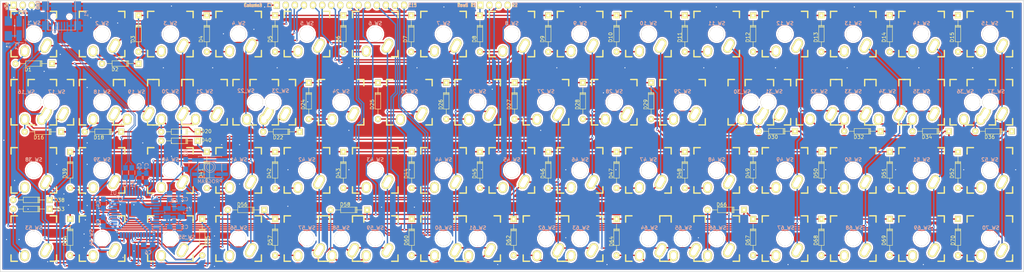
<source format=kicad_pcb>
(kicad_pcb (version 4) (host pcbnew 4.0.3-stable)
  (layers (0 F.Cu signal hide) (31 B.Cu signal hide) (34 B.Paste user hide) (35 F.Paste user hide) (36 B.SilkS user) (37 F.SilkS user) (38 B.Mask user) (39 F.Mask user hide) (44 Edge.Cuts user))
  (net 0 "")
  (net 1 "Net-(D1-Pad2)")
  (net 2 "Net-(D2-Pad2)")
  (net 3 "Net-(D3-Pad2)")
  (net 4 "Net-(D4-Pad2)")
  (net 5 "Net-(D5-Pad2)")
  (net 6 "Net-(D6-Pad2)")
  (net 7 "Net-(D7-Pad2)")
  (net 8 "Net-(D8-Pad2)")
  (net 9 "Net-(D9-Pad2)")
  (net 10 "Net-(D10-Pad2)")
  (net 11 "Net-(D11-Pad2)")
  (net 12 "Net-(D12-Pad2)")
  (net 13 "Net-(D13-Pad2)")
  (net 14 "Net-(D14-Pad2)")
  (net 15 "Net-(D15-Pad2)")
  (net 16 "Net-(D16-Pad2)")
  (net 17 "Net-(D18-Pad2)")
  (net 18 "Net-(D20-Pad2)")
  (net 19 "Net-(D22-Pad2)")
  (net 20 "Net-(D24-Pad2)")
  (net 21 "Net-(D25-Pad2)")
  (net 22 "Net-(D26-Pad2)")
  (net 23 "Net-(D27-Pad2)")
  (net 24 "Net-(D28-Pad2)")
  (net 25 "Net-(D29-Pad2)")
  (net 26 "Net-(D30-Pad2)")
  (net 27 "Net-(D32-Pad2)")
  (net 28 "Net-(D34-Pad2)")
  (net 29 "Net-(D36-Pad2)")
  (net 30 "Net-(D38-Pad2)")
  (net 31 "Net-(D39-Pad2)")
  (net 32 "Net-(D40-Pad2)")
  (net 33 "Net-(D41-Pad2)")
  (net 34 "Net-(D42-Pad2)")
  (net 35 "Net-(D43-Pad2)")
  (net 36 "Net-(D44-Pad2)")
  (net 37 "Net-(D45-Pad2)")
  (net 38 "Net-(D46-Pad2)")
  (net 39 "Net-(D47-Pad2)")
  (net 40 "Net-(D48-Pad2)")
  (net 41 "Net-(D49-Pad2)")
  (net 42 "Net-(D50-Pad2)")
  (net 43 "Net-(D51-Pad2)")
  (net 44 "Net-(D52-Pad2)")
  (net 45 "Net-(D53-Pad2)")
  (net 46 "Net-(D54-Pad2)")
  (net 47 "Net-(D55-Pad2)")
  (net 48 "Net-(D56-Pad2)")
  (net 49 "Net-(D57-Pad2)")
  (net 50 "Net-(D58-Pad2)")
  (net 51 "Net-(D60-Pad2)")
  (net 52 "Net-(D62-Pad2)")
  (net 53 "Net-(D64-Pad2)")
  (net 54 "Net-(D66-Pad2)")
  (net 55 "Net-(D67-Pad2)")
  (net 56 "Net-(D68-Pad2)")
  (net 57 "Net-(D69-Pad2)")
  (net 58 "Net-(D70-Pad2)")
  (net 59 R1)
  (net 60 R2)
  (net 61 R3)
  (net 62 R4)
  (net 63 C1)
  (net 64 C2)
  (net 65 C3)
  (net 66 C4)
  (net 67 C5)
  (net 68 C6)
  (net 69 C7)
  (net 70 C8)
  (net 71 C9)
  (net 72 C10)
  (net 73 C11)
  (net 74 C12)
  (net 75 C13)
  (net 76 C14)
  (net 77 C15)
  (net 78 USB-)
  (net 79 USB+)
  (net 80 "Net-(P1-Pad4)")
  (net 81 "Net-(U1-Pad18)")
  (net 82 "Net-(U1-Pad19)")
  (net 83 "Net-(U1-Pad25)")
  (net 84 "Net-(U1-Pad27)")
  (net 85 "Net-(U1-Pad31)")
  (net 86 D+)
  (net 87 D-)
  (net 88 GND)
  (net 89 "Net-(C1-Pad2)")
  (net 90 "Net-(C2-Pad1)")
  (net 91 +5V)
  (net 92 "Net-(C4-Pad1)")
  (net 93 "Net-(C5-Pad1)")
  (net 94 "Net-(R3-Pad1)")
  (net 95 VUSB)
  (net 96 PC7)
  (module Keyboard:GNDVia-wRing (layer F.Cu) (at 144.272 76.962)
    (fp_text reference REF** hide)
    (fp_text value "GND Via" hide)
    (pad GND thru_hole circle (at 0 0) (size 0.6 0.6) (drill 0.3) (layers *.Cu) (net 88 GND))
  )
  (module Keyboard:GNDVia-wRing (layer F.Cu) (at 135.128 76.962)
    (fp_text reference REF** hide)
    (fp_text value "GND Via" hide)
    (pad GND thru_hole circle (at 0 0) (size 0.6 0.6) (drill 0.3) (layers *.Cu) (net 88 GND))
  )
  (module Keyboard:GNDVia-wRing (layer F.Cu) (at 66.04 89.2175)
    (fp_text reference REF** hide)
    (fp_text value "GND Via" hide)
    (pad GND thru_hole circle (at 0 0) (size 0.6 0.6) (drill 0.3) (layers *.Cu) (net 88 GND))
  )
  (module Keyboard:GNDVia-wRing (layer F.Cu) (at 41.9735 92.202)
    (fp_text reference REF** hide)
    (fp_text value "GND Via" hide)
    (pad GND thru_hole circle (at 0 0) (size 0.6 0.6) (drill 0.3) (layers *.Cu) (net 88 GND))
  )
  (module Keyboard:GNDVia-wRing (layer F.Cu) (at 47.8155 76.3905)
    (fp_text reference REF** hide)
    (fp_text value "GND Via" hide)
    (pad GND thru_hole circle (at 0 0) (size 0.6 0.6) (drill 0.3) (layers *.Cu) (net 88 GND))
  )
  (module Keyboard:GNDVia-wRing (layer F.Cu) (at 52.1335 88.265)
    (fp_text reference REF** hide)
    (fp_text value "GND Via" hide)
    (pad GND thru_hole circle (at 0 0) (size 0.6 0.6) (drill 0.3) (layers *.Cu) (net 88 GND))
  )
  (module Keyboard:GNDVia-wRing (layer F.Cu) (at 46.5 73.25)
    (fp_text reference REF** hide)
    (fp_text value "GND Via" hide)
    (pad GND thru_hole circle (at 0 0) (size 0.6 0.6) (drill 0.3) (layers *.Cu) (net 88 GND))
  )
  (module Keyboard:GNDVia-wRing (layer F.Cu) (at 52.5 73.25)
    (fp_text reference REF** hide)
    (fp_text value "GND Via" hide)
    (pad GND thru_hole circle (at 0 0) (size 0.6 0.6) (drill 0.3) (layers *.Cu) (net 88 GND))
  )
  (module Keyboard:GNDVia-wRing (layer F.Cu) (at 44.5 65)
    (fp_text reference REF** hide)
    (fp_text value "GND Via" hide)
    (pad GND thru_hole circle (at 0 0) (size 0.6 0.6) (drill 0.3) (layers *.Cu) (net 88 GND))
  )
  (module Keyboard:GNDVia-wRing (layer F.Cu) (at 36.5 77.5)
    (fp_text reference REF** hide)
    (fp_text value "GND Via" hide)
    (pad GND thru_hole circle (at 0 0) (size 0.6 0.6) (drill 0.3) (layers *.Cu) (net 88 GND))
  )
  (module Keyboard:GNDVia-wRing (layer F.Cu) (at 30.5 32)
    (fp_text reference REF** hide)
    (fp_text value "GND Via" hide)
    (pad GND thru_hole circle (at 0 0) (size 0.6 0.6) (drill 0.3) (layers *.Cu) (net 88 GND))
  )
  (module Keyboard:GNDVia-wRing (layer F.Cu) (at 32.75 69.5)
    (fp_text reference REF** hide)
    (fp_text value "GND Via" hide)
    (pad GND thru_hole circle (at 0 0) (size 0.6 0.6) (drill 0.3) (layers *.Cu) (net 88 GND))
  )
  (module Keyboard:GNDVia-wRing (layer F.Cu) (at 32.75 26.25)
    (fp_text reference REF** hide)
    (fp_text value "GND Via" hide)
    (pad GND thru_hole circle (at 0 0) (size 0.6 0.6) (drill 0.3) (layers *.Cu) (net 88 GND))
  )
  (module Keyboard:GNDVia-wRing (layer F.Cu) (at 32.75 23)
    (fp_text reference REF** hide)
    (fp_text value "GND Via" hide)
    (pad GND thru_hole circle (at 0 0) (size 0.6 0.6) (drill 0.3) (layers *.Cu) (net 88 GND))
  )
  (module Keyboard:GNDVia-wRing (layer F.Cu) (at 37.25 25)
    (fp_text reference REF** hide)
    (fp_text value "GND Via" hide)
    (pad GND thru_hole circle (at 0 0) (size 0.6 0.6) (drill 0.3) (layers *.Cu) (net 88 GND))
  )
  (module Keyboard:GNDVia-wRing (layer F.Cu) (at 45.5 34.25)
    (fp_text reference REF** hide)
    (fp_text value "GND Via" hide)
    (pad GND thru_hole circle (at 0 0) (size 0.6 0.6) (drill 0.3) (layers *.Cu) (net 88 GND))
  )
  (module Keyboard:GNDVia-wRing (layer F.Cu) (at 61.5 25.5)
    (fp_text reference REF** hide)
    (fp_text value "GND Via" hide)
    (pad GND thru_hole circle (at 0 0) (size 0.6 0.6) (drill 0.3) (layers *.Cu) (net 88 GND))
  )
  (module Keyboard:GNDVia-wRing (layer F.Cu) (at 65.25 31)
    (fp_text reference REF** hide)
    (fp_text value "GND Via" hide)
    (pad GND thru_hole circle (at 0 0) (size 0.6 0.6) (drill 0.3) (layers *.Cu) (net 88 GND))
  )
  (module Keyboard:GNDVia-wRing (layer F.Cu) (at 91 28.5)
    (fp_text reference REF** hide)
    (fp_text value "GND Via" hide)
    (pad GND thru_hole circle (at 0 0) (size 0.6 0.6) (drill 0.3) (layers *.Cu) (net 88 GND))
  )
  (module Keyboard:GNDVia-wRing (layer F.Cu) (at 99.5 27.25)
    (fp_text reference REF** hide)
    (fp_text value "GND Via" hide)
    (pad GND thru_hole circle (at 0 0) (size 0.6 0.6) (drill 0.3) (layers *.Cu) (net 88 GND))
  )
  (module Keyboard:GNDVia-wRing (layer F.Cu) (at 102.5 21)
    (fp_text reference REF** hide)
    (fp_text value "GND Via" hide)
    (pad GND thru_hole circle (at 0 0) (size 0.6 0.6) (drill 0.3) (layers *.Cu) (net 88 GND))
  )
  (module Keyboard:GNDVia-wRing (layer F.Cu) (at 311 91.75)
    (fp_text reference REF** hide)
    (fp_text value "GND Via" hide)
    (pad GND thru_hole circle (at 0 0) (size 0.6 0.6) (drill 0.3) (layers *.Cu) (net 88 GND))
  )
  (module Keyboard:GNDVia-wRing (layer F.Cu) (at 286.25 93)
    (fp_text reference REF** hide)
    (fp_text value "GND Via" hide)
    (pad GND thru_hole circle (at 0 0) (size 0.6 0.6) (drill 0.3) (layers *.Cu) (net 88 GND))
  )
  (module Keyboard:GNDVia-wRing (layer F.Cu) (at 248.5 93)
    (fp_text reference REF** hide)
    (fp_text value "GND Via" hide)
    (pad GND thru_hole circle (at 0 0) (size 0.6 0.6) (drill 0.3) (layers *.Cu) (net 88 GND))
  )
  (module Keyboard:GNDVia-wRing (layer F.Cu) (at 223.5 85.5)
    (fp_text reference REF** hide)
    (fp_text value "GND Via" hide)
    (pad GND thru_hole circle (at 0 0) (size 0.6 0.6) (drill 0.3) (layers *.Cu) (net 88 GND))
  )
  (module Keyboard:GNDVia-wRing (layer F.Cu) (at 198 93)
    (fp_text reference REF** hide)
    (fp_text value "GND Via" hide)
    (pad GND thru_hole circle (at 0 0) (size 0.6 0.6) (drill 0.3) (layers *.Cu) (net 88 GND))
  )
  (module Keyboard:GNDVia-wRing (layer F.Cu) (at 186.5 85.5)
    (fp_text reference REF** hide)
    (fp_text value "GND Via" hide)
    (pad GND thru_hole circle (at 0 0) (size 0.6 0.6) (drill 0.3) (layers *.Cu) (net 88 GND))
  )
  (module Keyboard:GNDVia-wRing (layer F.Cu) (at 167.5 93)
    (fp_text reference REF** hide)
    (fp_text value "GND Via" hide)
    (pad GND thru_hole circle (at 0 0) (size 0.6 0.6) (drill 0.3) (layers *.Cu) (net 88 GND))
  )
  (module Keyboard:GNDVia-wRing (layer F.Cu) (at 29.75 58.25)
    (fp_text reference REF** hide)
    (fp_text value "GND Via" hide)
    (pad GND thru_hole circle (at 0 0) (size 0.6 0.6) (drill 0.3) (layers *.Cu) (net 88 GND))
  )
  (module Keyboard:GNDVia-wRing (layer F.Cu) (at 30.5 86)
    (fp_text reference REF** hide)
    (fp_text value "GND Via" hide)
    (pad GND thru_hole circle (at 0 0) (size 0.6 0.6) (drill 0.3) (layers *.Cu) (net 88 GND))
  )
  (module Keyboard:GNDVia-wRing (layer F.Cu) (at 267 21)
    (fp_text reference REF** hide)
    (fp_text value "GND Via" hide)
    (pad GND thru_hole circle (at 0 0) (size 0.6 0.6) (drill 0.3) (layers *.Cu) (net 88 GND))
  )
  (module Keyboard:GNDVia-wRing (layer F.Cu) (at 228.5 21)
    (fp_text reference REF** hide)
    (fp_text value "GND Via" hide)
    (pad GND thru_hole circle (at 0 0) (size 0.6 0.6) (drill 0.3) (layers *.Cu) (net 88 GND))
  )
  (module Keyboard:GNDVia-wRing (layer F.Cu) (at 190.5 21)
    (fp_text reference REF** hide)
    (fp_text value "GND Via" hide)
    (pad GND thru_hole circle (at 0 0) (size 0.6 0.6) (drill 0.3) (layers *.Cu) (net 88 GND))
  )
  (module Keyboard:GNDVia-wRing (layer F.Cu) (at 152.5 21)
    (fp_text reference REF** hide)
    (fp_text value "GND Via" hide)
    (pad GND thru_hole circle (at 0 0) (size 0.6 0.6) (drill 0.3) (layers *.Cu) (net 88 GND))
  )
  (module Keyboard:GNDVia-wRing (layer F.Cu) (at 76.5 20.75)
    (fp_text reference REF** hide)
    (fp_text value "GND Via" hide)
    (pad GND thru_hole circle (at 0 0) (size 0.6 0.6) (drill 0.3) (layers *.Cu) (net 88 GND))
  )
  (module Keyboard:GNDVia-wRing (layer F.Cu) (at 197 45)
    (fp_text reference REF** hide)
    (fp_text value "GND Via" hide)
    (pad GND thru_hole circle (at 0 0) (size 0.6 0.6) (drill 0.3) (layers *.Cu) (net 88 GND))
  )
  (module Keyboard:GNDVia-wRing (layer F.Cu) (at 179.5 55.5)
    (fp_text reference REF** hide)
    (fp_text value "GND Via" hide)
    (pad GND thru_hole circle (at 0 0) (size 0.6 0.6) (drill 0.3) (layers *.Cu) (net 88 GND))
  )
  (module Keyboard:GNDVia-wRing (layer F.Cu) (at 126 55.5)
    (fp_text reference REF** hide)
    (fp_text value "GND Via" hide)
    (pad GND thru_hole circle (at 0 0) (size 0.6 0.6) (drill 0.3) (layers *.Cu) (net 88 GND))
  )
  (module Keyboard:GNDVia-wRing (layer F.Cu) (at 114.5 47.5)
    (fp_text reference REF** hide)
    (fp_text value "GND Via" hide)
    (pad GND thru_hole circle (at 0 0) (size 0.6 0.6) (drill 0.3) (layers *.Cu) (net 88 GND))
  )
  (module Keyboard:GNDVia-wRing (layer F.Cu) (at 166 44)
    (fp_text reference REF** hide)
    (fp_text value "GND Via" hide)
    (pad GND thru_hole circle (at 0 0) (size 0.6 0.6) (drill 0.3) (layers *.Cu) (net 88 GND))
  )
  (module Keyboard:GNDVia-wRing (layer F.Cu) (at 312 66.5)
    (fp_text reference REF** hide)
    (fp_text value "GND Via" hide)
    (pad GND thru_hole circle (at 0 0) (size 0.6 0.6) (drill 0.3) (layers *.Cu) (net 88 GND))
  )
  (module Keyboard:GNDVia-wRing (layer F.Cu) (at 297.5 66.5)
    (fp_text reference REF** hide)
    (fp_text value "GND Via" hide)
    (pad GND thru_hole circle (at 0 0) (size 0.6 0.6) (drill 0.3) (layers *.Cu) (net 88 GND))
  )
  (module Keyboard:GNDVia-wRing (layer F.Cu) (at 278.5 66.5)
    (fp_text reference REF** hide)
    (fp_text value "GND Via" hide)
    (pad GND thru_hole circle (at 0 0) (size 0.6 0.6) (drill 0.3) (layers *.Cu) (net 88 GND))
  )
  (module Keyboard:GNDVia-wRing (layer F.Cu) (at 259 66.5)
    (fp_text reference REF** hide)
    (fp_text value "GND Via" hide)
    (pad GND thru_hole circle (at 0 0) (size 0.6 0.6) (drill 0.3) (layers *.Cu) (net 88 GND))
  )
  (module Keyboard:GNDVia-wRing (layer F.Cu) (at 239 66.5)
    (fp_text reference REF** hide)
    (fp_text value "GND Via" hide)
    (pad GND thru_hole circle (at 0 0) (size 0.6 0.6) (drill 0.3) (layers *.Cu) (net 88 GND))
  )
  (module Keyboard:GNDVia-wRing (layer F.Cu) (at 219.5 66.5)
    (fp_text reference REF** hide)
    (fp_text value "GND Via" hide)
    (pad GND thru_hole circle (at 0 0) (size 0.6 0.6) (drill 0.3) (layers *.Cu) (net 88 GND))
  )
  (module Keyboard:GNDVia-wRing (layer F.Cu) (at 186.5 66.5)
    (fp_text reference REF** hide)
    (fp_text value "GND Via" hide)
    (pad GND thru_hole circle (at 0 0) (size 0.6 0.6) (drill 0.3) (layers *.Cu) (net 88 GND))
  )
  (module Keyboard:GNDVia-wRing (layer F.Cu) (at 200.5 66.5)
    (fp_text reference REF** hide)
    (fp_text value "GND Via" hide)
    (pad GND thru_hole circle (at 0 0) (size 0.6 0.6) (drill 0.3) (layers *.Cu) (net 88 GND))
  )
  (module Keyboard:GNDVia-wRing (layer F.Cu) (at 179.5 66.5)
    (fp_text reference REF** hide)
    (fp_text value "GND Via" hide)
    (pad GND thru_hole circle (at 0 0) (size 0.6 0.6) (drill 0.3) (layers *.Cu) (net 88 GND))
  )
  (module Keyboard:GNDVia-wRing (layer F.Cu) (at 163 66.5)
    (fp_text reference REF** hide)
    (fp_text value "GND Via" hide)
    (pad GND thru_hole circle (at 0 0) (size 0.6 0.6) (drill 0.3) (layers *.Cu) (net 88 GND))
  )
  (module Keyboard:GNDVia-wRing (layer F.Cu) (at 143 66.5)
    (fp_text reference REF** hide)
    (fp_text value "GND Via" hide)
    (pad GND thru_hole circle (at 0 0) (size 0.6 0.6) (drill 0.3) (layers *.Cu) (net 88 GND))
  )
  (module Keyboard:GNDVia-wRing (layer F.Cu) (at 126 66.5)
    (fp_text reference REF** hide)
    (fp_text value "GND Via" hide)
    (pad GND thru_hole circle (at 0 0) (size 0.6 0.6) (drill 0.3) (layers *.Cu) (net 88 GND))
  )
  (module Keyboard:GNDVia-wRing (layer F.Cu) (at 109 66.5)
    (fp_text reference REF** hide)
    (fp_text value "GND Via" hide)
    (pad GND thru_hole circle (at 0 0) (size 0.6 0.6) (drill 0.3) (layers *.Cu) (net 88 GND))
  )
  (module Keyboard:GNDVia-wRing (layer F.Cu) (at 108.966 76.708)
    (fp_text reference REF** hide)
    (fp_text value "GND Via" hide)
    (pad GND thru_hole circle (at 0 0) (size 0.6 0.6) (drill 0.3) (layers *.Cu) (net 88 GND))
  )
  (module Keyboard:GNDVia-wRing (layer F.Cu) (at 95.504 76.962)
    (fp_text reference REF** hide)
    (fp_text value "GND Via" hide)
    (pad GND thru_hole circle (at 0 0) (size 0.6 0.6) (drill 0.3) (layers *.Cu) (net 88 GND))
  )
  (module Keyboard:GNDVia-wRing (layer F.Cu) (at 95.5 70.5)
    (fp_text reference REF** hide)
    (fp_text value "GND Via" hide)
    (pad GND thru_hole circle (at 0 0) (size 0.6 0.6) (drill 0.3) (layers *.Cu) (net 88 GND))
  )
  (module Keyboard:GNDVia-wRing (layer F.Cu) (at 95.5 59.5)
    (fp_text reference REF** hide)
    (fp_text value "GND Via" hide)
    (pad GND thru_hole circle (at 0 0) (size 0.6 0.6) (drill 0.3) (layers *.Cu) (net 88 GND))
  )
  (module Keyboard:GNDVia-wRing (layer F.Cu) (at 90.5 59.5)
    (fp_text reference REF** hide)
    (fp_text value "GND Via" hide)
    (pad GND thru_hole circle (at 0 0) (size 0.6 0.6) (drill 0.3) (layers *.Cu) (net 88 GND))
  )
  (module Keyboard:GNDVia-wRing (layer F.Cu) (at 53 43.5)
    (fp_text reference REF** hide)
    (fp_text value "GND Via" hide)
    (pad GND thru_hole circle (at 0 0) (size 0.6 0.6) (drill 0.3) (layers *.Cu) (net 88 GND))
  )
  (module Keyboard:GNDVia-wRing (layer F.Cu) (at 53 59)
    (fp_text reference REF** hide)
    (fp_text value "GND Via" hide)
    (pad GND thru_hole circle (at 0 0) (size 0.6 0.6) (drill 0.3) (layers *.Cu) (net 88 GND))
  )
  (module Keyboard:GNDVia-wRing (layer F.Cu) (at 88.5 93.5)
    (fp_text reference REF** hide)
    (fp_text value "GND Via" hide)
    (pad GND thru_hole circle (at 0 0) (size 0.6 0.6) (drill 0.3) (layers *.Cu) (net 88 GND))
  )
  (module Keyboard:GNDVia-wRing (layer F.Cu) (at 69.5 90)
    (fp_text reference REF** hide)
    (fp_text value "GND Via" hide)
    (pad GND thru_hole circle (at 0 0) (size 0.6 0.6) (drill 0.3) (layers *.Cu) (net 88 GND))
  )
  (module Keyboard:GNDVia-wRing (layer F.Cu) (at 88.5 77)
    (fp_text reference REF** hide)
    (fp_text value "GND Via" hide)
    (pad GND thru_hole circle (at 0 0) (size 0.6 0.6) (drill 0.3) (layers *.Cu) (net 88 GND))
  )
  (module Keyboard:GNDVia-wRing (layer F.Cu) (at 88.5 85)
    (fp_text reference REF** hide)
    (fp_text value "GND Via" hide)
    (pad GND thru_hole circle (at 0 0) (size 0.6 0.6) (drill 0.3) (layers *.Cu) (net 88 GND))
  )
  (module Keyboard:GNDVia-wRing (layer F.Cu) (at 80.5 85)
    (fp_text reference REF** hide)
    (fp_text value "GND Via" hide)
    (pad GND thru_hole circle (at 0 0) (size 0.6 0.6) (drill 0.3) (layers *.Cu) (net 88 GND))
  )
  (module Keyboard:GNDVia-wRing (layer F.Cu) (at 81.5 77)
    (fp_text reference REF** hide)
    (fp_text value "GND Via" hide)
    (pad GND thru_hole circle (at 0 0) (size 0.6 0.6) (drill 0.3) (layers *.Cu) (net 88 GND))
  )
  (module Keyboard:GNDVia-wRing (layer F.Cu) (at 76.5 62.75)
    (fp_text reference REF** hide)
    (fp_text value "GND Via" hide)
    (pad GND thru_hole circle (at 0 0) (size 0.6 0.6) (drill 0.3) (layers *.Cu) (net 88 GND))
  )
  (module Keyboard:GNDVia-wRing (layer F.Cu) (at 76.5 59)
    (fp_text reference REF** hide)
    (fp_text value "GND Via" hide)
    (pad GND thru_hole circle (at 0 0) (size 0.6 0.6) (drill 0.3) (layers *.Cu) (net 88 GND))
  )
  (module Keyboard:GNDVia-wRing (layer F.Cu) (at 68.5 59)
    (fp_text reference REF** hide)
    (fp_text value "GND Via" hide)
    (pad GND thru_hole circle (at 0 0) (size 0.6 0.6) (drill 0.3) (layers *.Cu) (net 88 GND))
  )
  (module Keyboard:GNDVia-wRing (layer F.Cu) (at 68.5 64.5)
    (fp_text reference REF** hide)
    (fp_text value "GND Via" hide)
    (pad GND thru_hole circle (at 0 0) (size 0.6 0.6) (drill 0.3) (layers *.Cu) (net 88 GND))
  )
  (module Keyboard:GNDVia-wRing (layer F.Cu) (at 53 65)
    (fp_text reference REF** hide)
    (fp_text value "GND Via" hide)
    (pad GND thru_hole circle (at 0 0) (size 0.6 0.6) (drill 0.3) (layers *.Cu) (net 88 GND))
  )
  (module Keyboard:GNDVia-wRing (layer F.Cu) (at 53 76.5)
    (fp_text reference REF** hide)
    (fp_text value "GND Via" hide)
    (pad GND thru_hole circle (at 0 0) (size 0.6 0.6) (drill 0.3) (layers *.Cu) (net 88 GND))
  )
  (module Keyboard:GNDVia-wRing (layer F.Cu) (at 52.1335 84.455)
    (fp_text reference REF** hide)
    (fp_text value "GND Via" hide)
    (pad GND thru_hole circle (at 0 0) (size 0.6 0.6) (drill 0.3) (layers *.Cu) (net 88 GND))
  )
  (module Keyboard:GNDVia-wRing (layer F.Cu) (at 63 91)
    (fp_text reference REF** hide)
    (fp_text value "GND Via" hide)
    (pad GND thru_hole circle (at 0 0) (size 0.6 0.6) (drill 0.3) (layers *.Cu) (net 88 GND))
  )
  (module Keyboard:GNDVia-wRing (layer F.Cu) (at 56 80.5)
    (fp_text reference REF** hide)
    (fp_text value "GND Via" hide)
    (pad GND thru_hole circle (at 0 0) (size 0.6 0.6) (drill 0.3) (layers *.Cu) (net 88 GND))
  )
  (module Keyboard:GNDVia-wRing (layer F.Cu) (at 52.5 80.5)
    (fp_text reference REF** hide)
    (fp_text value "GND Via" hide)
    (pad GND thru_hole circle (at 0 0) (size 0.6 0.6) (drill 0.3) (layers *.Cu) (net 88 GND))
  )
  (module Keyboard:GNDVia-wRing (layer F.Cu) (at 34 86)
    (fp_text reference REF** hide)
    (fp_text value "GND Via" hide)
    (pad GND thru_hole circle (at 0 0) (size 0.6 0.6) (drill 0.3) (layers *.Cu) (net 88 GND))
  )
  (module Keyboard:GNDVia-wRing (layer F.Cu) (at 54 24)
    (fp_text reference REF** hide)
    (fp_text value "GND Via" hide)
    (pad GND thru_hole circle (at 0 0) (size 0.6 0.6) (drill 0.3) (layers *.Cu) (net 88 GND))
  )
  (module Keyboard:GNDVia-wRing (layer F.Cu) (at 32.5 40.75)
    (fp_text reference REF** hide)
    (fp_text value "GND Via" hide)
    (pad GND thru_hole circle (at 0 0) (size 0.6 0.6) (drill 0.3) (layers *.Cu) (net 88 GND))
  )
  (module Keyboard:GNDVia-wRing (layer F.Cu) (at 41 39)
    (fp_text reference REF** hide)
    (fp_text value "GND Via" hide)
    (pad GND thru_hole circle (at 0 0) (size 0.6 0.6) (drill 0.3) (layers *.Cu) (net 88 GND))
  )
  (module Keyboard:GNDVia-wRing (layer F.Cu) (at 60.5 38.25)
    (fp_text reference REF** hide)
    (fp_text value "GND Via" hide)
    (pad GND thru_hole circle (at 0 0) (size 0.6 0.6) (drill 0.3) (layers *.Cu) (net 88 GND))
  )
  (module Keyboard:GNDVia-wRing (layer F.Cu) (at 311 38)
    (fp_text reference REF** hide)
    (fp_text value "GND Via" hide)
    (pad GND thru_hole circle (at 0 0) (size 0.6 0.6) (drill 0.3) (layers *.Cu) (net 88 GND))
  )
  (module Keyboard:GNDVia-wRing (layer F.Cu) (at 300 38)
    (fp_text reference REF** hide)
    (fp_text value "GND Via" hide)
    (pad GND thru_hole circle (at 0 0) (size 0.6 0.6) (drill 0.3) (layers *.Cu) (net 88 GND))
  )
  (module Keyboard:GNDVia-wRing (layer F.Cu) (at 285 38)
    (fp_text reference REF** hide)
    (fp_text value "GND Via" hide)
    (pad GND thru_hole circle (at 0 0) (size 0.6 0.6) (drill 0.3) (layers *.Cu) (net 88 GND))
  )
  (module Keyboard:GNDVia-wRing (layer F.Cu) (at 265 38)
    (fp_text reference REF** hide)
    (fp_text value "GND Via" hide)
    (pad GND thru_hole circle (at 0 0) (size 0.6 0.6) (drill 0.3) (layers *.Cu) (net 88 GND))
  )
  (module Keyboard:GNDVia-wRing (layer F.Cu) (at 245 38)
    (fp_text reference REF** hide)
    (fp_text value "GND Via" hide)
    (pad GND thru_hole circle (at 0 0) (size 0.6 0.6) (drill 0.3) (layers *.Cu) (net 88 GND))
  )
  (module Keyboard:GNDVia-wRing (layer F.Cu) (at 225 38)
    (fp_text reference REF** hide)
    (fp_text value "GND Via" hide)
    (pad GND thru_hole circle (at 0 0) (size 0.6 0.6) (drill 0.3) (layers *.Cu) (net 88 GND))
  )
  (module Keyboard:GNDVia-wRing (layer F.Cu) (at 203 38)
    (fp_text reference REF** hide)
    (fp_text value "GND Via" hide)
    (pad GND thru_hole circle (at 0 0) (size 0.6 0.6) (drill 0.3) (layers *.Cu) (net 88 GND))
  )
  (module Keyboard:GNDVia-wRing (layer F.Cu) (at 184 38)
    (fp_text reference REF** hide)
    (fp_text value "GND Via" hide)
    (pad GND thru_hole circle (at 0 0) (size 0.6 0.6) (drill 0.3) (layers *.Cu) (net 88 GND))
  )
  (module Keyboard:GNDVia-wRing (layer F.Cu) (at 145 38)
    (fp_text reference REF** hide)
    (fp_text value "GND Via" hide)
    (pad GND thru_hole circle (at 0 0) (size 0.6 0.6) (drill 0.3) (layers *.Cu) (net 88 GND))
  )
  (module Keyboard:GNDVia-wRing (layer F.Cu) (at 126 38)
    (fp_text reference REF** hide)
    (fp_text value "GND Via" hide)
    (pad GND thru_hole circle (at 0 0) (size 0.6 0.6) (drill 0.3) (layers *.Cu) (net 88 GND))
  )
  (module Keyboard:GNDVia-wRing (layer F.Cu) (at 106 38)
    (fp_text reference REF** hide)
    (fp_text value "GND Via" hide)
    (pad GND thru_hole circle (at 0 0) (size 0.6 0.6) (drill 0.3) (layers *.Cu) (net 88 GND))
  )
  (module Keyboard:GNDVia-wRing (layer F.Cu) (at 88 38)
    (fp_text reference REF** hide)
    (fp_text value "GND Via" hide)
    (pad GND thru_hole circle (at 0 0) (size 0.6 0.6) (drill 0.3) (layers *.Cu) (net 88 GND))
  )
  (module Diode_DO-35_SOD27_Horizontal_RM10 (layer F.Cu) (at 43.18052 36.82746 180)
    (fp_text reference D1 (at 6.68052 -1.67254 360) (layer F.SilkS))
    (fp_text value D hide)
    (pad 2 thru_hole circle (at 10.16052 -0.00254 90) (size 1.69926 1.69926) (drill 0.70104) (layers *.Cu *.Mask F.SilkS) (net 1 "Net-(D1-Pad2)"))
    (pad 1 thru_hole rect (at 0.00052 -0.00254 90) (size 1.69926 1.69926) (drill 0.70104) (layers *.Cu *.Mask F.SilkS) (net 59 R1))
  )
  (module Diode_DO-35_SOD27_Horizontal_RM10 (layer F.Cu) (at 67.31052 36.82746 180)
    (fp_text reference D2 (at 6.56052 -1.6 360) (layer F.SilkS))
    (fp_text value D hide)
    (pad 2 thru_hole circle (at 10.16052 -0.00254 90) (size 1.69926 1.69926) (drill 0.70104) (layers *.Cu *.Mask F.SilkS) (net 2 "Net-(D2-Pad2)"))
    (pad 1 thru_hole rect (at 0.00052 -0.00254 90) (size 1.69926 1.69926) (drill 0.70104) (layers *.Cu *.Mask F.SilkS) (net 59 R1))
  )
  (module Diode_DO-35_SOD27_Horizontal_RM10 (layer F.Cu) (at 67.31254 23.36748 270)
    (fp_text reference D3 (at 6.63252 1.56254 450) (layer F.SilkS))
    (fp_text value D hide)
    (pad 2 thru_hole circle (at 10.16052 -0.00254 180) (size 1.69926 1.69926) (drill 0.70104) (layers *.Cu *.Mask F.SilkS) (net 3 "Net-(D3-Pad2)"))
    (pad 1 thru_hole rect (at 0.00052 -0.00254 180) (size 1.69926 1.69926) (drill 0.70104) (layers *.Cu *.Mask F.SilkS) (net 59 R1))
  )
  (module Diode_DO-35_SOD27_Horizontal_RM10 (layer F.Cu) (at 86.36254 23.36748 270)
    (fp_text reference D4 (at 6.63252 1.61254 450) (layer F.SilkS))
    (fp_text value D hide)
    (pad 2 thru_hole circle (at 10.16052 -0.00254 180) (size 1.69926 1.69926) (drill 0.70104) (layers *.Cu *.Mask F.SilkS) (net 4 "Net-(D4-Pad2)"))
    (pad 1 thru_hole rect (at 0.00052 -0.00254 180) (size 1.69926 1.69926) (drill 0.70104) (layers *.Cu *.Mask F.SilkS) (net 59 R1))
  )
  (module Diode_DO-35_SOD27_Horizontal_RM10 (layer F.Cu) (at 105.40746 23.36748 270)
    (fp_text reference D5 (at 6.63252 1.40746 450) (layer F.SilkS))
    (fp_text value D hide)
    (pad 2 thru_hole circle (at 10.16052 -0.00254 180) (size 1.69926 1.69926) (drill 0.70104) (layers *.Cu *.Mask F.SilkS) (net 5 "Net-(D5-Pad2)"))
    (pad 1 thru_hole rect (at 0.00052 -0.00254 180) (size 1.69926 1.69926) (drill 0.70104) (layers *.Cu *.Mask F.SilkS) (net 59 R1))
  )
  (module Diode_DO-35_SOD27_Horizontal_RM10 (layer F.Cu) (at 124.45746 23.36748 270)
    (fp_text reference D6 (at 6.63252 1.45746 450) (layer F.SilkS))
    (fp_text value D hide)
    (pad 2 thru_hole circle (at 10.16052 -0.00254 180) (size 1.69926 1.69926) (drill 0.70104) (layers *.Cu *.Mask F.SilkS) (net 6 "Net-(D6-Pad2)"))
    (pad 1 thru_hole rect (at 0.00052 -0.00254 180) (size 1.69926 1.69926) (drill 0.70104) (layers *.Cu *.Mask F.SilkS) (net 59 R1))
  )
  (module Diode_DO-35_SOD27_Horizontal_RM10 (layer F.Cu) (at 143.39492 23.36748 270)
    (fp_text reference D7 (at 6.63252 1.64492 450) (layer F.SilkS))
    (fp_text value D hide)
    (pad 2 thru_hole circle (at 10.16052 -0.00254 180) (size 1.69926 1.69926) (drill 0.70104) (layers *.Cu *.Mask F.SilkS) (net 7 "Net-(D7-Pad2)"))
    (pad 1 thru_hole rect (at 0.00052 -0.00254 180) (size 1.69926 1.69926) (drill 0.70104) (layers *.Cu *.Mask F.SilkS) (net 59 R1))
  )
  (module Diode_DO-35_SOD27_Horizontal_RM10 (layer F.Cu) (at 162.55746 23.36748 270)
    (fp_text reference D8 (at 6.63252 1.55746 450) (layer F.SilkS))
    (fp_text value D hide)
    (pad 2 thru_hole circle (at 10.16052 -0.00254 180) (size 1.69926 1.69926) (drill 0.70104) (layers *.Cu *.Mask F.SilkS) (net 8 "Net-(D8-Pad2)"))
    (pad 1 thru_hole rect (at 0.00052 -0.00254 180) (size 1.69926 1.69926) (drill 0.70104) (layers *.Cu *.Mask F.SilkS) (net 59 R1))
  )
  (module Diode_DO-35_SOD27_Horizontal_RM10 (layer F.Cu) (at 181.60746 23.36748 270)
    (fp_text reference D9 (at 6.63252 1.60746 450) (layer F.SilkS))
    (fp_text value D hide)
    (pad 2 thru_hole circle (at 10.16052 -0.00254 180) (size 1.69926 1.69926) (drill 0.70104) (layers *.Cu *.Mask F.SilkS) (net 9 "Net-(D9-Pad2)"))
    (pad 1 thru_hole rect (at 0.00052 -0.00254 180) (size 1.69926 1.69926) (drill 0.70104) (layers *.Cu *.Mask F.SilkS) (net 59 R1))
  )
  (module Diode_DO-35_SOD27_Horizontal_RM10 (layer F.Cu) (at 200.65746 23.36748 270)
    (fp_text reference D10 (at 6.13252 1.65746 450) (layer F.SilkS))
    (fp_text value D hide)
    (pad 2 thru_hole circle (at 10.16052 -0.00254 180) (size 1.69926 1.69926) (drill 0.70104) (layers *.Cu *.Mask F.SilkS) (net 10 "Net-(D10-Pad2)"))
    (pad 1 thru_hole rect (at 0.00052 -0.00254 180) (size 1.69926 1.69926) (drill 0.70104) (layers *.Cu *.Mask F.SilkS) (net 59 R1))
  )
  (module Diode_DO-35_SOD27_Horizontal_RM10 (layer F.Cu) (at 219.70238 23.36748 270)
    (fp_text reference D11 (at 6.13252 1.45238 270) (layer F.SilkS))
    (fp_text value D hide)
    (pad 2 thru_hole circle (at 10.16052 -0.00254 180) (size 1.69926 1.69926) (drill 0.70104) (layers *.Cu *.Mask F.SilkS) (net 11 "Net-(D11-Pad2)"))
    (pad 1 thru_hole rect (at 0.00052 -0.00254 180) (size 1.69926 1.69926) (drill 0.70104) (layers *.Cu *.Mask F.SilkS) (net 59 R1))
  )
  (module Diode_DO-35_SOD27_Horizontal_RM10 (layer F.Cu) (at 238.75746 23.36748 270)
    (fp_text reference D12 (at 6.13252 1.50746 450) (layer F.SilkS))
    (fp_text value D hide)
    (pad 2 thru_hole circle (at 10.16052 -0.00254 180) (size 1.69926 1.69926) (drill 0.70104) (layers *.Cu *.Mask F.SilkS) (net 12 "Net-(D12-Pad2)"))
    (pad 1 thru_hole rect (at 0.00052 -0.00254 180) (size 1.69926 1.69926) (drill 0.70104) (layers *.Cu *.Mask F.SilkS) (net 59 R1))
  )
  (module Diode_DO-35_SOD27_Horizontal_RM10 (layer F.Cu) (at 257.80746 23.36748 270)
    (fp_text reference D13 (at 6.13252 1.55746 450) (layer F.SilkS))
    (fp_text value D hide)
    (pad 2 thru_hole circle (at 10.16052 -0.00254 180) (size 1.69926 1.69926) (drill 0.70104) (layers *.Cu *.Mask F.SilkS) (net 13 "Net-(D13-Pad2)"))
    (pad 1 thru_hole rect (at 0.00052 -0.00254 180) (size 1.69926 1.69926) (drill 0.70104) (layers *.Cu *.Mask F.SilkS) (net 59 R1))
  )
  (module Diode_DO-35_SOD27_Horizontal_RM10 (layer F.Cu) (at 276.85746 23.36748 270)
    (fp_text reference D14 (at 6.13252 1.60746 450) (layer F.SilkS))
    (fp_text value D hide)
    (pad 2 thru_hole circle (at 10.16052 -0.00254 180) (size 1.69926 1.69926) (drill 0.70104) (layers *.Cu *.Mask F.SilkS) (net 14 "Net-(D14-Pad2)"))
    (pad 1 thru_hole rect (at 0.00052 -0.00254 180) (size 1.69926 1.69926) (drill 0.70104) (layers *.Cu *.Mask F.SilkS) (net 59 R1))
  )
  (module Diode_DO-35_SOD27_Horizontal_RM10 (layer F.Cu) (at 295.90746 23.36748 270)
    (fp_text reference D15 (at 6.13252 1.65746 450) (layer F.SilkS))
    (fp_text value D hide)
    (pad 2 thru_hole circle (at 10.16052 -0.00254 180) (size 1.69926 1.69926) (drill 0.70104) (layers *.Cu *.Mask F.SilkS) (net 15 "Net-(D15-Pad2)"))
    (pad 1 thru_hole rect (at 0.00052 -0.00254 180) (size 1.69926 1.69926) (drill 0.70104) (layers *.Cu *.Mask F.SilkS) (net 59 R1))
  )
  (module Diode_DO-35_SOD27_Horizontal_RM10 (layer F.Cu) (at 45.72052 55.87746 180)
    (fp_text reference D16 (at 6.22052 -1.6 360) (layer F.SilkS))
    (fp_text value D hide)
    (pad 2 thru_hole circle (at 10.16052 -0.00254 90) (size 1.69926 1.69926) (drill 0.70104) (layers *.Cu *.Mask F.SilkS) (net 16 "Net-(D16-Pad2)"))
    (pad 1 thru_hole rect (at 0.00052 -0.00254 90) (size 1.69926 1.69926) (drill 0.70104) (layers *.Cu *.Mask F.SilkS) (net 60 R2))
  )
  (module Diode_DO-35_SOD27_Horizontal_RM10 (layer F.Cu) (at 62.48452 55.87746 180)
    (fp_text reference D18 (at 6.23452 -1.6 360) (layer F.SilkS))
    (fp_text value D hide)
    (pad 2 thru_hole circle (at 10.16052 -0.00254 90) (size 1.69926 1.69926) (drill 0.70104) (layers *.Cu *.Mask F.SilkS) (net 17 "Net-(D18-Pad2)"))
    (pad 1 thru_hole rect (at 0.00052 -0.00254 90) (size 1.69926 1.69926) (drill 0.70104) (layers *.Cu *.Mask F.SilkS) (net 60 R2))
  )
  (module Diode_DO-35_SOD27_Horizontal_RM10 (layer F.Cu) (at 83.82052 55.87746 180)
    (fp_text reference D20 (at -2.42948 0.12746 360) (layer F.SilkS))
    (fp_text value D hide)
    (pad 2 thru_hole circle (at 10.16052 -0.00254 90) (size 1.69926 1.69926) (drill 0.70104) (layers *.Cu *.Mask F.SilkS) (net 18 "Net-(D20-Pad2)"))
    (pad 1 thru_hole rect (at 0.00052 -0.00254 90) (size 1.69926 1.69926) (drill 0.70104) (layers *.Cu *.Mask F.SilkS) (net 60 R2))
  )
  (module Diode_DO-35_SOD27_Horizontal_RM10 (layer F.Cu) (at 112.26852 55.87746 180)
    (fp_text reference D22 (at 6.01852 -1.6 360) (layer F.SilkS))
    (fp_text value D hide)
    (pad 2 thru_hole circle (at 10.16052 -0.00254 90) (size 1.69926 1.69926) (drill 0.70104) (layers *.Cu *.Mask F.SilkS) (net 19 "Net-(D22-Pad2)"))
    (pad 1 thru_hole rect (at 0.00052 -0.00254 90) (size 1.69926 1.69926) (drill 0.70104) (layers *.Cu *.Mask F.SilkS) (net 60 R2))
  )
  (module Diode_DO-35_SOD27_Horizontal_RM10 (layer F.Cu) (at 114.80546 42.16348 270)
    (fp_text reference D24 (at 6.08652 1.55546 450) (layer F.SilkS))
    (fp_text value D hide)
    (pad 2 thru_hole circle (at 10.16052 -0.00254 180) (size 1.69926 1.69926) (drill 0.70104) (layers *.Cu *.Mask F.SilkS) (net 20 "Net-(D24-Pad2)"))
    (pad 1 thru_hole rect (at 0.00052 -0.00254 180) (size 1.69926 1.69926) (drill 0.70104) (layers *.Cu *.Mask F.SilkS) (net 60 R2))
  )
  (module Diode_DO-35_SOD27_Horizontal_RM10 (layer F.Cu) (at 134.10946 42.16348 270)
    (fp_text reference D25 (at 6.08652 1.60946 450) (layer F.SilkS))
    (fp_text value D hide)
    (pad 2 thru_hole circle (at 10.16052 -0.00254 180) (size 1.69926 1.69926) (drill 0.70104) (layers *.Cu *.Mask F.SilkS) (net 21 "Net-(D25-Pad2)"))
    (pad 1 thru_hole rect (at 0.00052 -0.00254 180) (size 1.69926 1.69926) (drill 0.70104) (layers *.Cu *.Mask F.SilkS) (net 60 R2))
  )
  (module Diode_DO-35_SOD27_Horizontal_RM10 (layer F.Cu) (at 153.15946 42.16348 270)
    (fp_text reference D26 (at 6.09652 1.52146 450) (layer F.SilkS))
    (fp_text value D hide)
    (pad 2 thru_hole circle (at 10.16052 -0.00254 180) (size 1.69926 1.69926) (drill 0.70104) (layers *.Cu *.Mask F.SilkS) (net 22 "Net-(D26-Pad2)"))
    (pad 1 thru_hole rect (at 0.00052 -0.00254 180) (size 1.69926 1.69926) (drill 0.70104) (layers *.Cu *.Mask F.SilkS) (net 60 R2))
  )
  (module Diode_DO-35_SOD27_Horizontal_RM10 (layer F.Cu) (at 172.20946 42.16348 270)
    (fp_text reference D27 (at 6.09652 1.52146 450) (layer F.SilkS))
    (fp_text value D hide)
    (pad 2 thru_hole circle (at 10.16052 -0.00254 180) (size 1.69926 1.69926) (drill 0.70104) (layers *.Cu *.Mask F.SilkS) (net 23 "Net-(D27-Pad2)"))
    (pad 1 thru_hole rect (at 0.00052 -0.00254 180) (size 1.69926 1.69926) (drill 0.70104) (layers *.Cu *.Mask F.SilkS) (net 60 R2))
  )
  (module Diode_DO-35_SOD27_Horizontal_RM10 (layer F.Cu) (at 191.25946 42.16348 270)
    (fp_text reference D28 (at 6.09652 1.52146 450) (layer F.SilkS))
    (fp_text value D hide)
    (pad 2 thru_hole circle (at 10.16052 -0.00254 180) (size 1.69926 1.69926) (drill 0.70104) (layers *.Cu *.Mask F.SilkS) (net 24 "Net-(D28-Pad2)"))
    (pad 1 thru_hole rect (at 0.00052 -0.00254 180) (size 1.69926 1.69926) (drill 0.70104) (layers *.Cu *.Mask F.SilkS) (net 60 R2))
  )
  (module Diode_DO-35_SOD27_Horizontal_RM10 (layer F.Cu) (at 210.30946 42.16348 270)
    (fp_text reference D29 (at 6.09652 1.52146 450) (layer F.SilkS))
    (fp_text value D hide)
    (pad 2 thru_hole circle (at 10.16052 -0.00254 180) (size 1.69926 1.69926) (drill 0.70104) (layers *.Cu *.Mask F.SilkS) (net 25 "Net-(D29-Pad2)"))
    (pad 1 thru_hole rect (at 0.00052 -0.00254 180) (size 1.69926 1.69926) (drill 0.70104) (layers *.Cu *.Mask F.SilkS) (net 60 R2))
  )
  (module Diode_DO-35_SOD27_Horizontal_RM10 (layer F.Cu) (at 250.444 55.753 180)
    (fp_text reference D30 (at 6.194 -1.6 360) (layer F.SilkS))
    (fp_text value D hide)
    (pad 2 thru_hole circle (at 10.16052 -0.00254 90) (size 1.69926 1.69926) (drill 0.70104) (layers *.Cu *.Mask F.SilkS) (net 26 "Net-(D30-Pad2)"))
    (pad 1 thru_hole rect (at 0.00052 -0.00254 90) (size 1.69926 1.69926) (drill 0.70104) (layers *.Cu *.Mask F.SilkS) (net 60 R2))
  )
  (module Diode_DO-35_SOD27_Horizontal_RM10 (layer F.Cu) (at 274.32 55.753 180)
    (fp_text reference D32 (at 6.07 -1.6 360) (layer F.SilkS))
    (fp_text value D hide)
    (pad 2 thru_hole circle (at 10.16052 -0.00254 90) (size 1.69926 1.69926) (drill 0.70104) (layers *.Cu *.Mask F.SilkS) (net 27 "Net-(D32-Pad2)"))
    (pad 1 thru_hole rect (at 0.00052 -0.00254 90) (size 1.69926 1.69926) (drill 0.70104) (layers *.Cu *.Mask F.SilkS) (net 60 R2))
  )
  (module Diode_DO-35_SOD27_Horizontal_RM10 (layer F.Cu) (at 293.37052 55.75046 180)
    (fp_text reference D34 (at 6.12052 -1.6 360) (layer F.SilkS))
    (fp_text value D hide)
    (pad 2 thru_hole circle (at 10.16052 -0.00254 90) (size 1.69926 1.69926) (drill 0.70104) (layers *.Cu *.Mask F.SilkS) (net 28 "Net-(D34-Pad2)"))
    (pad 1 thru_hole rect (at 0.00052 -0.00254 90) (size 1.69926 1.69926) (drill 0.70104) (layers *.Cu *.Mask F.SilkS) (net 60 R2))
  )
  (module Diode_DO-35_SOD27_Horizontal_RM10 (layer F.Cu) (at 310.89652 55.75046 180)
    (fp_text reference D36 (at 6.14652 -1.6 360) (layer F.SilkS))
    (fp_text value D hide)
    (pad 2 thru_hole circle (at 10.16052 -0.00254 90) (size 1.69926 1.69926) (drill 0.70104) (layers *.Cu *.Mask F.SilkS) (net 29 "Net-(D36-Pad2)"))
    (pad 1 thru_hole rect (at 0.00052 -0.00254 90) (size 1.69926 1.69926) (drill 0.70104) (layers *.Cu *.Mask F.SilkS) (net 60 R2))
  )
  (module Diode_DO-35_SOD27_Horizontal_RM10 (layer F.Cu) (at 42.54552 74.92746 180)
    (fp_text reference D38 (at -2.70448 -0.07254 360) (layer F.SilkS))
    (fp_text value D hide)
    (pad 2 thru_hole circle (at 10.16052 -0.00254 90) (size 1.69926 1.69926) (drill 0.70104) (layers *.Cu *.Mask F.SilkS) (net 30 "Net-(D38-Pad2)"))
    (pad 1 thru_hole rect (at 0.00052 -0.00254 90) (size 1.69926 1.69926) (drill 0.70104) (layers *.Cu *.Mask F.SilkS) (net 61 R3))
  )
  (module Diode_DO-35_SOD27_Horizontal_RM10 (layer F.Cu) (at 48.25746 61.46748 270)
    (fp_text reference D39 (at 6.03252 1.50746 450) (layer F.SilkS))
    (fp_text value D hide)
    (pad 2 thru_hole circle (at 10.16052 -0.00254 180) (size 1.69926 1.69926) (drill 0.70104) (layers *.Cu *.Mask F.SilkS) (net 31 "Net-(D39-Pad2)"))
    (pad 1 thru_hole rect (at 0.00052 -0.00254 180) (size 1.69926 1.69926) (drill 0.70104) (layers *.Cu *.Mask F.SilkS) (net 61 R3))
  )
  (module Diode_DO-35_SOD27_Horizontal_RM10 (layer F.Cu) (at 83.82052 58.41746 180)
    (fp_text reference D40 (at -2.42948 0.16746 360) (layer F.SilkS))
    (fp_text value D hide)
    (pad 2 thru_hole circle (at 10.16052 -0.00254 90) (size 1.69926 1.69926) (drill 0.70104) (layers *.Cu *.Mask F.SilkS) (net 32 "Net-(D40-Pad2)"))
    (pad 1 thru_hole rect (at 0.00052 -0.00254 90) (size 1.69926 1.69926) (drill 0.70104) (layers *.Cu *.Mask F.SilkS) (net 61 R3))
  )
  (module Diode_DO-35_SOD27_Horizontal_RM10 (layer F.Cu) (at 86.36254 61.468 270)
    (fp_text reference D41 (at 6.032 1.61254 450) (layer F.SilkS))
    (fp_text value D hide)
    (pad 2 thru_hole circle (at 10.16052 -0.00254 180) (size 1.69926 1.69926) (drill 0.70104) (layers *.Cu *.Mask F.SilkS) (net 33 "Net-(D41-Pad2)"))
    (pad 1 thru_hole rect (at 0.00052 -0.00254 180) (size 1.69926 1.69926) (drill 0.70104) (layers *.Cu *.Mask F.SilkS) (net 61 R3))
  )
  (module Diode_DO-35_SOD27_Horizontal_RM10 (layer F.Cu) (at 105.40746 61.46748 270)
    (fp_text reference D42 (at 6.03252 1.65746 450) (layer F.SilkS))
    (fp_text value D hide)
    (pad 2 thru_hole circle (at 10.16052 -0.00254 180) (size 1.69926 1.69926) (drill 0.70104) (layers *.Cu *.Mask F.SilkS) (net 34 "Net-(D42-Pad2)"))
    (pad 1 thru_hole rect (at 0.00052 -0.00254 180) (size 1.69926 1.69926) (drill 0.70104) (layers *.Cu *.Mask F.SilkS) (net 61 R3))
  )
  (module Diode_DO-35_SOD27_Horizontal_RM10 (layer F.Cu) (at 124.45746 61.46748 270)
    (fp_text reference D43 (at 6.03252 1.45746 450) (layer F.SilkS))
    (fp_text value D hide)
    (pad 2 thru_hole circle (at 10.16052 -0.00254 180) (size 1.69926 1.69926) (drill 0.70104) (layers *.Cu *.Mask F.SilkS) (net 35 "Net-(D43-Pad2)"))
    (pad 1 thru_hole rect (at 0.00052 -0.00254 180) (size 1.69926 1.69926) (drill 0.70104) (layers *.Cu *.Mask F.SilkS) (net 61 R3))
  )
  (module Diode_DO-35_SOD27_Horizontal_RM10 (layer F.Cu) (at 143.50746 61.46748 270)
    (fp_text reference D44 (at 6.09652 1.52146 450) (layer F.SilkS))
    (fp_text value D hide)
    (pad 2 thru_hole circle (at 10.16052 -0.00254 180) (size 1.69926 1.69926) (drill 0.70104) (layers *.Cu *.Mask F.SilkS) (net 36 "Net-(D44-Pad2)"))
    (pad 1 thru_hole rect (at 0.00052 -0.00254 180) (size 1.69926 1.69926) (drill 0.70104) (layers *.Cu *.Mask F.SilkS) (net 61 R3))
  )
  (module Diode_DO-35_SOD27_Horizontal_RM10 (layer F.Cu) (at 162.55746 61.46748 270)
    (fp_text reference D45 (at 6.09652 1.52146 450) (layer F.SilkS))
    (fp_text value D hide)
    (pad 2 thru_hole circle (at 10.16052 -0.00254 180) (size 1.69926 1.69926) (drill 0.70104) (layers *.Cu *.Mask F.SilkS) (net 37 "Net-(D45-Pad2)"))
    (pad 1 thru_hole rect (at 0.00052 -0.00254 180) (size 1.69926 1.69926) (drill 0.70104) (layers *.Cu *.Mask F.SilkS) (net 61 R3))
  )
  (module Diode_DO-35_SOD27_Horizontal_RM10 (layer F.Cu) (at 181.60746 61.46748 270)
    (fp_text reference D46 (at 6.09652 1.52146 450) (layer F.SilkS))
    (fp_text value D hide)
    (pad 2 thru_hole circle (at 10.16052 -0.00254 180) (size 1.69926 1.69926) (drill 0.70104) (layers *.Cu *.Mask F.SilkS) (net 38 "Net-(D46-Pad2)"))
    (pad 1 thru_hole rect (at 0.00052 -0.00254 180) (size 1.69926 1.69926) (drill 0.70104) (layers *.Cu *.Mask F.SilkS) (net 61 R3))
  )
  (module Diode_DO-35_SOD27_Horizontal_RM10 (layer F.Cu) (at 200.65746 61.46748 270)
    (fp_text reference D47 (at 6.09652 1.52146 450) (layer F.SilkS))
    (fp_text value D hide)
    (pad 2 thru_hole circle (at 10.16052 -0.00254 180) (size 1.69926 1.69926) (drill 0.70104) (layers *.Cu *.Mask F.SilkS) (net 39 "Net-(D47-Pad2)"))
    (pad 1 thru_hole rect (at 0.00052 -0.00254 180) (size 1.69926 1.69926) (drill 0.70104) (layers *.Cu *.Mask F.SilkS) (net 61 R3))
  )
  (module Diode_DO-35_SOD27_Horizontal_RM10 (layer F.Cu) (at 219.70746 61.46748 270)
    (fp_text reference D48 (at 6.09652 1.52146 450) (layer F.SilkS))
    (fp_text value D hide)
    (pad 2 thru_hole circle (at 10.16052 -0.00254 180) (size 1.69926 1.69926) (drill 0.70104) (layers *.Cu *.Mask F.SilkS) (net 40 "Net-(D48-Pad2)"))
    (pad 1 thru_hole rect (at 0.00052 -0.00254 180) (size 1.69926 1.69926) (drill 0.70104) (layers *.Cu *.Mask F.SilkS) (net 61 R3))
  )
  (module Diode_DO-35_SOD27_Horizontal_RM10 (layer F.Cu) (at 238.75746 61.46748 270)
    (fp_text reference D49 (at 6.03252 1.50746 450) (layer F.SilkS))
    (fp_text value D hide)
    (pad 2 thru_hole circle (at 10.16052 -0.00254 180) (size 1.69926 1.69926) (drill 0.70104) (layers *.Cu *.Mask F.SilkS) (net 41 "Net-(D49-Pad2)"))
    (pad 1 thru_hole rect (at 0.00052 -0.00254 180) (size 1.69926 1.69926) (drill 0.70104) (layers *.Cu *.Mask F.SilkS) (net 61 R3))
  )
  (module Diode_DO-35_SOD27_Horizontal_RM10 (layer F.Cu) (at 257.81 61.46748 270)
    (fp_text reference D50 (at 6.03252 1.56 450) (layer F.SilkS))
    (fp_text value D hide)
    (pad 2 thru_hole circle (at 10.16052 -0.00254 180) (size 1.69926 1.69926) (drill 0.70104) (layers *.Cu *.Mask F.SilkS) (net 42 "Net-(D50-Pad2)"))
    (pad 1 thru_hole rect (at 0.00052 -0.00254 180) (size 1.69926 1.69926) (drill 0.70104) (layers *.Cu *.Mask F.SilkS) (net 61 R3))
  )
  (module Diode_DO-35_SOD27_Horizontal_RM10 (layer F.Cu) (at 276.85746 61.46748 270)
    (fp_text reference D51 (at 6.03252 1.60746 450) (layer F.SilkS))
    (fp_text value D hide)
    (pad 2 thru_hole circle (at 10.16052 -0.00254 180) (size 1.69926 1.69926) (drill 0.70104) (layers *.Cu *.Mask F.SilkS) (net 43 "Net-(D51-Pad2)"))
    (pad 1 thru_hole rect (at 0.00052 -0.00254 180) (size 1.69926 1.69926) (drill 0.70104) (layers *.Cu *.Mask F.SilkS) (net 61 R3))
  )
  (module Diode_DO-35_SOD27_Horizontal_RM10 (layer F.Cu) (at 295.90746 61.46748 270)
    (fp_text reference D52 (at 6.03252 1.65746 450) (layer F.SilkS))
    (fp_text value D hide)
    (pad 2 thru_hole circle (at 10.16052 -0.00254 180) (size 1.69926 1.69926) (drill 0.70104) (layers *.Cu *.Mask F.SilkS) (net 44 "Net-(D52-Pad2)"))
    (pad 1 thru_hole rect (at 0.00052 -0.00254 180) (size 1.69926 1.69926) (drill 0.70104) (layers *.Cu *.Mask F.SilkS) (net 61 R3))
  )
  (module Diode_DO-35_SOD27_Horizontal_RM10 (layer F.Cu) (at 42.54552 77.46746 180)
    (fp_text reference D53 (at -2.70448 -0.03254 360) (layer F.SilkS))
    (fp_text value D hide)
    (pad 2 thru_hole circle (at 10.16052 -0.00254 90) (size 1.69926 1.69926) (drill 0.70104) (layers *.Cu *.Mask F.SilkS) (net 45 "Net-(D53-Pad2)"))
    (pad 1 thru_hole rect (at 0.00052 -0.00254 90) (size 1.69926 1.69926) (drill 0.70104) (layers *.Cu *.Mask F.SilkS) (net 62 R4))
  )
  (module Diode_DO-35_SOD27_Horizontal_RM10 (layer F.Cu) (at 48.25746 80.26348 270)
    (fp_text reference D54 (at 6.09652 1.45796 450) (layer F.SilkS))
    (fp_text value D hide)
    (pad 2 thru_hole circle (at 10.16052 -0.00254 180) (size 1.69926 1.69926) (drill 0.70104) (layers *.Cu *.Mask F.SilkS) (net 46 "Net-(D54-Pad2)"))
    (pad 1 thru_hole rect (at 0.00052 -0.00254 180) (size 1.69926 1.69926) (drill 0.70104) (layers *.Cu *.Mask F.SilkS) (net 62 R4))
  )
  (module Diode_DO-35_SOD27_Horizontal_RM10 (layer F.Cu) (at 85.09254 80.264 270)
    (fp_text reference D55 (at 6.096 -1.52146 450) (layer F.SilkS))
    (fp_text value D hide)
    (pad 2 thru_hole circle (at 10.16052 -0.00254 180) (size 1.69926 1.69926) (drill 0.70104) (layers *.Cu *.Mask F.SilkS) (net 47 "Net-(D55-Pad2)"))
    (pad 1 thru_hole rect (at 0.00052 -0.00254 180) (size 1.69926 1.69926) (drill 0.70104) (layers *.Cu *.Mask F.SilkS) (net 62 R4))
  )
  (module Diode_DO-35_SOD27_Horizontal_RM10 (layer F.Cu) (at 102.36252 77.72146 180)
    (fp_text reference D56 (at 6.09652 1.52146 360) (layer F.SilkS))
    (fp_text value D hide)
    (pad 2 thru_hole circle (at 10.16052 -0.00254 90) (size 1.69926 1.69926) (drill 0.70104) (layers *.Cu *.Mask F.SilkS) (net 48 "Net-(D56-Pad2)"))
    (pad 1 thru_hole rect (at 0.00052 -0.00254 90) (size 1.69926 1.69926) (drill 0.70104) (layers *.Cu *.Mask F.SilkS) (net 62 R4))
  )
  (module Diode_DO-35_SOD27_Horizontal_RM10 (layer F.Cu) (at 105.40746 80.26348 270)
    (fp_text reference D57 (at 5.98652 1.40746 450) (layer F.SilkS))
    (fp_text value D hide)
    (pad 2 thru_hole circle (at 10.16052 -0.00254 180) (size 1.69926 1.69926) (drill 0.70104) (layers *.Cu *.Mask F.SilkS) (net 49 "Net-(D57-Pad2)"))
    (pad 1 thru_hole rect (at 0.00052 -0.00254 180) (size 1.69926 1.69926) (drill 0.70104) (layers *.Cu *.Mask F.SilkS) (net 62 R4))
  )
  (module Keyboard:MXALPS-NOLED (layer F.Cu) (at 304.8 85.725 180)
    (fp_text reference SW_70 (at -0.25 3 180) (layer B.SilkS) (effects (font (thickness 0.2)) (justify mirror)))
    (fp_text value MX_LED hide)
    (pad "" np_thru_hole circle (at 0 0 180) (size 3.98781 3.98781) (drill 3.9878) (layers *.Cu *.Mask F.SilkS) (clearance 0.1524))
    (pad SW1 thru_hole oval (at -3.405 -3.27 150.95) (size 2.5 4.17) (drill oval 1.5 3.17) (layers *.Cu *.Mask F.SilkS) (net 77 C15))
    (pad SW2 thru_hole oval (at 2.52 -4.79 176.1) (size 2.5 3.08) (drill oval 1.5 2.08) (layers *.Cu *.Mask F.SilkS) (net 58 "Net-(D70-Pad2)"))
  )
  (module Keyboard:MXALPS-NOLED (layer F.Cu) (at 285.75 85.725 180)
    (fp_text reference SW_69 (at -0.25 3 180) (layer B.SilkS) (effects (font (thickness 0.2)) (justify mirror)))
    (fp_text value MX_LED hide)
    (pad "" np_thru_hole circle (at 0 0 180) (size 3.98781 3.98781) (drill 3.9878) (layers *.Cu *.Mask F.SilkS) (clearance 0.1524))
    (pad SW1 thru_hole oval (at -3.405 -3.27 150.95) (size 2.5 4.17) (drill oval 1.5 3.17) (layers *.Cu *.Mask F.SilkS) (net 76 C14))
    (pad SW2 thru_hole oval (at 2.52 -4.79 176.1) (size 2.5 3.08) (drill oval 1.5 2.08) (layers *.Cu *.Mask F.SilkS) (net 57 "Net-(D69-Pad2)"))
  )
  (module Keyboard:MXALPS-NOLED (layer F.Cu) (at 266.7 85.725 180)
    (fp_text reference SW_68 (at -0.25 3 180) (layer B.SilkS) (effects (font (thickness 0.2)) (justify mirror)))
    (fp_text value MX_LED hide)
    (pad "" np_thru_hole circle (at 0 0 180) (size 3.98781 3.98781) (drill 3.9878) (layers *.Cu *.Mask F.SilkS) (clearance 0.1524))
    (pad SW1 thru_hole oval (at -3.405 -3.27 150.95) (size 2.5 4.17) (drill oval 1.5 3.17) (layers *.Cu *.Mask F.SilkS) (net 75 C13))
    (pad SW2 thru_hole oval (at 2.52 -4.79 176.1) (size 2.5 3.08) (drill oval 1.5 2.08) (layers *.Cu *.Mask F.SilkS) (net 56 "Net-(D68-Pad2)"))
  )
  (module Keyboard:MXALPS-NOLED (layer F.Cu) (at 247.65 85.725 180)
    (fp_text reference SW_67 (at -0.25 3 180) (layer B.SilkS) (effects (font (thickness 0.2)) (justify mirror)))
    (fp_text value MX_LED hide)
    (pad "" np_thru_hole circle (at 0 0 180) (size 3.98781 3.98781) (drill 3.9878) (layers *.Cu *.Mask F.SilkS) (clearance 0.1524))
    (pad SW1 thru_hole oval (at -3.405 -3.27 150.95) (size 2.5 4.17) (drill oval 1.5 3.17) (layers *.Cu *.Mask F.SilkS) (net 74 C12))
    (pad SW2 thru_hole oval (at 2.52 -4.79 176.1) (size 2.5 3.08) (drill oval 1.5 2.08) (layers *.Cu *.Mask F.SilkS) (net 55 "Net-(D67-Pad2)"))
  )
  (module Keyboard:MXALPS-NOLED (layer F.Cu) (at 228.6 85.725 180)
    (fp_text reference SW_66 (at -0.25 3 180) (layer B.SilkS) (effects (font (thickness 0.2)) (justify mirror)))
    (fp_text value MX_LED hide)
    (pad "" np_thru_hole circle (at 0 0 180) (size 3.98781 3.98781) (drill 3.9878) (layers *.Cu *.Mask F.SilkS) (clearance 0.1524))
    (pad SW1 thru_hole oval (at -3.405 -3.27 150.95) (size 2.5 4.17) (drill oval 1.5 3.17) (layers *.Cu *.Mask F.SilkS) (net 73 C11))
    (pad SW2 thru_hole oval (at 2.52 -4.79 176.1) (size 2.5 3.08) (drill oval 1.5 2.08) (layers *.Cu *.Mask F.SilkS) (net 54 "Net-(D66-Pad2)"))
  )
  (module Keyboard:MXALPS-NOLED (layer F.Cu) (at 209.55 85.725 180)
    (fp_text reference SW_64 (at -0.25 3 180) (layer B.SilkS) (effects (font (thickness 0.2)) (justify mirror)))
    (fp_text value MX_LED hide)
    (pad "" np_thru_hole circle (at 0 0 180) (size 3.98781 3.98781) (drill 3.9878) (layers *.Cu *.Mask F.SilkS) (clearance 0.1524))
    (pad SW1 thru_hole oval (at -3.405 -3.27 150.95) (size 2.5 4.17) (drill oval 1.5 3.17) (layers *.Cu *.Mask F.SilkS) (net 71 C9))
    (pad SW2 thru_hole oval (at 2.52 -4.79 176.1) (size 2.5 3.08) (drill oval 1.5 2.08) (layers *.Cu *.Mask F.SilkS) (net 53 "Net-(D64-Pad2)"))
  )
  (module Keyboard:MXALPS-NOLED (layer F.Cu) (at 190.5 85.725 180)
    (fp_text reference SW_63 (at -0.25 3 180) (layer B.SilkS) (effects (font (thickness 0.2)) (justify mirror)))
    (fp_text value MX_LED hide)
    (pad "" np_thru_hole circle (at 0 0 180) (size 3.98781 3.98781) (drill 3.9878) (layers *.Cu *.Mask F.SilkS) (clearance 0.1524))
    (pad SW1 thru_hole oval (at -3.405 -3.27 150.95) (size 2.5 4.17) (drill oval 1.5 3.17) (layers *.Cu *.Mask F.SilkS) (net 70 C8))
    (pad SW2 thru_hole oval (at 2.52 -4.79 176.1) (size 2.5 3.08) (drill oval 1.5 2.08) (layers *.Cu *.Mask F.SilkS) (net 52 "Net-(D62-Pad2)"))
  )
  (module Keyboard:MXALPS-NOLED (layer F.Cu) (at 161.925 85.725 180)
    (fp_text reference SW_61 (at 0 3 180) (layer B.SilkS) (effects (font (thickness 0.2)) (justify mirror)))
    (fp_text value MX_LED hide)
    (pad "" np_thru_hole circle (at 0 0 180) (size 3.98781 3.98781) (drill 3.9878) (layers *.Cu *.Mask F.SilkS) (clearance 0.1524))
    (pad SW1 thru_hole oval (at -3.405 -3.27 150.95) (size 2.5 4.17) (drill oval 1.5 3.17) (layers *.Cu *.Mask F.SilkS) (net 69 C7))
    (pad SW2 thru_hole oval (at 2.52 -4.79 176.1) (size 2.5 3.08) (drill oval 1.5 2.08) (layers *.Cu *.Mask F.SilkS) (net 51 "Net-(D60-Pad2)"))
  )
  (module Keyboard:MXALPS-NOLED (layer F.Cu) (at 123.825 85.725 180)
    (fp_text reference SW_58 (at 0 3 180) (layer B.SilkS) (effects (font (thickness 0.2)) (justify mirror)))
    (fp_text value MX_LED hide)
    (pad "" np_thru_hole circle (at 0 0 180) (size 3.98781 3.98781) (drill 3.9878) (layers *.Cu *.Mask F.SilkS) (clearance 0.1524))
    (pad SW1 thru_hole oval (at -3.405 -3.27 150.95) (size 2.5 4.17) (drill oval 1.5 3.17) (layers *.Cu *.Mask F.SilkS) (net 68 C6))
    (pad SW2 thru_hole oval (at 2.52 -4.79 176.1) (size 2.5 3.08) (drill oval 1.5 2.08) (layers *.Cu *.Mask F.SilkS) (net 50 "Net-(D58-Pad2)"))
  )
  (module Keyboard:MXALPS-NOLED (layer F.Cu) (at 95.25 85.725 180)
    (fp_text reference SW_56 (at 0 3 180) (layer B.SilkS) (effects (font (thickness 0.2)) (justify mirror)))
    (fp_text value MX_LED hide)
    (pad "" np_thru_hole circle (at 0 0 180) (size 3.98781 3.98781) (drill 3.9878) (layers *.Cu *.Mask F.SilkS) (clearance 0.1524))
    (pad SW1 thru_hole oval (at -3.405 -3.27 150.95) (size 2.5 4.17) (drill oval 1.5 3.17) (layers *.Cu *.Mask F.SilkS) (net 66 C4))
    (pad SW2 thru_hole oval (at 2.52 -4.79 176.1) (size 2.5 3.08) (drill oval 1.5 2.08) (layers *.Cu *.Mask F.SilkS) (net 48 "Net-(D56-Pad2)"))
  )
  (module Keyboard:MXALPS-NOLED (layer F.Cu) (at 76.2 85.725 180)
    (fp_text reference SW_55 (at -4.572 0.381 180) (layer B.SilkS) (effects (font (thickness 0.2)) (justify mirror)))
    (fp_text value MX_LED hide)
    (pad "" np_thru_hole circle (at 0 0 180) (size 3.98781 3.98781) (drill 3.9878) (layers *.Cu *.Mask F.SilkS) (clearance 0.1524))
    (pad SW1 thru_hole oval (at -3.405 -3.27 150.95) (size 2.5 4.17) (drill oval 1.5 3.17) (layers *.Cu *.Mask F.SilkS) (net 65 C3))
    (pad SW2 thru_hole oval (at 2.52 -4.79 176.1) (size 2.5 3.08) (drill oval 1.5 2.08) (layers *.Cu *.Mask F.SilkS) (net 47 "Net-(D55-Pad2)"))
  )
  (module Keyboard:MXALPS-NOLED (layer F.Cu) (at 57.15 85.725 180)
    (fp_text reference SW_54 (at 2.9 0.225 270) (layer B.SilkS) (effects (font (thickness 0.2)) (justify mirror)))
    (fp_text value MX_LED hide)
    (pad "" np_thru_hole circle (at 0 0 180) (size 3.98781 3.98781) (drill 3.9878) (layers *.Cu *.Mask F.SilkS) (clearance 0.1524))
    (pad SW1 thru_hole oval (at -3.405 -3.27 150.95) (size 2.5 4.17) (drill oval 1.5 3.17) (layers *.Cu *.Mask F.SilkS) (net 64 C2))
    (pad SW2 thru_hole oval (at 2.52 -4.79 176.1) (size 2.5 3.08) (drill oval 1.5 2.08) (layers *.Cu *.Mask F.SilkS) (net 46 "Net-(D54-Pad2)"))
  )
  (module Keyboard:MXALPS-NOLED (layer F.Cu) (at 38.1 85.725 180)
    (fp_text reference SW_53 (at 0 3 180) (layer B.SilkS) (effects (font (thickness 0.2)) (justify mirror)))
    (fp_text value MX_LED hide)
    (pad "" np_thru_hole circle (at 0 0 180) (size 3.98781 3.98781) (drill 3.9878) (layers *.Cu *.Mask F.SilkS) (clearance 0.1524))
    (pad SW1 thru_hole oval (at -3.405 -3.27 150.95) (size 2.5 4.17) (drill oval 1.5 3.17) (layers *.Cu *.Mask F.SilkS) (net 63 C1))
    (pad SW2 thru_hole oval (at 2.52 -4.79 176.1) (size 2.5 3.08) (drill oval 1.5 2.08) (layers *.Cu *.Mask F.SilkS) (net 45 "Net-(D53-Pad2)"))
  )
  (module Keyboard:MXALPS-NOLED (layer F.Cu) (at 304.8 66.675 180)
    (fp_text reference SW_52 (at 0 3 180) (layer B.SilkS) (effects (font (thickness 0.2)) (justify mirror)))
    (fp_text value MX_LED hide)
    (pad "" np_thru_hole circle (at 0 0 180) (size 3.98781 3.98781) (drill 3.9878) (layers *.Cu *.Mask F.SilkS) (clearance 0.1524))
    (pad SW1 thru_hole oval (at -3.405 -3.27 150.95) (size 2.5 4.17) (drill oval 1.5 3.17) (layers *.Cu *.Mask F.SilkS) (net 77 C15))
    (pad SW2 thru_hole oval (at 2.52 -4.79 176.1) (size 2.5 3.08) (drill oval 1.5 2.08) (layers *.Cu *.Mask F.SilkS) (net 44 "Net-(D52-Pad2)"))
  )
  (module Keyboard:MXALPS-NOLED (layer F.Cu) (at 285.75 66.675 180)
    (fp_text reference SW_51 (at 0 3 180) (layer B.SilkS) (effects (font (thickness 0.2)) (justify mirror)))
    (fp_text value MX_LED hide)
    (pad "" np_thru_hole circle (at 0 0 180) (size 3.98781 3.98781) (drill 3.9878) (layers *.Cu *.Mask F.SilkS) (clearance 0.1524))
    (pad SW1 thru_hole oval (at -3.405 -3.27 150.95) (size 2.5 4.17) (drill oval 1.5 3.17) (layers *.Cu *.Mask F.SilkS) (net 76 C14))
    (pad SW2 thru_hole oval (at 2.52 -4.79 176.1) (size 2.5 3.08) (drill oval 1.5 2.08) (layers *.Cu *.Mask F.SilkS) (net 43 "Net-(D51-Pad2)"))
  )
  (module Keyboard:MXALPS-NOLED (layer F.Cu) (at 266.7 66.675 180)
    (fp_text reference SW_50 (at 0 3 180) (layer B.SilkS) (effects (font (thickness 0.2)) (justify mirror)))
    (fp_text value MX_LED hide)
    (pad "" np_thru_hole circle (at 0 0 180) (size 3.98781 3.98781) (drill 3.9878) (layers *.Cu *.Mask F.SilkS) (clearance 0.1524))
    (pad SW1 thru_hole oval (at -3.405 -3.27 150.95) (size 2.5 4.17) (drill oval 1.5 3.17) (layers *.Cu *.Mask F.SilkS) (net 75 C13))
    (pad SW2 thru_hole oval (at 2.52 -4.79 176.1) (size 2.5 3.08) (drill oval 1.5 2.08) (layers *.Cu *.Mask F.SilkS) (net 42 "Net-(D50-Pad2)"))
  )
  (module Keyboard:MXALPS-NOLED (layer F.Cu) (at 247.65 66.675 180)
    (fp_text reference SW_49 (at 0 3 180) (layer B.SilkS) (effects (font (thickness 0.2)) (justify mirror)))
    (fp_text value MX_LED hide)
    (pad "" np_thru_hole circle (at 0 0 180) (size 3.98781 3.98781) (drill 3.9878) (layers *.Cu *.Mask F.SilkS) (clearance 0.1524))
    (pad SW1 thru_hole oval (at -3.405 -3.27 150.95) (size 2.5 4.17) (drill oval 1.5 3.17) (layers *.Cu *.Mask F.SilkS) (net 74 C12))
    (pad SW2 thru_hole oval (at 2.52 -4.79 176.1) (size 2.5 3.08) (drill oval 1.5 2.08) (layers *.Cu *.Mask F.SilkS) (net 41 "Net-(D49-Pad2)"))
  )
  (module Keyboard:MXALPS-NOLED (layer F.Cu) (at 228.6 66.675 180)
    (fp_text reference SW_48 (at 0 3 180) (layer B.SilkS) (effects (font (thickness 0.2)) (justify mirror)))
    (fp_text value MX_LED hide)
    (pad "" np_thru_hole circle (at 0 0 180) (size 3.98781 3.98781) (drill 3.9878) (layers *.Cu *.Mask F.SilkS) (clearance 0.1524))
    (pad SW1 thru_hole oval (at -3.405 -3.27 150.95) (size 2.5 4.17) (drill oval 1.5 3.17) (layers *.Cu *.Mask F.SilkS) (net 73 C11))
    (pad SW2 thru_hole oval (at 2.52 -4.79 176.1) (size 2.5 3.08) (drill oval 1.5 2.08) (layers *.Cu *.Mask F.SilkS) (net 40 "Net-(D48-Pad2)"))
  )
  (module Keyboard:MXALPS-NOLED (layer F.Cu) (at 209.55 66.675 180)
    (fp_text reference SW_47 (at 0 3 180) (layer B.SilkS) (effects (font (thickness 0.2)) (justify mirror)))
    (fp_text value MX_LED hide)
    (pad "" np_thru_hole circle (at 0 0 180) (size 3.98781 3.98781) (drill 3.9878) (layers *.Cu *.Mask F.SilkS) (clearance 0.1524))
    (pad SW1 thru_hole oval (at -3.405 -3.27 150.95) (size 2.5 4.17) (drill oval 1.5 3.17) (layers *.Cu *.Mask F.SilkS) (net 72 C10))
    (pad SW2 thru_hole oval (at 2.52 -4.79 176.1) (size 2.5 3.08) (drill oval 1.5 2.08) (layers *.Cu *.Mask F.SilkS) (net 39 "Net-(D47-Pad2)"))
  )
  (module Keyboard:MXALPS-NOLED (layer F.Cu) (at 190.5 66.675 180)
    (fp_text reference SW_46 (at 0 3 180) (layer B.SilkS) (effects (font (thickness 0.2)) (justify mirror)))
    (fp_text value MX_LED hide)
    (pad "" np_thru_hole circle (at 0 0 180) (size 3.98781 3.98781) (drill 3.9878) (layers *.Cu *.Mask F.SilkS) (clearance 0.1524))
    (pad SW1 thru_hole oval (at -3.405 -3.27 150.95) (size 2.5 4.17) (drill oval 1.5 3.17) (layers *.Cu *.Mask F.SilkS) (net 71 C9))
    (pad SW2 thru_hole oval (at 2.52 -4.79 176.1) (size 2.5 3.08) (drill oval 1.5 2.08) (layers *.Cu *.Mask F.SilkS) (net 38 "Net-(D46-Pad2)"))
  )
  (module Keyboard:MXALPS-NOLED (layer F.Cu) (at 171.45 66.675 180)
    (fp_text reference SW_45 (at 0 3 180) (layer B.SilkS) (effects (font (thickness 0.2)) (justify mirror)))
    (fp_text value MX_LED hide)
    (pad "" np_thru_hole circle (at 0 0 180) (size 3.98781 3.98781) (drill 3.9878) (layers *.Cu *.Mask F.SilkS) (clearance 0.1524))
    (pad SW1 thru_hole oval (at -3.405 -3.27 150.95) (size 2.5 4.17) (drill oval 1.5 3.17) (layers *.Cu *.Mask F.SilkS) (net 70 C8))
    (pad SW2 thru_hole oval (at 2.52 -4.79 176.1) (size 2.5 3.08) (drill oval 1.5 2.08) (layers *.Cu *.Mask F.SilkS) (net 37 "Net-(D45-Pad2)"))
  )
  (module Keyboard:MXALPS-NOLED (layer F.Cu) (at 152.4 66.675 180)
    (fp_text reference SW_44 (at 0 3 180) (layer B.SilkS) (effects (font (thickness 0.2)) (justify mirror)))
    (fp_text value MX_LED hide)
    (pad "" np_thru_hole circle (at 0 0 180) (size 3.98781 3.98781) (drill 3.9878) (layers *.Cu *.Mask F.SilkS) (clearance 0.1524))
    (pad SW1 thru_hole oval (at -3.405 -3.27 150.95) (size 2.5 4.17) (drill oval 1.5 3.17) (layers *.Cu *.Mask F.SilkS) (net 69 C7))
    (pad SW2 thru_hole oval (at 2.52 -4.79 176.1) (size 2.5 3.08) (drill oval 1.5 2.08) (layers *.Cu *.Mask F.SilkS) (net 36 "Net-(D44-Pad2)"))
  )
  (module Keyboard:MXALPS-NOLED (layer F.Cu) (at 133.35 66.675 180)
    (fp_text reference SW_43 (at 0 3 180) (layer B.SilkS) (effects (font (thickness 0.2)) (justify mirror)))
    (fp_text value MX_LED hide)
    (pad "" np_thru_hole circle (at 0 0 180) (size 3.98781 3.98781) (drill 3.9878) (layers *.Cu *.Mask F.SilkS) (clearance 0.1524))
    (pad SW1 thru_hole oval (at -3.405 -3.27 150.95) (size 2.5 4.17) (drill oval 1.5 3.17) (layers *.Cu *.Mask F.SilkS) (net 68 C6))
    (pad SW2 thru_hole oval (at 2.52 -4.79 176.1) (size 2.5 3.08) (drill oval 1.5 2.08) (layers *.Cu *.Mask F.SilkS) (net 35 "Net-(D43-Pad2)"))
  )
  (module Keyboard:MXALPS-NOLED (layer F.Cu) (at 114.3 66.675 180)
    (fp_text reference SW_42 (at 0 3 180) (layer B.SilkS) (effects (font (thickness 0.2)) (justify mirror)))
    (fp_text value MX_LED hide)
    (pad "" np_thru_hole circle (at 0 0 180) (size 3.98781 3.98781) (drill 3.9878) (layers *.Cu *.Mask F.SilkS) (clearance 0.1524))
    (pad SW1 thru_hole oval (at -3.405 -3.27 150.95) (size 2.5 4.17) (drill oval 1.5 3.17) (layers *.Cu *.Mask F.SilkS) (net 67 C5))
    (pad SW2 thru_hole oval (at 2.52 -4.79 176.1) (size 2.5 3.08) (drill oval 1.5 2.08) (layers *.Cu *.Mask F.SilkS) (net 34 "Net-(D42-Pad2)"))
  )
  (module Keyboard:MXALPS-NOLED (layer F.Cu) (at 95.25 66.675 180)
    (fp_text reference SW_41 (at 0 3 180) (layer B.SilkS) (effects (font (thickness 0.2)) (justify mirror)))
    (fp_text value MX_LED hide)
    (pad "" np_thru_hole circle (at 0 0 180) (size 3.98781 3.98781) (drill 3.9878) (layers *.Cu *.Mask F.SilkS) (clearance 0.1524))
    (pad SW1 thru_hole oval (at -3.405 -3.27 150.95) (size 2.5 4.17) (drill oval 1.5 3.17) (layers *.Cu *.Mask F.SilkS) (net 66 C4))
    (pad SW2 thru_hole oval (at 2.52 -4.79 176.1) (size 2.5 3.08) (drill oval 1.5 2.08) (layers *.Cu *.Mask F.SilkS) (net 33 "Net-(D41-Pad2)"))
  )
  (module Keyboard:MXALPS-NOLED (layer F.Cu) (at 76.2 66.675 180)
    (fp_text reference SW_40 (at 0 3 180) (layer B.SilkS) (effects (font (thickness 0.2)) (justify mirror)))
    (fp_text value MX_LED hide)
    (pad "" np_thru_hole circle (at 0 0 180) (size 3.98781 3.98781) (drill 3.9878) (layers *.Cu *.Mask F.SilkS) (clearance 0.1524))
    (pad SW1 thru_hole oval (at -3.405 -3.27 150.95) (size 2.5 4.17) (drill oval 1.5 3.17) (layers *.Cu *.Mask F.SilkS) (net 65 C3))
    (pad SW2 thru_hole oval (at 2.52 -4.79 176.1) (size 2.5 3.08) (drill oval 1.5 2.08) (layers *.Cu *.Mask F.SilkS) (net 32 "Net-(D40-Pad2)"))
  )
  (module Keyboard:MXALPS-NOLED (layer F.Cu) (at 57.15 66.675 180)
    (fp_text reference SW_39 (at 0 3 180) (layer B.SilkS) (effects (font (thickness 0.2)) (justify mirror)))
    (fp_text value MX_LED hide)
    (pad "" np_thru_hole circle (at 0 0 180) (size 3.98781 3.98781) (drill 3.9878) (layers *.Cu *.Mask F.SilkS) (clearance 0.1524))
    (pad SW1 thru_hole oval (at -3.405 -3.27 150.95) (size 2.5 4.17) (drill oval 1.5 3.17) (layers *.Cu *.Mask F.SilkS) (net 64 C2))
    (pad SW2 thru_hole oval (at 2.52 -4.79 176.1) (size 2.5 3.08) (drill oval 1.5 2.08) (layers *.Cu *.Mask F.SilkS) (net 31 "Net-(D39-Pad2)"))
  )
  (module Keyboard:MXALPS-NOLED (layer F.Cu) (at 38.1 66.675 180)
    (fp_text reference SW_38 (at 0 3 180) (layer B.SilkS) (effects (font (thickness 0.2)) (justify mirror)))
    (fp_text value MX_LED hide)
    (pad "" np_thru_hole circle (at 0 0 180) (size 3.98781 3.98781) (drill 3.9878) (layers *.Cu *.Mask F.SilkS) (clearance 0.1524))
    (pad SW1 thru_hole oval (at -3.405 -3.27 150.95) (size 2.5 4.17) (drill oval 1.5 3.17) (layers *.Cu *.Mask F.SilkS) (net 63 C1))
    (pad SW2 thru_hole oval (at 2.52 -4.79 176.1) (size 2.5 3.08) (drill oval 1.5 2.08) (layers *.Cu *.Mask F.SilkS) (net 30 "Net-(D38-Pad2)"))
  )
  (module Keyboard:MXALPS-NOLED (layer F.Cu) (at 304.8 47.625 180)
    (fp_text reference SW_37 (at -1.778 3 180) (layer B.SilkS) (effects (font (thickness 0.2)) (justify mirror)))
    (fp_text value MX_LED hide)
    (pad "" np_thru_hole circle (at 0 0 180) (size 3.98781 3.98781) (drill 3.9878) (layers *.Cu *.Mask F.SilkS) (clearance 0.1524))
    (pad SW1 thru_hole oval (at -3.405 -3.27 150.95) (size 2.5 4.17) (drill oval 1.5 3.17) (layers *.Cu *.Mask F.SilkS) (net 77 C15))
    (pad SW2 thru_hole oval (at 2.52 -4.79 176.1) (size 2.5 3.08) (drill oval 1.5 2.08) (layers *.Cu *.Mask F.SilkS) (net 29 "Net-(D36-Pad2)"))
  )
  (module Keyboard:MXALPS-NOLED (layer F.Cu) (at 285.75 47.625 180)
    (fp_text reference SW_35 (at 0 3 180) (layer B.SilkS) (effects (font (thickness 0.2)) (justify mirror)))
    (fp_text value MX_LED hide)
    (pad "" np_thru_hole circle (at 0 0 180) (size 3.98781 3.98781) (drill 3.9878) (layers *.Cu *.Mask F.SilkS) (clearance 0.1524))
    (pad SW1 thru_hole oval (at -3.405 -3.27 150.95) (size 2.5 4.17) (drill oval 1.5 3.17) (layers *.Cu *.Mask F.SilkS) (net 75 C13))
    (pad SW2 thru_hole oval (at 2.52 -4.79 176.1) (size 2.5 3.08) (drill oval 1.5 2.08) (layers *.Cu *.Mask F.SilkS) (net 28 "Net-(D34-Pad2)"))
  )
  (module Keyboard:MXALPS-NOLED (layer F.Cu) (at 266.7 47.625 180)
    (fp_text reference SW_33 (at 0 3 180) (layer B.SilkS) (effects (font (thickness 0.2)) (justify mirror)))
    (fp_text value MX_LED hide)
    (pad "" np_thru_hole circle (at 0 0 180) (size 3.98781 3.98781) (drill 3.9878) (layers *.Cu *.Mask F.SilkS) (clearance 0.1524))
    (pad SW1 thru_hole oval (at -3.405 -3.27 150.95) (size 2.5 4.17) (drill oval 1.5 3.17) (layers *.Cu *.Mask F.SilkS) (net 74 C12))
    (pad SW2 thru_hole oval (at 2.52 -4.79 176.1) (size 2.5 3.08) (drill oval 1.5 2.08) (layers *.Cu *.Mask F.SilkS) (net 27 "Net-(D32-Pad2)"))
  )
  (module Keyboard:MXALPS-NOLED (layer F.Cu) (at 242.8875 47.625 180)
    (fp_text reference SW_31 (at -1.7145 3 180) (layer B.SilkS) (effects (font (thickness 0.2)) (justify mirror)))
    (fp_text value MX_LED hide)
    (pad "" np_thru_hole circle (at 0 0 180) (size 3.98781 3.98781) (drill 3.9878) (layers *.Cu *.Mask F.SilkS) (clearance 0.1524))
    (pad SW1 thru_hole oval (at -3.405 -3.27 150.95) (size 2.5 4.17) (drill oval 1.5 3.17) (layers *.Cu *.Mask F.SilkS) (net 73 C11))
    (pad SW2 thru_hole oval (at 2.52 -4.79 176.1) (size 2.5 3.08) (drill oval 1.5 2.08) (layers *.Cu *.Mask F.SilkS) (net 26 "Net-(D30-Pad2)"))
  )
  (module Keyboard:MXALPS-NOLED (layer F.Cu) (at 219.075 47.625 180)
    (fp_text reference SW_29 (at 0 3 180) (layer B.SilkS) (effects (font (thickness 0.2)) (justify mirror)))
    (fp_text value MX_LED hide)
    (pad "" np_thru_hole circle (at 0 0 180) (size 3.98781 3.98781) (drill 3.9878) (layers *.Cu *.Mask F.SilkS) (clearance 0.1524))
    (pad SW1 thru_hole oval (at -3.405 -3.27 150.95) (size 2.5 4.17) (drill oval 1.5 3.17) (layers *.Cu *.Mask F.SilkS) (net 72 C10))
    (pad SW2 thru_hole oval (at 2.52 -4.79 176.1) (size 2.5 3.08) (drill oval 1.5 2.08) (layers *.Cu *.Mask F.SilkS) (net 25 "Net-(D29-Pad2)"))
  )
  (module Keyboard:MXALPS-NOLED (layer F.Cu) (at 200.025 47.625 180)
    (fp_text reference SW_28 (at 0 3 180) (layer B.SilkS) (effects (font (thickness 0.2)) (justify mirror)))
    (fp_text value MX_LED hide)
    (pad "" np_thru_hole circle (at 0 0 180) (size 3.98781 3.98781) (drill 3.9878) (layers *.Cu *.Mask F.SilkS) (clearance 0.1524))
    (pad SW1 thru_hole oval (at -3.405 -3.27 150.95) (size 2.5 4.17) (drill oval 1.5 3.17) (layers *.Cu *.Mask F.SilkS) (net 71 C9))
    (pad SW2 thru_hole oval (at 2.52 -4.79 176.1) (size 2.5 3.08) (drill oval 1.5 2.08) (layers *.Cu *.Mask F.SilkS) (net 24 "Net-(D28-Pad2)"))
  )
  (module Keyboard:MXALPS-NOLED (layer F.Cu) (at 180.975 47.625 180)
    (fp_text reference SW_27 (at 0 3 180) (layer B.SilkS) (effects (font (thickness 0.2)) (justify mirror)))
    (fp_text value MX_LED hide)
    (pad "" np_thru_hole circle (at 0 0 180) (size 3.98781 3.98781) (drill 3.9878) (layers *.Cu *.Mask F.SilkS) (clearance 0.1524))
    (pad SW1 thru_hole oval (at -3.405 -3.27 150.95) (size 2.5 4.17) (drill oval 1.5 3.17) (layers *.Cu *.Mask F.SilkS) (net 70 C8))
    (pad SW2 thru_hole oval (at 2.52 -4.79 176.1) (size 2.5 3.08) (drill oval 1.5 2.08) (layers *.Cu *.Mask F.SilkS) (net 23 "Net-(D27-Pad2)"))
  )
  (module Keyboard:MXALPS-NOLED (layer F.Cu) (at 161.925 47.625 180)
    (fp_text reference SW_26 (at 0 3 180) (layer B.SilkS) (effects (font (thickness 0.2)) (justify mirror)))
    (fp_text value MX_LED hide)
    (pad "" np_thru_hole circle (at 0 0 180) (size 3.98781 3.98781) (drill 3.9878) (layers *.Cu *.Mask F.SilkS) (clearance 0.1524))
    (pad SW1 thru_hole oval (at -3.405 -3.27 150.95) (size 2.5 4.17) (drill oval 1.5 3.17) (layers *.Cu *.Mask F.SilkS) (net 69 C7))
    (pad SW2 thru_hole oval (at 2.52 -4.79 176.1) (size 2.5 3.08) (drill oval 1.5 2.08) (layers *.Cu *.Mask F.SilkS) (net 22 "Net-(D26-Pad2)"))
  )
  (module Keyboard:MXALPS-NOLED (layer F.Cu) (at 142.875 47.625 180)
    (fp_text reference SW_25 (at 0 3 180) (layer B.SilkS) (effects (font (thickness 0.2)) (justify mirror)))
    (fp_text value MX_LED hide)
    (pad "" np_thru_hole circle (at 0 0 180) (size 3.98781 3.98781) (drill 3.9878) (layers *.Cu *.Mask F.SilkS) (clearance 0.1524))
    (pad SW1 thru_hole oval (at -3.405 -3.27 150.95) (size 2.5 4.17) (drill oval 1.5 3.17) (layers *.Cu *.Mask F.SilkS) (net 68 C6))
    (pad SW2 thru_hole oval (at 2.52 -4.79 176.1) (size 2.5 3.08) (drill oval 1.5 2.08) (layers *.Cu *.Mask F.SilkS) (net 21 "Net-(D25-Pad2)"))
  )
  (module Keyboard:MXALPS-NOLED (layer F.Cu) (at 123.825 47.625 180)
    (fp_text reference SW_24 (at 0 3 180) (layer B.SilkS) (effects (font (thickness 0.2)) (justify mirror)))
    (fp_text value MX_LED hide)
    (pad "" np_thru_hole circle (at 0 0 180) (size 3.98781 3.98781) (drill 3.9878) (layers *.Cu *.Mask F.SilkS) (clearance 0.1524))
    (pad SW1 thru_hole oval (at -3.405 -3.27 150.95) (size 2.5 4.17) (drill oval 1.5 3.17) (layers *.Cu *.Mask F.SilkS) (net 67 C5))
    (pad SW2 thru_hole oval (at 2.52 -4.79 176.1) (size 2.5 3.08) (drill oval 1.5 2.08) (layers *.Cu *.Mask F.SilkS) (net 20 "Net-(D24-Pad2)"))
  )
  (module Keyboard:MXALPS-NOLED (layer F.Cu) (at 104.775 47.625 180)
    (fp_text reference SW_23 (at -2.159 3.175 180) (layer B.SilkS) (effects (font (thickness 0.2)) (justify mirror)))
    (fp_text value MX_LED hide)
    (pad "" np_thru_hole circle (at 0 0 180) (size 3.98781 3.98781) (drill 3.9878) (layers *.Cu *.Mask F.SilkS) (clearance 0.1524))
    (pad SW1 thru_hole oval (at -3.405 -3.27 150.95) (size 2.5 4.17) (drill oval 1.5 3.17) (layers *.Cu *.Mask F.SilkS) (net 66 C4))
    (pad SW2 thru_hole oval (at 2.52 -4.79 176.1) (size 2.5 3.08) (drill oval 1.5 2.08) (layers *.Cu *.Mask F.SilkS) (net 19 "Net-(D22-Pad2)"))
  )
  (module Keyboard:MXALPS-NOLED (layer F.Cu) (at 85.725 47.625 180)
    (fp_text reference SW_21 (at 0 3 180) (layer B.SilkS) (effects (font (thickness 0.2)) (justify mirror)))
    (fp_text value MX_LED hide)
    (pad "" np_thru_hole circle (at 0 0 180) (size 3.98781 3.98781) (drill 3.9878) (layers *.Cu *.Mask F.SilkS) (clearance 0.1524))
    (pad SW1 thru_hole oval (at -3.405 -3.27 150.95) (size 2.5 4.17) (drill oval 1.5 3.17) (layers *.Cu *.Mask F.SilkS) (net 65 C3))
    (pad SW2 thru_hole oval (at 2.52 -4.79 176.1) (size 2.5 3.08) (drill oval 1.5 2.08) (layers *.Cu *.Mask F.SilkS) (net 18 "Net-(D20-Pad2)"))
  )
  (module Keyboard:MXALPS-NOLED (layer F.Cu) (at 66.675 47.625 180)
    (fp_text reference SW_19 (at -0.075 2.875 180) (layer B.SilkS) (effects (font (thickness 0.2)) (justify mirror)))
    (fp_text value MX_LED hide)
    (pad "" np_thru_hole circle (at 0 0 180) (size 3.98781 3.98781) (drill 3.9878) (layers *.Cu *.Mask F.SilkS) (clearance 0.1524))
    (pad SW1 thru_hole oval (at -3.405 -3.27 150.95) (size 2.5 4.17) (drill oval 1.5 3.17) (layers *.Cu *.Mask F.SilkS) (net 64 C2))
    (pad SW2 thru_hole oval (at 2.52 -4.79 176.1) (size 2.5 3.08) (drill oval 1.5 2.08) (layers *.Cu *.Mask F.SilkS) (net 17 "Net-(D18-Pad2)"))
  )
  (module Keyboard:MXALPS-NOLED (layer F.Cu) (at 42.8625 47.625 180)
    (fp_text reference SW_17 (at -1.6375 2.875 180) (layer B.SilkS) (effects (font (thickness 0.2)) (justify mirror)))
    (fp_text value MX_LED hide)
    (pad "" np_thru_hole circle (at 0 0 180) (size 3.98781 3.98781) (drill 3.9878) (layers *.Cu *.Mask F.SilkS) (clearance 0.1524))
    (pad SW1 thru_hole oval (at -3.405 -3.27 150.95) (size 2.5 4.17) (drill oval 1.5 3.17) (layers *.Cu *.Mask F.SilkS) (net 16 "Net-(D16-Pad2)"))
    (pad SW2 thru_hole oval (at 2.52 -4.79 176.1) (size 2.5 3.08) (drill oval 1.5 2.08) (layers *.Cu *.Mask F.SilkS) (net 63 C1))
  )
  (module Keyboard:MXALPS-NOLED (layer F.Cu) (at 304.8 28.575 180)
    (fp_text reference SW_15 (at 0 3 180) (layer B.SilkS) (effects (font (thickness 0.2)) (justify mirror)))
    (fp_text value MX_LED hide)
    (pad "" np_thru_hole circle (at 0 0 180) (size 3.98781 3.98781) (drill 3.9878) (layers *.Cu *.Mask F.SilkS) (clearance 0.1524))
    (pad SW1 thru_hole oval (at -3.405 -3.27 150.95) (size 2.5 4.17) (drill oval 1.5 3.17) (layers *.Cu *.Mask F.SilkS) (net 77 C15))
    (pad SW2 thru_hole oval (at 2.52 -4.79 176.1) (size 2.5 3.08) (drill oval 1.5 2.08) (layers *.Cu *.Mask F.SilkS) (net 15 "Net-(D15-Pad2)"))
  )
  (module Keyboard:MXALPS-NOLED (layer F.Cu) (at 285.75 28.575 180)
    (fp_text reference SW_14 (at 0 3 180) (layer B.SilkS) (effects (font (thickness 0.2)) (justify mirror)))
    (fp_text value MX_LED hide)
    (pad "" np_thru_hole circle (at 0 0 180) (size 3.98781 3.98781) (drill 3.9878) (layers *.Cu *.Mask F.SilkS) (clearance 0.1524))
    (pad SW1 thru_hole oval (at -3.405 -3.27 150.95) (size 2.5 4.17) (drill oval 1.5 3.17) (layers *.Cu *.Mask F.SilkS) (net 76 C14))
    (pad SW2 thru_hole oval (at 2.52 -4.79 176.1) (size 2.5 3.08) (drill oval 1.5 2.08) (layers *.Cu *.Mask F.SilkS) (net 14 "Net-(D14-Pad2)"))
  )
  (module Keyboard:MXALPS-NOLED (layer F.Cu) (at 266.7 28.575 180)
    (fp_text reference SW_13 (at 0 3 180) (layer B.SilkS) (effects (font (thickness 0.2)) (justify mirror)))
    (fp_text value MX_LED hide)
    (pad "" np_thru_hole circle (at 0 0 180) (size 3.98781 3.98781) (drill 3.9878) (layers *.Cu *.Mask F.SilkS) (clearance 0.1524))
    (pad SW1 thru_hole oval (at -3.405 -3.27 150.95) (size 2.5 4.17) (drill oval 1.5 3.17) (layers *.Cu *.Mask F.SilkS) (net 75 C13))
    (pad SW2 thru_hole oval (at 2.52 -4.79 176.1) (size 2.5 3.08) (drill oval 1.5 2.08) (layers *.Cu *.Mask F.SilkS) (net 13 "Net-(D13-Pad2)"))
  )
  (module Keyboard:MXALPS-NOLED (layer F.Cu) (at 247.65 28.575 180)
    (fp_text reference SW_12 (at 0 3 180) (layer B.SilkS) (effects (font (thickness 0.2)) (justify mirror)))
    (fp_text value MX_LED hide)
    (pad "" np_thru_hole circle (at 0 0 180) (size 3.98781 3.98781) (drill 3.9878) (layers *.Cu *.Mask F.SilkS) (clearance 0.1524))
    (pad SW1 thru_hole oval (at -3.405 -3.27 150.95) (size 2.5 4.17) (drill oval 1.5 3.17) (layers *.Cu *.Mask F.SilkS) (net 74 C12))
    (pad SW2 thru_hole oval (at 2.52 -4.79 176.1) (size 2.5 3.08) (drill oval 1.5 2.08) (layers *.Cu *.Mask F.SilkS) (net 12 "Net-(D12-Pad2)"))
  )
  (module Keyboard:MXALPS-NOLED (layer F.Cu) (at 228.6 28.575 180)
    (fp_text reference SW_11 (at 0 3 180) (layer B.SilkS) (effects (font (thickness 0.2)) (justify mirror)))
    (fp_text value MX_LED hide)
    (pad "" np_thru_hole circle (at 0 0 180) (size 3.98781 3.98781) (drill 3.9878) (layers *.Cu *.Mask F.SilkS) (clearance 0.1524))
    (pad SW1 thru_hole oval (at -3.405 -3.27 150.95) (size 2.5 4.17) (drill oval 1.5 3.17) (layers *.Cu *.Mask F.SilkS) (net 73 C11))
    (pad SW2 thru_hole oval (at 2.52 -4.79 176.1) (size 2.5 3.08) (drill oval 1.5 2.08) (layers *.Cu *.Mask F.SilkS) (net 11 "Net-(D11-Pad2)"))
  )
  (module Keyboard:MXALPS-NOLED (layer F.Cu) (at 209.55 28.575 180)
    (fp_text reference SW_10 (at 0 3 180) (layer B.SilkS) (effects (font (thickness 0.2)) (justify mirror)))
    (fp_text value MX_LED hide)
    (pad "" np_thru_hole circle (at 0 0 180) (size 3.98781 3.98781) (drill 3.9878) (layers *.Cu *.Mask F.SilkS) (clearance 0.1524))
    (pad SW1 thru_hole oval (at -3.405 -3.27 150.95) (size 2.5 4.17) (drill oval 1.5 3.17) (layers *.Cu *.Mask F.SilkS) (net 72 C10))
    (pad SW2 thru_hole oval (at 2.52 -4.79 176.1) (size 2.5 3.08) (drill oval 1.5 2.08) (layers *.Cu *.Mask F.SilkS) (net 10 "Net-(D10-Pad2)"))
  )
  (module Keyboard:MXALPS-NOLED (layer F.Cu) (at 190.5 28.575 180)
    (fp_text reference SW_9 (at 0 3 180) (layer B.SilkS) (effects (font (thickness 0.2)) (justify mirror)))
    (fp_text value MX_LED hide)
    (pad "" np_thru_hole circle (at 0 0 180) (size 3.98781 3.98781) (drill 3.9878) (layers *.Cu *.Mask F.SilkS) (clearance 0.1524))
    (pad SW1 thru_hole oval (at -3.405 -3.27 150.95) (size 2.5 4.17) (drill oval 1.5 3.17) (layers *.Cu *.Mask F.SilkS) (net 71 C9))
    (pad SW2 thru_hole oval (at 2.52 -4.79 176.1) (size 2.5 3.08) (drill oval 1.5 2.08) (layers *.Cu *.Mask F.SilkS) (net 9 "Net-(D9-Pad2)"))
  )
  (module Keyboard:MXALPS-NOLED (layer F.Cu) (at 171.45 28.575 180)
    (fp_text reference SW_8 (at 0 3 180) (layer B.SilkS) (effects (font (thickness 0.2)) (justify mirror)))
    (fp_text value MX_LED hide)
    (pad "" np_thru_hole circle (at 0 0 180) (size 3.98781 3.98781) (drill 3.9878) (layers *.Cu *.Mask F.SilkS) (clearance 0.1524))
    (pad SW1 thru_hole oval (at -3.405 -3.27 150.95) (size 2.5 4.17) (drill oval 1.5 3.17) (layers *.Cu *.Mask F.SilkS) (net 70 C8))
    (pad SW2 thru_hole oval (at 2.52 -4.79 176.1) (size 2.5 3.08) (drill oval 1.5 2.08) (layers *.Cu *.Mask F.SilkS) (net 8 "Net-(D8-Pad2)"))
  )
  (module Keyboard:MXALPS-NOLED (layer F.Cu) (at 152.4 28.575 180)
    (fp_text reference SW_7 (at 0 3 180) (layer B.SilkS) (effects (font (thickness 0.2)) (justify mirror)))
    (fp_text value MX_LED hide)
    (pad "" np_thru_hole circle (at 0 0 180) (size 3.98781 3.98781) (drill 3.9878) (layers *.Cu *.Mask F.SilkS) (clearance 0.1524))
    (pad SW1 thru_hole oval (at -3.405 -3.27 150.95) (size 2.5 4.17) (drill oval 1.5 3.17) (layers *.Cu *.Mask F.SilkS) (net 69 C7))
    (pad SW2 thru_hole oval (at 2.52 -4.79 176.1) (size 2.5 3.08) (drill oval 1.5 2.08) (layers *.Cu *.Mask F.SilkS) (net 7 "Net-(D7-Pad2)"))
  )
  (module Keyboard:MXALPS-NOLED (layer F.Cu) (at 133.35 28.575 180)
    (fp_text reference SW_6 (at 0 3 180) (layer B.SilkS) (effects (font (thickness 0.2)) (justify mirror)))
    (fp_text value MX_LED hide)
    (pad "" np_thru_hole circle (at 0 0 180) (size 3.98781 3.98781) (drill 3.9878) (layers *.Cu *.Mask F.SilkS) (clearance 0.1524))
    (pad SW1 thru_hole oval (at -3.405 -3.27 150.95) (size 2.5 4.17) (drill oval 1.5 3.17) (layers *.Cu *.Mask F.SilkS) (net 68 C6))
    (pad SW2 thru_hole oval (at 2.52 -4.79 176.1) (size 2.5 3.08) (drill oval 1.5 2.08) (layers *.Cu *.Mask F.SilkS) (net 6 "Net-(D6-Pad2)"))
  )
  (module Keyboard:MXALPS-NOLED (layer F.Cu) (at 114.3 28.575 180)
    (fp_text reference SW_5 (at 0 3 180) (layer B.SilkS) (effects (font (thickness 0.2)) (justify mirror)))
    (fp_text value MX_LED hide)
    (pad "" np_thru_hole circle (at 0 0 180) (size 3.98781 3.98781) (drill 3.9878) (layers *.Cu *.Mask F.SilkS) (clearance 0.1524))
    (pad SW1 thru_hole oval (at -3.405 -3.27 150.95) (size 2.5 4.17) (drill oval 1.5 3.17) (layers *.Cu *.Mask F.SilkS) (net 67 C5))
    (pad SW2 thru_hole oval (at 2.52 -4.79 176.1) (size 2.5 3.08) (drill oval 1.5 2.08) (layers *.Cu *.Mask F.SilkS) (net 5 "Net-(D5-Pad2)"))
  )
  (module Keyboard:MXALPS-NOLED (layer F.Cu) (at 95.25 28.575 180)
    (fp_text reference SW_4 (at 0 3 180) (layer B.SilkS) (effects (font (thickness 0.2)) (justify mirror)))
    (fp_text value MX_LED hide)
    (pad "" np_thru_hole circle (at 0 0 180) (size 3.98781 3.98781) (drill 3.9878) (layers *.Cu *.Mask F.SilkS) (clearance 0.1524))
    (pad SW1 thru_hole oval (at -3.405 -3.27 150.95) (size 2.5 4.17) (drill oval 1.5 3.17) (layers *.Cu *.Mask F.SilkS) (net 66 C4))
    (pad SW2 thru_hole oval (at 2.52 -4.79 176.1) (size 2.5 3.08) (drill oval 1.5 2.08) (layers *.Cu *.Mask F.SilkS) (net 4 "Net-(D4-Pad2)"))
  )
  (module Keyboard:MXALPS-NOLED (layer F.Cu) (at 76.2 28.575 180)
    (fp_text reference SW_3 (at 0 3 180) (layer B.SilkS) (effects (font (thickness 0.2)) (justify mirror)))
    (fp_text value MX_LED hide)
    (pad "" np_thru_hole circle (at 0 0 180) (size 3.98781 3.98781) (drill 3.9878) (layers *.Cu *.Mask F.SilkS) (clearance 0.1524))
    (pad SW1 thru_hole oval (at -3.405 -3.27 150.95) (size 2.5 4.17) (drill oval 1.5 3.17) (layers *.Cu *.Mask F.SilkS) (net 65 C3))
    (pad SW2 thru_hole oval (at 2.52 -4.79 176.1) (size 2.5 3.08) (drill oval 1.5 2.08) (layers *.Cu *.Mask F.SilkS) (net 3 "Net-(D3-Pad2)"))
  )
  (module Keyboard:MXALPS-NOLED (layer F.Cu) (at 57.15 28.575 180)
    (fp_text reference SW_2 (at 0 3 180) (layer B.SilkS) (effects (font (thickness 0.2)) (justify mirror)))
    (fp_text value MX_LED hide)
    (pad "" np_thru_hole circle (at 0 0 180) (size 3.98781 3.98781) (drill 3.9878) (layers *.Cu *.Mask F.SilkS) (clearance 0.1524))
    (pad SW1 thru_hole oval (at -3.405 -3.27 150.95) (size 2.5 4.17) (drill oval 1.5 3.17) (layers *.Cu *.Mask F.SilkS) (net 64 C2))
    (pad SW2 thru_hole oval (at 2.52 -4.79 176.1) (size 2.5 3.08) (drill oval 1.5 2.08) (layers *.Cu *.Mask F.SilkS) (net 2 "Net-(D2-Pad2)"))
  )
  (module Keyboard:MXALPS-NOLED (layer F.Cu) (at 38.1 28.575 180)
    (fp_text reference SW_1 (at 0 3.075 180) (layer B.SilkS) (effects (font (thickness 0.2)) (justify mirror)))
    (fp_text value MX_LED hide)
    (pad "" np_thru_hole circle (at 0 0 180) (size 3.98781 3.98781) (drill 3.9878) (layers *.Cu *.Mask F.SilkS) (clearance 0.1524))
    (pad SW1 thru_hole oval (at -3.405 -3.27 150.95) (size 2.5 4.17) (drill oval 1.5 3.17) (layers *.Cu *.Mask F.SilkS) (net 63 C1))
    (pad SW2 thru_hole oval (at 2.52 -4.79 176.1) (size 2.5 3.08) (drill oval 1.5 2.08) (layers *.Cu *.Mask F.SilkS) (net 1 "Net-(D1-Pad2)"))
  )
  (module Keyboard:MXALPS-NOLED (layer F.Cu) (at 219.075 85.725 180)
    (fp_text reference SW_65 (at -0.25 3 180) (layer B.SilkS) (effects (font (thickness 0.2)) (justify mirror)))
    (fp_text value MX_LED hide)
    (pad "" np_thru_hole circle (at 0 0 180) (size 3.98781 3.98781) (drill 3.9878) (layers *.Cu *.Mask F.SilkS) (clearance 0.1524))
    (pad SW1 thru_hole oval (at -3.405 -3.27 150.95) (size 2.5 4.17) (drill oval 1.5 3.17) (layers *.Cu *.Mask F.SilkS) (net 71 C9))
    (pad SW2 thru_hole oval (at 2.52 -4.79 176.1) (size 2.5 3.08) (drill oval 1.5 2.08) (layers *.Cu *.Mask F.SilkS) (net 53 "Net-(D64-Pad2)"))
  )
  (module Keyboard:MXALPS-NOLED (layer F.Cu) (at 180.975 85.725 180)
    (fp_text reference SW_62 (at -0.25 3 180) (layer B.SilkS) (effects (font (thickness 0.2)) (justify mirror)))
    (fp_text value MX_LED hide)
    (pad "" np_thru_hole circle (at 0 0 180) (size 3.98781 3.98781) (drill 3.9878) (layers *.Cu *.Mask F.SilkS) (clearance 0.1524))
    (pad SW1 thru_hole oval (at -3.405 -3.27 150.95) (size 2.5 4.17) (drill oval 1.5 3.17) (layers *.Cu *.Mask F.SilkS) (net 70 C8))
    (pad SW2 thru_hole oval (at 2.52 -4.79 176.1) (size 2.5 3.08) (drill oval 1.5 2.08) (layers *.Cu *.Mask F.SilkS) (net 52 "Net-(D62-Pad2)"))
  )
  (module Keyboard:MXALPS-NOLED (layer F.Cu) (at 38.1 47.625 180)
    (fp_text reference SW_16 (at 2.1 2.875 180) (layer B.SilkS) (effects (font (thickness 0.2)) (justify mirror)))
    (fp_text value MX_LED hide)
    (pad "" np_thru_hole circle (at 0 0 180) (size 3.98781 3.98781) (drill 3.9878) (layers *.Cu *.Mask F.SilkS) (clearance 0.1524))
    (pad SW1 thru_hole oval (at -3.405 -3.27 150.95) (size 2.5 4.17) (drill oval 1.5 3.17) (layers *.Cu *.Mask F.SilkS) (net 63 C1))
    (pad SW2 thru_hole oval (at 2.52 -4.79 176.1) (size 2.5 3.08) (drill oval 1.5 2.08) (layers *.Cu *.Mask F.SilkS) (net 16 "Net-(D16-Pad2)"))
  )
  (module Keyboard:MXALPS-NOLED (layer F.Cu) (at 57.15 47.625 180)
    (fp_text reference SW_18 (at 0 2.875 180) (layer B.SilkS) (effects (font (thickness 0.2)) (justify mirror)))
    (fp_text value MX_LED hide)
    (pad "" np_thru_hole circle (at 0 0 180) (size 3.98781 3.98781) (drill 3.9878) (layers *.Cu *.Mask F.SilkS) (clearance 0.1524))
    (pad SW1 thru_hole oval (at -3.405 -3.27 150.95) (size 2.5 4.17) (drill oval 1.5 3.17) (layers *.Cu *.Mask F.SilkS) (net 64 C2))
    (pad SW2 thru_hole oval (at 2.52 -4.79 176.1) (size 2.5 3.08) (drill oval 1.5 2.08) (layers *.Cu *.Mask F.SilkS) (net 17 "Net-(D18-Pad2)"))
  )
  (module Keyboard:MXALPS-NOLED (layer F.Cu) (at 76.2 47.625 180)
    (fp_text reference SW_20 (at 0 3 180) (layer B.SilkS) (effects (font (thickness 0.2)) (justify mirror)))
    (fp_text value MX_LED hide)
    (pad "" np_thru_hole circle (at 0 0 180) (size 3.98781 3.98781) (drill 3.9878) (layers *.Cu *.Mask F.SilkS) (clearance 0.1524))
    (pad SW1 thru_hole oval (at -3.405 -3.27 150.95) (size 2.5 4.17) (drill oval 1.5 3.17) (layers *.Cu *.Mask F.SilkS) (net 65 C3))
    (pad SW2 thru_hole oval (at 2.52 -4.79 176.1) (size 2.5 3.08) (drill oval 1.5 2.08) (layers *.Cu *.Mask F.SilkS) (net 18 "Net-(D20-Pad2)"))
  )
  (module Keyboard:MXALPS-NOLED (layer F.Cu) (at 300.0375 47.625 180)
    (fp_text reference SW_36 (at 2.0955 3 180) (layer B.SilkS) (effects (font (thickness 0.2)) (justify mirror)))
    (fp_text value MX_LED hide)
    (pad "" np_thru_hole circle (at 0 0 180) (size 3.98781 3.98781) (drill 3.9878) (layers *.Cu *.Mask F.SilkS) (clearance 0.1524))
    (pad SW1 thru_hole oval (at -3.405 -3.27 150.95) (size 2.5 4.17) (drill oval 1.5 3.17) (layers *.Cu *.Mask F.SilkS) (net 29 "Net-(D36-Pad2)"))
    (pad SW2 thru_hole oval (at 2.52 -4.79 176.1) (size 2.5 3.08) (drill oval 1.5 2.08) (layers *.Cu *.Mask F.SilkS) (net 77 C15))
  )
  (module Keyboard:MXALPS-NOLED (layer F.Cu) (at 238.125 47.625 180)
    (fp_text reference SW_30 (at 2.413 2.921 180) (layer B.SilkS) (effects (font (thickness 0.2)) (justify mirror)))
    (fp_text value MX_LED hide)
    (pad "" np_thru_hole circle (at 0 0 180) (size 3.98781 3.98781) (drill 3.9878) (layers *.Cu *.Mask F.SilkS) (clearance 0.1524))
    (pad SW1 thru_hole oval (at -3.405 -3.27 150.95) (size 2.5 4.17) (drill oval 1.5 3.17) (layers *.Cu *.Mask F.SilkS) (net 26 "Net-(D30-Pad2)"))
    (pad SW2 thru_hole oval (at 2.52 -4.79 176.1) (size 2.5 3.08) (drill oval 1.5 2.08) (layers *.Cu *.Mask F.SilkS) (net 73 C11))
  )
  (module Keyboard:MXALPS-NOLED (layer F.Cu) (at 276.225 47.625 180)
    (fp_text reference SW_34 (at 0 3 180) (layer B.SilkS) (effects (font (thickness 0.2)) (justify mirror)))
    (fp_text value MX_LED hide)
    (pad "" np_thru_hole circle (at 0 0 180) (size 3.98781 3.98781) (drill 3.9878) (layers *.Cu *.Mask F.SilkS) (clearance 0.1524))
    (pad SW1 thru_hole oval (at -3.405 -3.27 150.95) (size 2.5 4.17) (drill oval 1.5 3.17) (layers *.Cu *.Mask F.SilkS) (net 75 C13))
    (pad SW2 thru_hole oval (at 2.52 -4.79 176.1) (size 2.5 3.08) (drill oval 1.5 2.08) (layers *.Cu *.Mask F.SilkS) (net 28 "Net-(D34-Pad2)"))
  )
  (module Keyboard:MXALPS-NOLED (layer F.Cu) (at 257.175 47.625 180)
    (fp_text reference SW_32 (at 0 3 180) (layer B.SilkS) (effects (font (thickness 0.2)) (justify mirror)))
    (fp_text value MX_LED hide)
    (pad "" np_thru_hole circle (at 0 0 180) (size 3.98781 3.98781) (drill 3.9878) (layers *.Cu *.Mask F.SilkS) (clearance 0.1524))
    (pad SW1 thru_hole oval (at -3.405 -3.27 150.95) (size 2.5 4.17) (drill oval 1.5 3.17) (layers *.Cu *.Mask F.SilkS) (net 74 C12))
    (pad SW2 thru_hole oval (at 2.52 -4.79 176.1) (size 2.5 3.08) (drill oval 1.5 2.08) (layers *.Cu *.Mask F.SilkS) (net 27 "Net-(D32-Pad2)"))
  )
  (module Keyboard:MXALPS-NOLED (layer F.Cu) (at 133.35 85.725 180)
    (fp_text reference SW_59 (at 0 3 180) (layer B.SilkS) (effects (font (thickness 0.2)) (justify mirror)))
    (fp_text value MX_LED hide)
    (pad "" np_thru_hole circle (at 0 0 180) (size 3.98781 3.98781) (drill 3.9878) (layers *.Cu *.Mask F.SilkS) (clearance 0.1524))
    (pad SW1 thru_hole oval (at -3.405 -3.27 150.95) (size 2.5 4.17) (drill oval 1.5 3.17) (layers *.Cu *.Mask F.SilkS) (net 68 C6))
    (pad SW2 thru_hole oval (at 2.52 -4.79 176.1) (size 2.5 3.08) (drill oval 1.5 2.08) (layers *.Cu *.Mask F.SilkS) (net 50 "Net-(D58-Pad2)"))
  )
  (module Keyboard:MXALPS-NOLED (layer F.Cu) (at 152.4 85.725 180)
    (fp_text reference SW_60 (at 0 3 180) (layer B.SilkS) (effects (font (thickness 0.2)) (justify mirror)))
    (fp_text value MX_LED hide)
    (pad "" np_thru_hole circle (at 0 0 180) (size 3.98781 3.98781) (drill 3.9878) (layers *.Cu *.Mask F.SilkS) (clearance 0.1524))
    (pad SW1 thru_hole oval (at -3.405 -3.27 150.95) (size 2.5 4.17) (drill oval 1.5 3.17) (layers *.Cu *.Mask F.SilkS) (net 69 C7))
    (pad SW2 thru_hole oval (at 2.52 -4.79 176.1) (size 2.5 3.08) (drill oval 1.5 2.08) (layers *.Cu *.Mask F.SilkS) (net 51 "Net-(D60-Pad2)"))
  )
  (module Keyboard:MXALPS-NOLED (layer F.Cu) (at 114.3 85.725 180)
    (fp_text reference SW_57 (at 0 3 180) (layer B.SilkS) (effects (font (thickness 0.2)) (justify mirror)))
    (fp_text value MX_LED hide)
    (pad "" np_thru_hole circle (at 0 0 180) (size 3.98781 3.98781) (drill 3.9878) (layers *.Cu *.Mask F.SilkS) (clearance 0.1524))
    (pad SW1 thru_hole oval (at -3.405 -3.27 150.95) (size 2.5 4.17) (drill oval 1.5 3.17) (layers *.Cu *.Mask F.SilkS) (net 67 C5))
    (pad SW2 thru_hole oval (at 2.52 -4.79 176.1) (size 2.5 3.08) (drill oval 1.5 2.08) (layers *.Cu *.Mask F.SilkS) (net 49 "Net-(D57-Pad2)"))
  )
  (module Keyboard:MXALPS-NOLED (layer F.Cu) (at 100.0125 47.625 180)
    (fp_text reference SW_22 (at 2.7305 3.175 180) (layer B.SilkS) (effects (font (thickness 0.2)) (justify mirror)))
    (fp_text value MX_LED hide)
    (pad "" np_thru_hole circle (at 0 0 180) (size 3.98781 3.98781) (drill 3.9878) (layers *.Cu *.Mask F.SilkS) (clearance 0.1524))
    (pad SW1 thru_hole oval (at -3.405 -3.27 150.95) (size 2.5 4.17) (drill oval 1.5 3.17) (layers *.Cu *.Mask F.SilkS) (net 19 "Net-(D22-Pad2)"))
    (pad SW2 thru_hole oval (at 2.52 -4.79 176.1) (size 2.5 3.08) (drill oval 1.5 2.08) (layers *.Cu *.Mask F.SilkS) (net 66 C4))
  )
  (module Diodes_ThroughHole:Diode_DO-35_SOD27_Horizontal_RM10 (layer F.Cu) (at 131.06452 77.72146 180)
    (fp_text reference D58 (at 6.09652 1.52146 180) (layer F.SilkS))
    (fp_text value D)
    (pad 2 thru_hole circle (at 10.16052 -0.00254) (size 1.69926 1.69926) (drill 0.70104) (layers *.Cu *.Mask F.SilkS) (net 50 "Net-(D58-Pad2)"))
    (pad 1 thru_hole rect (at 0.00052 -0.00254) (size 1.69926 1.69926) (drill 0.70104) (layers *.Cu *.Mask F.SilkS) (net 62 R4))
  )
  (module Diodes_ThroughHole:Diode_DO-35_SOD27_Horizontal_RM10 (layer F.Cu) (at 143.50746 80.26348 270)
    (fp_text reference D60 (at 5.98652 1.50746 270) (layer F.SilkS))
    (fp_text value D)
    (pad 2 thru_hole circle (at 10.16052 -0.00254 90) (size 1.69926 1.69926) (drill 0.70104) (layers *.Cu *.Mask F.SilkS) (net 51 "Net-(D60-Pad2)"))
    (pad 1 thru_hole rect (at 0.00052 -0.00254 90) (size 1.69926 1.69926) (drill 0.70104) (layers *.Cu *.Mask F.SilkS) (net 62 R4))
  )
  (module Diodes_ThroughHole:Diode_DO-35_SOD27_Horizontal_RM10 (layer F.Cu) (at 171.95546 80.26348 270)
    (fp_text reference D62 (at 5.98652 1.45546 270) (layer F.SilkS))
    (fp_text value D)
    (pad 2 thru_hole circle (at 10.16052 -0.00254 90) (size 1.69926 1.69926) (drill 0.70104) (layers *.Cu *.Mask F.SilkS) (net 52 "Net-(D62-Pad2)"))
    (pad 1 thru_hole rect (at 0.00052 -0.00254 90) (size 1.69926 1.69926) (drill 0.70104) (layers *.Cu *.Mask F.SilkS) (net 62 R4))
  )
  (module Diodes_ThroughHole:Diode_DO-35_SOD27_Horizontal_RM10 (layer F.Cu) (at 200.65746 80.26348 270)
    (fp_text reference D64 (at 6.23652 1.40746 270) (layer F.SilkS))
    (fp_text value D)
    (pad 2 thru_hole circle (at 10.16052 -0.00254 90) (size 1.69926 1.69926) (drill 0.70104) (layers *.Cu *.Mask F.SilkS) (net 53 "Net-(D64-Pad2)"))
    (pad 1 thru_hole rect (at 0.00052 -0.00254 90) (size 1.69926 1.69926) (drill 0.70104) (layers *.Cu *.Mask F.SilkS) (net 62 R4))
  )
  (module Diodes_ThroughHole:Diode_DO-35_SOD27_Horizontal_RM10 (layer F.Cu) (at 236.22052 77.72146 180)
    (fp_text reference D66 (at 6.22052 1.47146 180) (layer F.SilkS))
    (fp_text value D)
    (pad 2 thru_hole circle (at 10.16052 -0.00254) (size 1.69926 1.69926) (drill 0.70104) (layers *.Cu *.Mask F.SilkS) (net 54 "Net-(D66-Pad2)"))
    (pad 1 thru_hole rect (at 0.00052 -0.00254) (size 1.69926 1.69926) (drill 0.70104) (layers *.Cu *.Mask F.SilkS) (net 62 R4))
  )
  (module Diodes_ThroughHole:Diode_DO-35_SOD27_Horizontal_RM10 (layer F.Cu) (at 238.75746 80.26348 270)
    (fp_text reference D67 (at 5.98652 1.50746 270) (layer F.SilkS))
    (fp_text value D)
    (pad 2 thru_hole circle (at 10.16052 -0.00254 90) (size 1.69926 1.69926) (drill 0.70104) (layers *.Cu *.Mask F.SilkS) (net 55 "Net-(D67-Pad2)"))
    (pad 1 thru_hole rect (at 0.00052 -0.00254 90) (size 1.69926 1.69926) (drill 0.70104) (layers *.Cu *.Mask F.SilkS) (net 62 R4))
  )
  (module Diodes_ThroughHole:Diode_DO-35_SOD27_Horizontal_RM10 (layer F.Cu) (at 257.80746 80.26348 270)
    (fp_text reference D68 (at 5.98652 1.55746 270) (layer F.SilkS))
    (fp_text value D)
    (pad 2 thru_hole circle (at 10.16052 -0.00254 90) (size 1.69926 1.69926) (drill 0.70104) (layers *.Cu *.Mask F.SilkS) (net 56 "Net-(D68-Pad2)"))
    (pad 1 thru_hole rect (at 0.00052 -0.00254 90) (size 1.69926 1.69926) (drill 0.70104) (layers *.Cu *.Mask F.SilkS) (net 62 R4))
  )
  (module Diodes_ThroughHole:Diode_DO-35_SOD27_Horizontal_RM10 (layer F.Cu) (at 276.85746 80.26348 270)
    (fp_text reference D69 (at 5.98652 1.60746 270) (layer F.SilkS))
    (fp_text value D)
    (pad 2 thru_hole circle (at 10.16052 -0.00254 90) (size 1.69926 1.69926) (drill 0.70104) (layers *.Cu *.Mask F.SilkS) (net 57 "Net-(D69-Pad2)"))
    (pad 1 thru_hole rect (at 0.00052 -0.00254 90) (size 1.69926 1.69926) (drill 0.70104) (layers *.Cu *.Mask F.SilkS) (net 62 R4))
  )
  (module Diodes_ThroughHole:Diode_DO-35_SOD27_Horizontal_RM10 (layer F.Cu) (at 295.90746 80.26348 270)
    (fp_text reference D70 (at 5.98652 1.40746 270) (layer F.SilkS))
    (fp_text value D)
    (pad 2 thru_hole circle (at 10.16052 -0.00254 90) (size 1.69926 1.69926) (drill 0.70104) (layers *.Cu *.Mask F.SilkS) (net 58 "Net-(D70-Pad2)"))
    (pad 1 thru_hole rect (at 0.00052 -0.00254 90) (size 1.69926 1.69926) (drill 0.70104) (layers *.Cu *.Mask F.SilkS) (net 62 R4))
  )
  (module Connect:USB_Mini-B (layer B.Cu) (at 45.847 22.86 270)
    (fp_text reference P1 (at 0 -6.90118 270) (layer B.SilkS) (effects (justify mirror)))
    (fp_text value USB_OTG)
    (pad 1 smd rect (at 3.44932 1.6002 270) (size 2.30124 0.50038) (layers B.Cu B.Paste B.Mask) (net 95 VUSB))
    (pad 2 smd rect (at 3.44932 0.8001 270) (size 2.30124 0.50038) (layers B.Cu B.Paste B.Mask) (net 78 USB-))
    (pad 3 smd rect (at 3.44932 0 270) (size 2.30124 0.50038) (layers B.Cu B.Paste B.Mask) (net 79 USB+))
    (pad 4 smd rect (at 3.44932 -0.8001 270) (size 2.30124 0.50038) (layers B.Cu B.Paste B.Mask) (net 80 "Net-(P1-Pad4)"))
    (pad 5 smd rect (at 3.44932 -1.6002 270) (size 2.30124 0.50038) (layers B.Cu B.Paste B.Mask) (net 88 GND))
    (pad 6 smd rect (at 3.35026 4.45008 270) (size 2.49936 1.99898) (layers B.Cu B.Paste B.Mask) (net 88 GND))
    (pad 6 smd rect (at -2.14884 4.45008 270) (size 2.49936 1.99898) (layers B.Cu B.Paste B.Mask) (net 88 GND))
    (pad 6 smd rect (at 3.35026 -4.45008 270) (size 2.49936 1.99898) (layers B.Cu B.Paste B.Mask) (net 88 GND))
    (pad 6 smd rect (at -2.14884 -4.45008 270) (size 2.49936 1.99898) (layers B.Cu B.Paste B.Mask) (net 88 GND))
    (pad "" np_thru_hole circle (at 0.8509 2.19964 270) (size 0.89916 0.89916) (drill 0.89916) (layers *.Cu *.Mask B.SilkS))
    (pad "" np_thru_hole circle (at 0.8509 -2.19964 270) (size 0.89916 0.89916) (drill 0.89916) (layers *.Cu *.Mask B.SilkS))
  )
  (module Resistors_SMD:R_0805_HandSoldering (layer B.Cu) (at 65.4304 67.31 90)
    (fp_text reference R1 (at -3.302 0.254 90) (layer B.SilkS) (effects (justify mirror)))
    (fp_text value 22)
    (pad 1 smd rect (at -1.35 0 90) (size 1.5 1.3) (layers B.Cu B.Paste B.Mask) (net 86 D+))
    (pad 2 smd rect (at 1.35 0 90) (size 1.5 1.3) (layers B.Cu B.Paste B.Mask) (net 79 USB+))
  )
  (module Resistors_SMD:R_0805_HandSoldering (layer B.Cu) (at 63.6778 67.31 90)
    (fp_text reference R2 (at -3.302 0 90) (layer B.SilkS) (effects (justify mirror)))
    (fp_text value 22)
    (pad 1 smd rect (at -1.35 0 90) (size 1.5 1.3) (layers B.Cu B.Paste B.Mask) (net 87 D-))
    (pad 2 smd rect (at 1.35 0 90) (size 1.5 1.3) (layers B.Cu B.Paste B.Mask) (net 78 USB-))
  )
  (module Housings_QFP:LQFP-44_10x10mm_Pitch0.8mm (layer B.Cu) (at 66.421 78.867 270)
    (fp_text reference U1 (at -5.867 6.171 360) (layer B.SilkS) (effects (justify mirror)))
    (fp_text value ATmega32U4)
    (pad 1 smd rect (at -5.85 4 270) (size 1.6 0.56) (layers B.Cu B.Paste B.Mask) (net 71 C9))
    (pad 2 smd rect (at -5.85 3.2 270) (size 1.6 0.56) (layers B.Cu B.Paste B.Mask) (net 91 +5V))
    (pad 3 smd rect (at -5.85 2.4 270) (size 1.6 0.56) (layers B.Cu B.Paste B.Mask) (net 87 D-))
    (pad 4 smd rect (at -5.85 1.6 270) (size 1.6 0.56) (layers B.Cu B.Paste B.Mask) (net 86 D+))
    (pad 5 smd rect (at -5.85 0.8 270) (size 1.6 0.56) (layers B.Cu B.Paste B.Mask) (net 88 GND))
    (pad 6 smd rect (at -5.85 0 270) (size 1.6 0.56) (layers B.Cu B.Paste B.Mask) (net 93 "Net-(C5-Pad1)"))
    (pad 7 smd rect (at -5.85 -0.8 270) (size 1.6 0.56) (layers B.Cu B.Paste B.Mask) (net 91 +5V))
    (pad 8 smd rect (at -5.85 -1.6 270) (size 1.6 0.56) (layers B.Cu B.Paste B.Mask) (net 63 C1))
    (pad 9 smd rect (at -5.85 -2.4 270) (size 1.6 0.56) (layers B.Cu B.Paste B.Mask) (net 64 C2))
    (pad 10 smd rect (at -5.85 -3.2 270) (size 1.6 0.56) (layers B.Cu B.Paste B.Mask) (net 65 C3))
    (pad 11 smd rect (at -5.85 -4 270) (size 1.6 0.56) (layers B.Cu B.Paste B.Mask) (net 66 C4))
    (pad 12 smd rect (at -4 -5.85 180) (size 1.6 0.56) (layers B.Cu B.Paste B.Mask) (net 70 C8))
    (pad 13 smd rect (at -3.2 -5.85 180) (size 1.6 0.56) (layers B.Cu B.Paste B.Mask) (net 94 "Net-(R3-Pad1)"))
    (pad 14 smd rect (at -2.4 -5.85 180) (size 1.6 0.56) (layers B.Cu B.Paste B.Mask) (net 91 +5V))
    (pad 15 smd rect (at -1.6 -5.85 180) (size 1.6 0.56) (layers B.Cu B.Paste B.Mask) (net 88 GND))
    (pad 16 smd rect (at -0.8 -5.85 180) (size 1.6 0.56) (layers B.Cu B.Paste B.Mask) (net 90 "Net-(C2-Pad1)"))
    (pad 17 smd rect (at 0 -5.85 180) (size 1.6 0.56) (layers B.Cu B.Paste B.Mask) (net 89 "Net-(C1-Pad2)"))
    (pad 18 smd rect (at 0.8 -5.85 180) (size 1.6 0.56) (layers B.Cu B.Paste B.Mask) (net 81 "Net-(U1-Pad18)"))
    (pad 19 smd rect (at 1.6 -5.85 180) (size 1.6 0.56) (layers B.Cu B.Paste B.Mask) (net 82 "Net-(U1-Pad19)"))
    (pad 20 smd rect (at 2.4 -5.85 180) (size 1.6 0.56) (layers B.Cu B.Paste B.Mask) (net 59 R1))
    (pad 21 smd rect (at 3.2 -5.85 180) (size 1.6 0.56) (layers B.Cu B.Paste B.Mask) (net 60 R2))
    (pad 22 smd rect (at 4 -5.85 180) (size 1.6 0.56) (layers B.Cu B.Paste B.Mask) (net 62 R4))
    (pad 23 smd rect (at 5.85 -4 270) (size 1.6 0.56) (layers B.Cu B.Paste B.Mask) (net 88 GND))
    (pad 24 smd rect (at 5.85 -3.2 270) (size 1.6 0.56) (layers B.Cu B.Paste B.Mask) (net 91 +5V))
    (pad 25 smd rect (at 5.85 -2.4 270) (size 1.6 0.56) (layers B.Cu B.Paste B.Mask) (net 83 "Net-(U1-Pad25)"))
    (pad 26 smd rect (at 5.85 -1.6 270) (size 1.6 0.56) (layers B.Cu B.Paste B.Mask) (net 61 R3))
    (pad 27 smd rect (at 5.85 -0.8 270) (size 1.6 0.56) (layers B.Cu B.Paste B.Mask) (net 84 "Net-(U1-Pad27)"))
    (pad 28 smd rect (at 5.85 0 270) (size 1.6 0.56) (layers B.Cu B.Paste B.Mask) (net 67 C5))
    (pad 29 smd rect (at 5.85 0.8 270) (size 1.6 0.56) (layers B.Cu B.Paste B.Mask) (net 68 C6))
    (pad 30 smd rect (at 5.85 1.6 270) (size 1.6 0.56) (layers B.Cu B.Paste B.Mask) (net 69 C7))
    (pad 31 smd rect (at 5.85 2.4 270) (size 1.6 0.56) (layers B.Cu B.Paste B.Mask) (net 85 "Net-(U1-Pad31)"))
    (pad 32 smd rect (at 5.85 3.2 270) (size 1.6 0.56) (layers B.Cu B.Paste B.Mask) (net 96 PC7))
    (pad 33 smd rect (at 5.85 4 270) (size 1.6 0.56) (layers B.Cu B.Paste B.Mask) (net 88 GND))
    (pad 34 smd rect (at 4 5.85 180) (size 1.6 0.56) (layers B.Cu B.Paste B.Mask) (net 91 +5V))
    (pad 35 smd rect (at 3.2 5.85 180) (size 1.6 0.56) (layers B.Cu B.Paste B.Mask) (net 88 GND))
    (pad 36 smd rect (at 2.4 5.85 180) (size 1.6 0.56) (layers B.Cu B.Paste B.Mask) (net 77 C15))
    (pad 37 smd rect (at 1.6 5.85 180) (size 1.6 0.56) (layers B.Cu B.Paste B.Mask) (net 76 C14))
    (pad 38 smd rect (at 0.8 5.85 180) (size 1.6 0.56) (layers B.Cu B.Paste B.Mask) (net 75 C13))
    (pad 39 smd rect (at 0 5.85 180) (size 1.6 0.56) (layers B.Cu B.Paste B.Mask) (net 74 C12))
    (pad 40 smd rect (at -0.8 5.85 180) (size 1.6 0.56) (layers B.Cu B.Paste B.Mask) (net 73 C11))
    (pad 41 smd rect (at -1.6 5.85 180) (size 1.6 0.56) (layers B.Cu B.Paste B.Mask) (net 72 C10))
    (pad 42 smd rect (at -2.4 5.85 180) (size 1.6 0.56) (layers B.Cu B.Paste B.Mask) (net 92 "Net-(C4-Pad1)"))
    (pad 43 smd rect (at -3.2 5.85 180) (size 1.6 0.56) (layers B.Cu B.Paste B.Mask) (net 88 GND))
    (pad 44 smd rect (at -4 5.85 180) (size 1.6 0.56) (layers B.Cu B.Paste B.Mask) (net 91 +5V))
  )
  (module Capacitors_SMD:C_0805_HandSoldering (layer B.Cu) (at 77.25 82.5)
    (fp_text reference C1 (at 3 0) (layer B.SilkS) (effects (justify mirror)))
    (fp_text value C_Small)
    (pad 1 smd rect (at -1.25 0) (size 1.5 1.25) (layers B.Cu B.Paste B.Mask) (net 88 GND))
    (pad 2 smd rect (at 1.25 0) (size 1.5 1.25) (layers B.Cu B.Paste B.Mask) (net 89 "Net-(C1-Pad2)"))
  )
  (module Capacitors_SMD:C_0805_HandSoldering (layer B.Cu) (at 77.25 74.75)
    (fp_text reference C2 (at 3 0) (layer B.SilkS) (effects (justify mirror)))
    (fp_text value C_Small)
    (pad 1 smd rect (at -1.25 0) (size 1.5 1.25) (layers B.Cu B.Paste B.Mask) (net 90 "Net-(C2-Pad1)"))
    (pad 2 smd rect (at 1.25 0) (size 1.5 1.25) (layers B.Cu B.Paste B.Mask) (net 88 GND))
  )
  (module Capacitors_Tantalum_SMD:TantalC_SizeA_EIA-3216_HandSoldering (layer B.Cu) (at 34 27 90)
    (fp_text reference C3 (at -5 -0.5 270) (layer B.SilkS) (effects (justify mirror)))
    (fp_text value CP_Small)
    (fp_text user + (at -3.25 1.75 90) (layer B.SilkS) (effects (justify mirror)))
    (pad 2 smd rect (at 1.99898 0 90) (size 2.99974 1.50114) (layers B.Cu B.Paste B.Mask) (net 88 GND))
    (pad 1 smd rect (at -1.99898 0 90) (size 2.99974 1.50114) (layers B.Cu B.Paste B.Mask) (net 91 +5V))
  )
  (module Capacitors_SMD:C_0805_HandSoldering (layer B.Cu) (at 57.5 76 270)
    (fp_text reference C4 (at 0 1.5 270) (layer B.SilkS) (effects (justify mirror)))
    (fp_text value C_Small)
    (pad 1 smd rect (at -1.25 0 270) (size 1.5 1.25) (layers B.Cu B.Paste B.Mask) (net 92 "Net-(C4-Pad1)"))
    (pad 2 smd rect (at 1.25 0 270) (size 1.5 1.25) (layers B.Cu B.Paste B.Mask) (net 88 GND))
  )
  (module Capacitors_SMD:C_0805_HandSoldering (layer B.Cu) (at 67.5 68.75 90)
    (fp_text reference C5 (at 3.218 0.064 90) (layer B.SilkS) (effects (justify mirror)))
    (fp_text value 1µF)
    (pad 1 smd rect (at -1.25 0 90) (size 1.5 1.25) (layers B.Cu B.Paste B.Mask) (net 93 "Net-(C5-Pad1)"))
    (pad 2 smd rect (at 1.25 0 90) (size 1.5 1.25) (layers B.Cu B.Paste B.Mask) (net 88 GND))
  )
  (module Capacitors_SMD:C_0805_HandSoldering (layer B.Cu) (at 70 87.5)
    (fp_text reference C6 (at 0 2.1) (layer B.SilkS) (effects (justify mirror)))
    (fp_text value C_Small)
    (pad 1 smd rect (at -1.25 0) (size 1.5 1.25) (layers B.Cu B.Paste B.Mask) (net 91 +5V))
    (pad 2 smd rect (at 1.25 0) (size 1.5 1.25) (layers B.Cu B.Paste B.Mask) (net 88 GND))
  )
  (module Capacitors_SMD:C_0805_HandSoldering (layer B.Cu) (at 69.5 68.75 90)
    (fp_text reference C7 (at 3.218 0.096 90) (layer B.SilkS) (effects (justify mirror)))
    (fp_text value C_Small)
    (pad 1 smd rect (at -1.25 0 90) (size 1.5 1.25) (layers B.Cu B.Paste B.Mask) (net 91 +5V))
    (pad 2 smd rect (at 1.25 0 90) (size 1.5 1.25) (layers B.Cu B.Paste B.Mask) (net 88 GND))
  )
  (module Capacitors_SMD:C_0805_HandSoldering (layer B.Cu) (at 77.25 73)
    (fp_text reference C8 (at 0 2.1) (layer B.SilkS) (effects (justify mirror)))
    (fp_text value C_Small)
    (pad 1 smd rect (at -1.25 0) (size 1.5 1.25) (layers B.Cu B.Paste B.Mask) (net 91 +5V))
    (pad 2 smd rect (at 1.25 0) (size 1.5 1.25) (layers B.Cu B.Paste B.Mask) (net 88 GND))
  )
  (module Capacitors_SMD:C_0805_HandSoldering (layer B.Cu) (at 57.5 81 90)
    (fp_text reference C9 (at -0.25 -1.5 90) (layer B.SilkS) (effects (justify mirror)))
    (fp_text value C_Small)
    (pad 1 smd rect (at -1.25 0 90) (size 1.5 1.25) (layers B.Cu B.Paste B.Mask) (net 91 +5V))
    (pad 2 smd rect (at 1.25 0 90) (size 1.5 1.25) (layers B.Cu B.Paste B.Mask) (net 88 GND))
  )
  (module Fuse_Holders_and_Fuses:Fuse_SMD1206_HandSoldering (layer B.Cu) (at 31 27 270)
    (fp_text reference F1 (at 4.75 0 270) (layer B.SilkS) (effects (justify mirror)))
    (fp_text value F_Small)
    (pad 1 smd rect (at -2.08534 0 180) (size 2.02946 2.65176) (layers B.Cu B.Paste B.Mask) (net 95 VUSB))
    (pad 2 smd rect (at 2.08534 0 180) (size 2.02946 2.65176) (layers B.Cu B.Paste B.Mask) (net 91 +5V))
  )
  (module Resistors_SMD:R_0805_HandSoldering (layer B.Cu) (at 80.5 65 270)
    (fp_text reference R3 (at -3.278 -0.018 270) (layer B.SilkS) (effects (justify mirror)))
    (fp_text value 10k)
    (pad 1 smd rect (at -1.35 0 270) (size 1.5 1.3) (layers B.Cu B.Paste B.Mask) (net 94 "Net-(R3-Pad1)"))
    (pad 2 smd rect (at 1.35 0 270) (size 1.5 1.3) (layers B.Cu B.Paste B.Mask) (net 91 +5V))
  )
  (module Buttons_Switches_SMD:SW_SPST_EVQP0 (layer B.Cu) (at 87.25 65.75)
    (fp_text reference PROGRAM (at 0 4) (layer B.SilkS) (effects (justify mirror)))
    (fp_text value SW_PUSH)
    (pad 1 smd rect (at 3.4 2) (size 3.2 1) (layers B.Cu B.Paste B.Mask) (net 88 GND))
    (pad 1 smd rect (at -3.4 2) (size 3.2 1) (layers B.Cu B.Paste B.Mask) (net 88 GND))
    (pad 2 smd rect (at -3.4 -2) (size 3.2 1) (layers B.Cu B.Paste B.Mask) (net 94 "Net-(R3-Pad1)"))
    (pad 2 smd rect (at 3.4 -2) (size 3.2 1) (layers B.Cu B.Paste B.Mask) (net 94 "Net-(R3-Pad1)"))
  )
  (module Crystals:Crystal_SMD_5032_4Pads (layer B.Cu) (at 77.25 78.5 180)
    (fp_text reference Y1 (at -4 1 180) (layer B.SilkS) (effects (justify mirror)))
    (fp_text value Crystal_Small)
    (pad 1 smd rect (at -2 -1.2 180) (size 2 1.3) (layers B.Cu B.Paste B.Mask) (net 89 "Net-(C1-Pad2)"))
    (pad 3 smd rect (at 2 -1.2 180) (size 2 1.3) (layers B.Cu B.Paste B.Mask) (net 88 GND))
    (pad 2 smd rect (at 2 1.2 180) (size 2 1.3) (layers B.Cu B.Paste B.Mask) (net 90 "Net-(C2-Pad1)"))
    (pad 3 smd rect (at -2 1.2 180) (size 2 1.3) (layers B.Cu B.Paste B.Mask) (net 88 GND))
  )
  (module Keyboard:GNDVia-wRing (layer F.Cu) (at 74.25 38)
    (fp_text reference REF** hide)
    (fp_text value "GND Via" hide)
    (pad GND thru_hole circle (at 0 0) (size 0.6 0.6) (drill 0.3) (layers *.Cu) (net 88 GND))
  )
  (module Keyboard:Socket_Strip_Straight_1x03_NoOverlay (layer F.Cu) (at 32.46 20.5)
    (fp_text reference P2 hide)
    (fp_text value CONN_01X03)
    (pad 1 thru_hole rect (at 0 0) (size 1.7272 2.032) (drill 1.016) (layers *.Cu *.Mask F.SilkS) (net 95 VUSB))
    (pad 2 thru_hole oval (at 2.54 0) (size 1.7272 2.032) (drill 1.016) (layers *.Cu *.Mask F.SilkS) (net 96 PC7))
    (pad 3 thru_hole oval (at 5.08 0) (size 1.7272 2.032) (drill 1.016) (layers *.Cu *.Mask F.SilkS) (net 88 GND))
  )
  (module Keyboard:Socket_Strip_Straight_1x15_NoOverlay (layer F.Cu) (at 105.84 20.5)
    (fp_text reference P3 hide)
    (fp_text value CONN_01X15)
    (pad 1 thru_hole rect (at 0 0) (size 1.7272 2.032) (drill 1.016) (layers *.Cu *.Mask F.SilkS) (net 63 C1))
    (pad 2 thru_hole oval (at 2.54 0) (size 1.7272 2.032) (drill 1.016) (layers *.Cu *.Mask F.SilkS) (net 64 C2))
    (pad 3 thru_hole oval (at 5.08 0) (size 1.7272 2.032) (drill 1.016) (layers *.Cu *.Mask F.SilkS) (net 65 C3))
    (pad 4 thru_hole oval (at 7.62 0) (size 1.7272 2.032) (drill 1.016) (layers *.Cu *.Mask F.SilkS) (net 66 C4))
    (pad 5 thru_hole oval (at 10.16 0) (size 1.7272 2.032) (drill 1.016) (layers *.Cu *.Mask F.SilkS) (net 67 C5))
    (pad 6 thru_hole oval (at 12.7 0) (size 1.7272 2.032) (drill 1.016) (layers *.Cu *.Mask F.SilkS) (net 68 C6))
    (pad 7 thru_hole oval (at 15.24 0) (size 1.7272 2.032) (drill 1.016) (layers *.Cu *.Mask F.SilkS) (net 69 C7))
    (pad 8 thru_hole oval (at 17.78 0) (size 1.7272 2.032) (drill 1.016) (layers *.Cu *.Mask F.SilkS) (net 70 C8))
    (pad 9 thru_hole oval (at 20.32 0) (size 1.7272 2.032) (drill 1.016) (layers *.Cu *.Mask F.SilkS) (net 71 C9))
    (pad 10 thru_hole oval (at 22.86 0) (size 1.7272 2.032) (drill 1.016) (layers *.Cu *.Mask F.SilkS) (net 72 C10))
    (pad 11 thru_hole oval (at 25.4 0) (size 1.7272 2.032) (drill 1.016) (layers *.Cu *.Mask F.SilkS) (net 73 C11))
    (pad 12 thru_hole oval (at 27.94 0) (size 1.7272 2.032) (drill 1.016) (layers *.Cu *.Mask F.SilkS) (net 74 C12))
    (pad 13 thru_hole oval (at 30.48 0) (size 1.7272 2.032) (drill 1.016) (layers *.Cu *.Mask F.SilkS) (net 75 C13))
    (pad 14 thru_hole oval (at 33.02 0) (size 1.7272 2.032) (drill 1.016) (layers *.Cu *.Mask F.SilkS) (net 76 C14))
    (pad 15 thru_hole oval (at 35.56 0) (size 1.7272 2.032) (drill 1.016) (layers *.Cu *.Mask F.SilkS) (net 77 C15))
  )
  (module Keyboard:Socket_Strip_Straight_1x04_NoOverlay (layer F.Cu) (at 162.67 20.5)
    (fp_text reference P4 hide)
    (fp_text value CONN_01X04)
    (pad 1 thru_hole rect (at 0 0) (size 1.7272 2.032) (drill 1.016) (layers *.Cu *.Mask F.SilkS) (net 59 R1))
    (pad 2 thru_hole oval (at 2.54 0) (size 1.7272 2.032) (drill 1.016) (layers *.Cu *.Mask F.SilkS) (net 60 R2))
    (pad 3 thru_hole oval (at 5.08 0) (size 1.7272 2.032) (drill 1.016) (layers *.Cu *.Mask F.SilkS) (net 61 R3))
    (pad 4 thru_hole oval (at 7.62 0) (size 1.7272 2.032) (drill 1.016) (layers *.Cu *.Mask F.SilkS) (net 62 R4))
  )
  (gr_text GND (at 39.25 20.5 90) (layer F.SilkS) (effects (font (size 1 0.8) (thickness 0.2))))
  (gr_text GND (at 39.25 20.5 90) (layer B.SilkS) (effects (font (size 1 0.8) (thickness 0.2)) (justify mirror)))
  (gr_text PC7 (at 35 22.5 360) (layer B.SilkS) (effects (font (size 1 0.8) (thickness 0.2)) (justify mirror)))
  (gr_text PC7 (at 35 22.5 360) (layer F.SilkS) (effects (font (size 1 0.8) (thickness 0.2))))
  (gr_text +5v (at 30.5 20.75 90) (layer B.SilkS) (effects (font (size 1 0.8) (thickness 0.2)) (justify mirror)))
  (gr_text R2 (at 172.25 20.5) (layer B.SilkS) (effects (font (size 1 0.8) (thickness 0.2)) (justify mirror)))
  (gr_text R1 (at 160.75 20.5) (layer B.SilkS) (effects (font (size 1 0.8) (thickness 0.2)) (justify mirror)))
  (gr_text Rows (at 157.75 20.5) (layer B.SilkS) (effects (font (size 1 0.8) (thickness 0.2)) (justify mirror)))
  (gr_text Columns (at 99.25 20.5) (layer B.SilkS) (effects (font (size 1 0.8) (thickness 0.2)) (justify mirror)))
  (gr_text C15 (at 143.75 20.5) (layer B.SilkS) (effects (font (size 1 0.8) (thickness 0.2)) (justify mirror)))
  (gr_text C1 (at 103.75 20.5 360) (layer B.SilkS) (effects (font (size 1 0.8) (thickness 0.2)) (justify mirror)))
  (gr_text Rows (at 157.75 20.5) (layer F.SilkS) (effects (font (size 1 0.8) (thickness 0.2))))
  (gr_text R2 (at 172.25 20.5) (layer F.SilkS) (effects (font (size 1 0.8) (thickness 0.2))))
  (gr_text R1 (at 160.75 20.5) (layer F.SilkS) (effects (font (size 1 0.8) (thickness 0.2))))
  (gr_text C15 (at 143.75 20.5) (layer F.SilkS) (effects (font (size 1 0.8) (thickness 0.2))))
  (gr_text C1 (at 104 20.5 360) (layer F.SilkS) (effects (font (size 1 0.8) (thickness 0.2))))
  (gr_text Columns (at 99.25 20.5) (layer F.SilkS) (effects (font (size 1 0.8) (thickness 0.2))))
  (gr_text +5v (at 30.5 20.75 90) (layer F.SilkS) (effects (font (size 1 0.8) (thickness 0.2))))
  (gr_circle (center 62.25 74.75) (end 62 74.25) (layer B.SilkS) (width 0.2))
  (gr_line (start 314.25 19.25) (end 28.75 19.25) (layer Edge.Cuts) (width 0.15))
  (gr_line (start 314.25 95) (end 314.25 19.25) (layer Edge.Cuts) (width 0.15))
  (gr_line (start 28.75 95) (end 314.25 95) (layer Edge.Cuts) (width 0.15))
  (gr_line (start 28.75 19.25) (end 28.75 95) (layer Edge.Cuts) (width 0.15))
  (segment (start 33.02 36.83) (end 35.58 34.27) (width 0.381) (layer B.Cu) (net 1))
  (segment (start 35.58 34.27) (end 35.58 33.365) (width 0.381) (layer B.Cu) (net 1))
  (segment (start 54.63 33.365) (end 57.15 35.885) (width 0.381) (layer B.Cu) (net 2))
  (segment (start 57.15 35.885) (end 57.15 36.83) (width 0.381) (layer B.Cu) (net 2))
  (segment (start 67.31508 33.528) (end 73.517 33.528) (width 0.381) (layer F.Cu) (net 3))
  (segment (start 73.517 33.528) (end 73.68 33.365) (width 0.381) (layer F.Cu) (net 3))
  (segment (start 86.36508 33.528) (end 92.567 33.528) (width 0.381) (layer F.Cu) (net 4))
  (segment (start 92.567 33.528) (end 92.73 33.365) (width 0.381) (layer F.Cu) (net 4))
  (segment (start 105.41 33.528) (end 111.617 33.528) (width 0.381) (layer F.Cu) (net 5))
  (segment (start 111.617 33.528) (end 111.78 33.365) (width 0.381) (layer F.Cu) (net 5))
  (segment (start 124.46 33.528) (end 130.667 33.528) (width 0.381) (layer F.Cu) (net 6))
  (segment (start 130.667 33.528) (end 130.83 33.365) (width 0.381) (layer F.Cu) (net 6))
  (segment (start 143.39746 33.528) (end 149.717 33.528) (width 0.381) (layer F.Cu) (net 7))
  (segment (start 149.717 33.528) (end 149.88 33.365) (width 0.381) (layer F.Cu) (net 7))
  (segment (start 162.56 33.528) (end 168.767 33.528) (width 0.381) (layer F.Cu) (net 8))
  (segment (start 168.767 33.528) (end 168.93 33.365) (width 0.381) (layer F.Cu) (net 8))
  (segment (start 181.61 33.528) (end 187.817 33.528) (width 0.381) (layer F.Cu) (net 9))
  (segment (start 187.817 33.528) (end 187.98 33.365) (width 0.381) (layer F.Cu) (net 9))
  (segment (start 200.66 33.528) (end 206.867 33.528) (width 0.381) (layer F.Cu) (net 10))
  (segment (start 206.867 33.528) (end 207.03 33.365) (width 0.381) (layer F.Cu) (net 10))
  (segment (start 219.70492 33.528) (end 225.917 33.528) (width 0.381) (layer F.Cu) (net 11))
  (segment (start 225.917 33.528) (end 226.08 33.365) (width 0.381) (layer F.Cu) (net 11))
  (segment (start 238.76 33.528) (end 244.967 33.528) (width 0.381) (layer F.Cu) (net 12))
  (segment (start 244.967 33.528) (end 245.13 33.365) (width 0.381) (layer F.Cu) (net 12))
  (segment (start 257.81 33.528) (end 264.017 33.528) (width 0.381) (layer F.Cu) (net 13))
  (segment (start 264.017 33.528) (end 264.18 33.365) (width 0.381) (layer F.Cu) (net 13))
  (segment (start 276.86 33.528) (end 283.067 33.528) (width 0.381) (layer F.Cu) (net 14))
  (segment (start 283.067 33.528) (end 283.23 33.365) (width 0.381) (layer F.Cu) (net 14))
  (segment (start 295.91 33.528) (end 302.117 33.528) (width 0.381) (layer F.Cu) (net 15))
  (segment (start 302.117 33.528) (end 302.28 33.365) (width 0.381) (layer F.Cu) (net 15))
  (segment (start 35.56 55.88) (end 35.56 52.435) (width 0.381) (layer B.Cu) (net 16))
  (segment (start 35.56 52.435) (end 35.58 52.415) (width 0.381) (layer B.Cu) (net 16))
  (segment (start 35.58 52.415) (end 38.029 54.864) (width 0.381) (layer F.Cu) (net 16))
  (segment (start 38.029 54.864) (end 42.2985 54.864) (width 0.381) (layer F.Cu) (net 16))
  (segment (start 42.2985 54.864) (end 44.76331 52.39919) (width 0.381) (layer F.Cu) (net 16))
  (segment (start 44.76331 52.39919) (end 46.2675 50.895) (width 0.381) (layer F.Cu) (net 16))
  (segment (start 54.63 52.415) (end 55.704532 53.489532) (width 0.381) (layer F.Cu) (net 17))
  (segment (start 55.704532 53.489532) (end 61.727567 53.489532) (width 0.381) (layer F.Cu) (net 17))
  (segment (start 61.727567 53.489532) (end 62.802099 52.415) (width 0.381) (layer F.Cu) (net 17))
  (segment (start 62.802099 52.415) (end 64.155 52.415) (width 0.381) (layer F.Cu) (net 17))
  (segment (start 52.324 55.88) (end 54.63 53.574) (width 0.381) (layer B.Cu) (net 17))
  (segment (start 54.63 53.574) (end 54.63 52.415) (width 0.381) (layer B.Cu) (net 17))
  (segment (start 73.68 52.415) (end 75.113 53.848) (width 0.381) (layer F.Cu) (net 18))
  (segment (start 75.113 53.848) (end 81.772 53.848) (width 0.381) (layer F.Cu) (net 18))
  (segment (start 81.772 53.848) (end 82.10639 53.51361) (width 0.381) (layer F.Cu) (net 18))
  (segment (start 82.10639 53.51361) (end 83.205 52.415) (width 0.381) (layer F.Cu) (net 18))
  (segment (start 73.66 55.88) (end 73.66 52.435) (width 0.381) (layer B.Cu) (net 18))
  (segment (start 73.66 52.435) (end 73.68 52.415) (width 0.381) (layer B.Cu) (net 18))
  (segment (start 102.108 55.88) (end 102.108 52.562) (width 0.381) (layer B.Cu) (net 19))
  (segment (start 102.108 52.562) (end 102.255 52.415) (width 0.381) (layer B.Cu) (net 19))
  (segment (start 114.808 52.324) (end 121.214 52.324) (width 0.381) (layer F.Cu) (net 20))
  (segment (start 121.214 52.324) (end 121.305 52.415) (width 0.381) (layer F.Cu) (net 20))
  (segment (start 134.112 52.324) (end 140.264 52.324) (width 0.381) (layer F.Cu) (net 21))
  (segment (start 140.264 52.324) (end 140.355 52.415) (width 0.381) (layer F.Cu) (net 21))
  (segment (start 153.162 52.324) (end 159.314 52.324) (width 0.381) (layer F.Cu) (net 22))
  (segment (start 159.314 52.324) (end 159.405 52.415) (width 0.381) (layer F.Cu) (net 22))
  (segment (start 172.212 52.324) (end 178.364 52.324) (width 0.381) (layer F.Cu) (net 23))
  (segment (start 178.364 52.324) (end 178.455 52.415) (width 0.381) (layer F.Cu) (net 23))
  (segment (start 191.262 52.324) (end 197.414 52.324) (width 0.381) (layer F.Cu) (net 24))
  (segment (start 197.414 52.324) (end 197.505 52.415) (width 0.381) (layer F.Cu) (net 24))
  (segment (start 210.312 52.324) (end 216.464 52.324) (width 0.381) (layer F.Cu) (net 25))
  (segment (start 216.464 52.324) (end 216.555 52.415) (width 0.381) (layer F.Cu) (net 25))
  (segment (start 240.28348 55.75554) (end 240.28348 52.49902) (width 0.381) (layer B.Cu) (net 26))
  (segment (start 240.28348 52.49902) (end 240.3675 52.415) (width 0.381) (layer B.Cu) (net 26))
  (segment (start 264.15948 55.75554) (end 264.15948 52.43552) (width 0.381) (layer F.Cu) (net 27))
  (segment (start 264.15948 52.43552) (end 264.18 52.415) (width 0.381) (layer F.Cu) (net 27))
  (segment (start 254.655 52.415) (end 257.104 54.864) (width 0.381) (layer F.Cu) (net 27))
  (segment (start 257.104 54.864) (end 261.731 54.864) (width 0.381) (layer F.Cu) (net 27))
  (segment (start 261.731 54.864) (end 263.08139 53.51361) (width 0.381) (layer F.Cu) (net 27))
  (segment (start 263.08139 53.51361) (end 264.18 52.415) (width 0.381) (layer F.Cu) (net 27))
  (segment (start 283.21 55.753) (end 283.21 52.435) (width 0.381) (layer B.Cu) (net 28))
  (segment (start 283.21 52.435) (end 283.23 52.415) (width 0.381) (layer B.Cu) (net 28))
  (segment (start 273.705 52.415) (end 273.705 53.172668) (width 0.381) (layer F.Cu) (net 28))
  (segment (start 273.705 53.172668) (end 274.253442 53.72111) (width 0.381) (layer F.Cu) (net 28))
  (segment (start 274.253442 53.72111) (end 283.161967 53.72111) (width 0.381) (layer F.Cu) (net 28))
  (segment (start 283.161967 53.72111) (end 283.23 53.653077) (width 0.381) (layer F.Cu) (net 28))
  (segment (start 283.23 53.653077) (end 283.23 52.415) (width 0.381) (layer F.Cu) (net 28))
  (segment (start 300.736 55.753) (end 300.736 53.6015) (width 0.381) (layer B.Cu) (net 29))
  (segment (start 300.736 53.6015) (end 301.93831 52.39919) (width 0.381) (layer B.Cu) (net 29))
  (segment (start 301.93831 52.39919) (end 303.4425 50.895) (width 0.381) (layer B.Cu) (net 29))
  (segment (start 32.385 74.93) (end 35.58 71.735) (width 0.381) (layer B.Cu) (net 30))
  (segment (start 35.58 71.735) (end 35.58 71.465) (width 0.381) (layer B.Cu) (net 30))
  (segment (start 48.26 71.628) (end 54.467 71.628) (width 0.381) (layer F.Cu) (net 31))
  (segment (start 54.467 71.628) (end 54.63 71.465) (width 0.381) (layer F.Cu) (net 31))
  (segment (start 73.68 71.465) (end 73.68 58.44) (width 0.381) (layer B.Cu) (net 32))
  (segment (start 73.68 58.44) (end 73.66 58.42) (width 0.381) (layer B.Cu) (net 32))
  (segment (start 86.36508 71.62852) (end 92.56648 71.62852) (width 0.381) (layer F.Cu) (net 33))
  (segment (start 92.56648 71.62852) (end 92.73 71.465) (width 0.381) (layer F.Cu) (net 33))
  (segment (start 105.41 71.628) (end 111.617 71.628) (width 0.381) (layer F.Cu) (net 34))
  (segment (start 111.617 71.628) (end 111.78 71.465) (width 0.381) (layer F.Cu) (net 34))
  (segment (start 124.46 71.628) (end 130.667 71.628) (width 0.381) (layer F.Cu) (net 35))
  (segment (start 130.667 71.628) (end 130.83 71.465) (width 0.381) (layer F.Cu) (net 35))
  (segment (start 143.51 71.628) (end 149.717 71.628) (width 0.381) (layer F.Cu) (net 36))
  (segment (start 149.717 71.628) (end 149.88 71.465) (width 0.381) (layer F.Cu) (net 36))
  (segment (start 162.56 71.628) (end 168.767 71.628) (width 0.381) (layer F.Cu) (net 37))
  (segment (start 168.767 71.628) (end 168.93 71.465) (width 0.381) (layer F.Cu) (net 37))
  (segment (start 181.61 71.628) (end 187.817 71.628) (width 0.381) (layer F.Cu) (net 38))
  (segment (start 187.817 71.628) (end 187.98 71.465) (width 0.381) (layer F.Cu) (net 38))
  (segment (start 200.66 71.628) (end 206.867 71.628) (width 0.381) (layer F.Cu) (net 39))
  (segment (start 206.867 71.628) (end 207.03 71.465) (width 0.381) (layer F.Cu) (net 39))
  (segment (start 219.71 71.628) (end 225.917 71.628) (width 0.381) (layer F.Cu) (net 40))
  (segment (start 225.917 71.628) (end 226.08 71.465) (width 0.381) (layer F.Cu) (net 40))
  (segment (start 238.76 71.628) (end 244.967 71.628) (width 0.381) (layer F.Cu) (net 41))
  (segment (start 244.967 71.628) (end 245.13 71.465) (width 0.381) (layer F.Cu) (net 41))
  (segment (start 257.81254 71.628) (end 264.017 71.628) (width 0.381) (layer F.Cu) (net 42))
  (segment (start 264.017 71.628) (end 264.18 71.465) (width 0.381) (layer F.Cu) (net 42))
  (segment (start 276.86 71.628) (end 283.067 71.628) (width 0.381) (layer F.Cu) (net 43))
  (segment (start 283.067 71.628) (end 283.23 71.465) (width 0.381) (layer F.Cu) (net 43))
  (segment (start 295.91 71.628) (end 302.117 71.628) (width 0.381) (layer F.Cu) (net 44))
  (segment (start 302.117 71.628) (end 302.28 71.465) (width 0.381) (layer F.Cu) (net 44))
  (segment (start 32.385 77.47) (end 32.385 87.32) (width 0.381) (layer B.Cu) (net 45))
  (segment (start 32.385 87.32) (end 35.58 90.515) (width 0.381) (layer B.Cu) (net 45))
  (segment (start 48.26 90.424) (end 54.539 90.424) (width 0.381) (layer F.Cu) (net 46))
  (segment (start 54.539 90.424) (end 54.63 90.515) (width 0.381) (layer F.Cu) (net 46))
  (segment (start 54.539 90.424) (end 54.63 90.515) (width 0.381) (layer B.Cu) (net 46))
  (segment (start 73.68 90.515) (end 73.68 90.64991) (width 0.381) (layer B.Cu) (net 47))
  (segment (start 73.68 90.64991) (end 75.47838 92.44829) (width 0.381) (layer B.Cu) (net 47))
  (segment (start 75.47838 92.44829) (end 83.07131 92.44829) (width 0.381) (layer B.Cu) (net 47))
  (segment (start 83.07131 92.44829) (end 84.245451 91.274149) (width 0.381) (layer B.Cu) (net 47))
  (segment (start 84.245451 91.274149) (end 85.09508 90.42452) (width 0.381) (layer B.Cu) (net 47))
  (segment (start 92.202 77.47) (end 92.202 89.987) (width 0.381) (layer B.Cu) (net 48))
  (segment (start 92.202 89.987) (end 92.73 90.515) (width 0.381) (layer B.Cu) (net 48))
  (segment (start 92.73 90.515) (end 92.149562 89.934562) (width 0.381) (layer B.Cu) (net 48))
  (segment (start 105.41 90.424) (end 111.689 90.424) (width 0.381) (layer F.Cu) (net 49))
  (segment (start 111.689 90.424) (end 111.78 90.515) (width 0.381) (layer F.Cu) (net 49))
  (segment (start 120.904 77.47) (end 120.904 90.114) (width 0.381) (layer B.Cu) (net 50))
  (segment (start 120.904 90.114) (end 121.305 90.515) (width 0.381) (layer B.Cu) (net 50))
  (segment (start 121.305 90.515) (end 122.526022 91.736022) (width 0.381) (layer F.Cu) (net 50))
  (segment (start 122.526022 91.736022) (end 129.608978 91.736022) (width 0.381) (layer F.Cu) (net 50))
  (segment (start 129.608978 91.736022) (end 129.73139 91.61361) (width 0.381) (layer F.Cu) (net 50))
  (segment (start 129.73139 91.61361) (end 130.83 90.515) (width 0.381) (layer F.Cu) (net 50))
  (segment (start 121.305 90.515) (end 121.002662 90.212662) (width 0.381) (layer B.Cu) (net 50))
  (segment (start 149.88 90.515) (end 149.88 91.909729) (width 0.381) (layer F.Cu) (net 51))
  (segment (start 149.88 91.909729) (end 150.016013 92.045742) (width 0.381) (layer F.Cu) (net 51))
  (segment (start 150.016013 92.045742) (end 159.405 92.045742) (width 0.381) (layer F.Cu) (net 51))
  (segment (start 159.405 92.045742) (end 159.405 91.61361) (width 0.381) (layer F.Cu) (net 51))
  (segment (start 159.405 91.61361) (end 159.405 90.515) (width 0.381) (layer F.Cu) (net 51))
  (segment (start 143.51 90.424) (end 149.789 90.424) (width 0.381) (layer F.Cu) (net 51))
  (segment (start 149.789 90.424) (end 149.88 90.515) (width 0.381) (layer F.Cu) (net 51))
  (segment (start 171.958 90.424) (end 178.364 90.424) (width 0.381) (layer F.Cu) (net 52))
  (segment (start 178.364 90.424) (end 178.455 90.515) (width 0.381) (layer F.Cu) (net 52))
  (segment (start 178.455 90.515) (end 178.455 91.367087) (width 0.381) (layer F.Cu) (net 52))
  (segment (start 178.455 91.367087) (end 178.881806 91.793893) (width 0.381) (layer F.Cu) (net 52))
  (segment (start 178.881806 91.793893) (end 187.708678 91.793893) (width 0.381) (layer F.Cu) (net 52))
  (segment (start 187.98 91.522571) (end 187.98 90.515) (width 0.381) (layer F.Cu) (net 52))
  (segment (start 187.708678 91.793893) (end 187.98 91.522571) (width 0.381) (layer F.Cu) (net 52))
  (segment (start 207.03 90.515) (end 208.463 91.948) (width 0.381) (layer F.Cu) (net 53))
  (segment (start 208.463 91.948) (end 215.122 91.948) (width 0.381) (layer F.Cu) (net 53))
  (segment (start 215.122 91.948) (end 215.45639 91.61361) (width 0.381) (layer F.Cu) (net 53))
  (segment (start 215.45639 91.61361) (end 216.555 90.515) (width 0.381) (layer F.Cu) (net 53))
  (segment (start 200.66 90.424) (end 206.939 90.424) (width 0.381) (layer F.Cu) (net 53))
  (segment (start 206.939 90.424) (end 207.03 90.515) (width 0.381) (layer F.Cu) (net 53))
  (segment (start 226.08 90.515) (end 226.08 77.744) (width 0.381) (layer B.Cu) (net 54))
  (segment (start 226.08 77.744) (end 226.06 77.724) (width 0.381) (layer B.Cu) (net 54))
  (segment (start 238.76 90.424) (end 245.039 90.424) (width 0.381) (layer F.Cu) (net 55))
  (segment (start 245.039 90.424) (end 245.13 90.515) (width 0.381) (layer F.Cu) (net 55))
  (segment (start 257.81 90.424) (end 264.089 90.424) (width 0.381) (layer F.Cu) (net 56))
  (segment (start 264.089 90.424) (end 264.18 90.515) (width 0.381) (layer F.Cu) (net 56))
  (segment (start 276.86 90.424) (end 283.139 90.424) (width 0.381) (layer F.Cu) (net 57))
  (segment (start 283.139 90.424) (end 283.23 90.515) (width 0.381) (layer F.Cu) (net 57))
  (segment (start 295.91 90.424) (end 302.189 90.424) (width 0.381) (layer F.Cu) (net 58))
  (segment (start 302.189 90.424) (end 302.28 90.515) (width 0.381) (layer F.Cu) (net 58))
  (segment (start 162.56 23.368) (end 162.56 20.61) (width 0.381) (layer B.Cu) (net 59))
  (segment (start 162.56 20.61) (end 162.67 20.5) (width 0.381) (layer B.Cu) (net 59))
  (segment (start 70.75 80.25) (end 70.75 80.927) (width 0.381) (layer B.Cu) (net 59))
  (segment (start 70.75 80.927) (end 71.09 81.267) (width 0.381) (layer B.Cu) (net 59))
  (segment (start 71.09 81.267) (end 72.271 81.267) (width 0.381) (layer B.Cu) (net 59))
  (segment (start 70 80.349296) (end 64.459275 80.349296) (width 0.381) (layer F.Cu) (net 59))
  (segment (start 70.699574 80.349296) (end 70 80.349296) (width 0.381) (layer F.Cu) (net 59))
  (segment (start 70 80.349296) (end 70.650704 80.349296) (width 0.381) (layer F.Cu) (net 59))
  (segment (start 70.650704 80.349296) (end 70.75 80.25) (width 0.381) (layer F.Cu) (net 59))
  (via (at 70.75 80.25) (size 0.6096) (drill 0.3048) (layers F.Cu B.Cu) (net 59))
  (via (at 51.5 78.5) (size 0.6096) (drill 0.3048) (layers F.Cu B.Cu) (net 59))
  (via (at 49.5 36.83) (size 0.6096) (drill 0.3048) (layers F.Cu B.Cu) (net 59))
  (segment (start 51.080669 38.410669) (end 49.5 36.83) (width 0.381) (layer B.Cu) (net 59))
  (segment (start 51.080669 78.080669) (end 51.080669 38.410669) (width 0.381) (layer B.Cu) (net 59))
  (segment (start 51.5 78.5) (end 51.080669 78.080669) (width 0.381) (layer B.Cu) (net 59))
  (segment (start 51.599614 78.400386) (end 51.5 78.5) (width 0.381) (layer F.Cu) (net 59))
  (segment (start 62.510365 78.400386) (end 51.599614 78.400386) (width 0.381) (layer F.Cu) (net 59))
  (segment (start 64.459275 80.349296) (end 62.510365 78.400386) (width 0.381) (layer F.Cu) (net 59))
  (segment (start 43.18 36.83) (end 49.5 36.83) (width 0.381) (layer F.Cu) (net 59))
  (segment (start 49.5 36.83) (end 53.758838 36.83) (width 0.381) (layer F.Cu) (net 59))
  (segment (start 276.86 23.368) (end 295.91 23.368) (width 0.381) (layer F.Cu) (net 59))
  (segment (start 257.81 23.368) (end 276.86 23.368) (width 0.381) (layer F.Cu) (net 59))
  (segment (start 238.76 23.368) (end 257.81 23.368) (width 0.381) (layer F.Cu) (net 59))
  (segment (start 219.70492 23.368) (end 238.76 23.368) (width 0.381) (layer F.Cu) (net 59))
  (segment (start 200.66 23.368) (end 219.70492 23.368) (width 0.381) (layer F.Cu) (net 59))
  (segment (start 181.61 23.368) (end 200.66 23.368) (width 0.381) (layer F.Cu) (net 59))
  (segment (start 162.56 23.368) (end 181.61 23.368) (width 0.381) (layer F.Cu) (net 59))
  (segment (start 143.39746 23.368) (end 162.56 23.368) (width 0.381) (layer F.Cu) (net 59))
  (segment (start 105.41 23.368) (end 124.46 23.368) (width 0.381) (layer F.Cu) (net 59))
  (segment (start 124.46 23.368) (end 143.39746 23.368) (width 0.381) (layer F.Cu) (net 59))
  (segment (start 86.36508 23.368) (end 105.41 23.368) (width 0.381) (layer F.Cu) (net 59))
  (segment (start 67.31508 23.368) (end 86.36508 23.368) (width 0.381) (layer F.Cu) (net 59))
  (segment (start 67.31508 23.368) (end 67.31508 31.687869) (width 0.381) (layer B.Cu) (net 59))
  (segment (start 67.31508 31.687869) (end 68.558411 32.9312) (width 0.381) (layer B.Cu) (net 59))
  (segment (start 68.558411 32.9312) (end 68.558411 34.350959) (width 0.381) (layer B.Cu) (net 59))
  (segment (start 68.558411 34.350959) (end 67.31 35.59937) (width 0.381) (layer B.Cu) (net 59))
  (segment (start 67.31 35.59937) (end 67.31 36.83) (width 0.381) (layer B.Cu) (net 59))
  (segment (start 53.758838 36.83) (end 55.002169 35.586669) (width 0.381) (layer F.Cu) (net 59))
  (segment (start 55.002169 35.586669) (end 64.836039 35.586669) (width 0.381) (layer F.Cu) (net 59))
  (segment (start 64.836039 35.586669) (end 66.07937 36.83) (width 0.381) (layer F.Cu) (net 59))
  (segment (start 66.07937 36.83) (end 67.31 36.83) (width 0.381) (layer F.Cu) (net 59))
  (segment (start 92.710281 68.498381) (end 92.710281 57.219322) (width 0.381) (layer B.Cu) (net 60))
  (segment (start 90.75 70.458662) (end 92.710281 68.498381) (width 0.381) (layer B.Cu) (net 60))
  (segment (start 90.75 88) (end 90.75 70.458662) (width 0.381) (layer B.Cu) (net 60))
  (segment (start 153.162 42.164) (end 165.25 42.164) (width 0.381) (layer F.Cu) (net 60))
  (segment (start 165.25 42.164) (end 172.212 42.164) (width 0.381) (layer F.Cu) (net 60))
  (segment (start 165.21 20.5) (end 165.21 42.124) (width 0.381) (layer B.Cu) (net 60))
  (via (at 165.25 42.164) (size 0.6096) (drill 0.3048) (layers F.Cu B.Cu) (net 60))
  (segment (start 165.21 42.124) (end 165.25 42.164) (width 0.381) (layer B.Cu) (net 60))
  (segment (start 112.268 55.88) (end 111.03737 55.88) (width 0.381) (layer F.Cu) (net 60))
  (segment (start 93.141333 57.219322) (end 92.710281 57.219322) (width 0.381) (layer F.Cu) (net 60))
  (segment (start 111.03737 55.88) (end 109.698048 57.219322) (width 0.381) (layer F.Cu) (net 60))
  (segment (start 109.698048 57.219322) (end 93.141333 57.219322) (width 0.381) (layer F.Cu) (net 60))
  (segment (start 86.42063 57.25) (end 92.679603 57.25) (width 0.381) (layer F.Cu) (net 60))
  (segment (start 92.679603 57.25) (end 92.710281 57.219322) (width 0.381) (layer F.Cu) (net 60))
  (via (at 92.710281 57.219322) (size 0.6096) (drill 0.3048) (layers F.Cu B.Cu) (net 60))
  (segment (start 83.82 55.88) (end 85.05063 55.88) (width 0.381) (layer F.Cu) (net 60))
  (segment (start 85.05063 55.88) (end 86.42063 57.25) (width 0.381) (layer F.Cu) (net 60))
  (segment (start 73.812394 87.812394) (end 77.606327 91.606327) (width 0.381) (layer B.Cu) (net 60))
  (segment (start 73.812394 82.427394) (end 73.812394 87.812394) (width 0.381) (layer B.Cu) (net 60))
  (segment (start 73.452 82.067) (end 73.812394 82.427394) (width 0.381) (layer B.Cu) (net 60))
  (segment (start 72.271 82.067) (end 73.452 82.067) (width 0.381) (layer B.Cu) (net 60))
  (via (at 82.25 91.492037) (size 0.6096) (drill 0.3048) (layers F.Cu B.Cu) (net 60))
  (segment (start 82.13571 91.606327) (end 82.25 91.492037) (width 0.381) (layer B.Cu) (net 60))
  (segment (start 77.606327 91.606327) (end 82.13571 91.606327) (width 0.381) (layer B.Cu) (net 60))
  (via (at 90.75 88) (size 0.6096) (drill 0.3048) (layers F.Cu B.Cu) (net 60))
  (segment (start 85.742037 88) (end 90.75 88) (width 0.381) (layer F.Cu) (net 60))
  (segment (start 82.25 91.492037) (end 85.742037 88) (width 0.381) (layer F.Cu) (net 60))
  (segment (start 48.193961 57.123331) (end 53.25 57.123331) (width 0.381) (layer F.Cu) (net 60))
  (segment (start 53.25 57.123331) (end 60.010039 57.123331) (width 0.381) (layer F.Cu) (net 60))
  (segment (start 45.72 55.88) (end 46.95063 55.88) (width 0.381) (layer F.Cu) (net 60))
  (segment (start 46.95063 55.88) (end 48.193961 57.123331) (width 0.381) (layer F.Cu) (net 60))
  (segment (start 60.010039 57.123331) (end 61.25337 55.88) (width 0.381) (layer F.Cu) (net 60))
  (segment (start 61.25337 55.88) (end 62.484 55.88) (width 0.381) (layer F.Cu) (net 60))
  (segment (start 62.484 55.88) (end 71.819869 55.88) (width 0.381) (layer F.Cu) (net 60))
  (segment (start 71.819869 55.88) (end 73.0632 54.636669) (width 0.381) (layer F.Cu) (net 60))
  (segment (start 73.0632 54.636669) (end 81.346039 54.636669) (width 0.381) (layer F.Cu) (net 60))
  (segment (start 81.346039 54.636669) (end 82.58937 55.88) (width 0.381) (layer F.Cu) (net 60))
  (segment (start 82.58937 55.88) (end 83.82 55.88) (width 0.381) (layer F.Cu) (net 60))
  (segment (start 112.268 55.88) (end 112.268 43.47337) (width 0.381) (layer B.Cu) (net 60))
  (segment (start 112.268 43.47337) (end 113.57737 42.164) (width 0.381) (layer B.Cu) (net 60))
  (segment (start 113.57737 42.164) (end 114.808 42.164) (width 0.381) (layer B.Cu) (net 60))
  (segment (start 114.808 42.164) (end 134.112 42.164) (width 0.381) (layer F.Cu) (net 60))
  (segment (start 134.112 42.164) (end 153.162 42.164) (width 0.381) (layer F.Cu) (net 60))
  (segment (start 172.212 42.164) (end 191.262 42.164) (width 0.381) (layer F.Cu) (net 60))
  (segment (start 191.262 42.164) (end 210.312 42.164) (width 0.381) (layer F.Cu) (net 60))
  (segment (start 213.724131 56.998871) (end 212.31503 55.58977) (width 0.381) (layer F.Cu) (net 60))
  (segment (start 247.969519 56.998871) (end 213.724131 56.998871) (width 0.381) (layer F.Cu) (net 60))
  (segment (start 249.21285 55.75554) (end 247.969519 56.998871) (width 0.381) (layer F.Cu) (net 60))
  (segment (start 212.31503 55.58977) (end 212.010231 55.284971) (width 0.381) (layer F.Cu) (net 60))
  (segment (start 250.44348 55.75554) (end 249.21285 55.75554) (width 0.381) (layer F.Cu) (net 60))
  (segment (start 212.010231 54.853919) (end 212.010231 55.284971) (width 0.381) (layer B.Cu) (net 60))
  (segment (start 210.312 43.39463) (end 212.010231 45.092861) (width 0.381) (layer B.Cu) (net 60))
  (segment (start 210.312 42.164) (end 210.312 43.39463) (width 0.381) (layer B.Cu) (net 60))
  (segment (start 212.010231 45.092861) (end 212.010231 54.853919) (width 0.381) (layer B.Cu) (net 60))
  (via (at 212.010231 55.284971) (size 0.6096) (drill 0.3048) (layers F.Cu B.Cu) (net 60))
  (segment (start 274.31948 55.75554) (end 275.55011 55.75554) (width 0.381) (layer F.Cu) (net 60))
  (segment (start 275.55011 55.75554) (end 276.790901 56.996331) (width 0.381) (layer F.Cu) (net 60))
  (segment (start 276.790901 56.996331) (end 290.896039 56.996331) (width 0.381) (layer F.Cu) (net 60))
  (segment (start 290.896039 56.996331) (end 292.13937 55.753) (width 0.381) (layer F.Cu) (net 60))
  (segment (start 292.13937 55.753) (end 293.37 55.753) (width 0.381) (layer F.Cu) (net 60))
  (segment (start 250.44348 55.75554) (end 251.67411 55.75554) (width 0.381) (layer F.Cu) (net 60))
  (segment (start 251.67411 55.75554) (end 252.917441 56.998871) (width 0.381) (layer F.Cu) (net 60))
  (segment (start 252.917441 56.998871) (end 271.845519 56.998871) (width 0.381) (layer F.Cu) (net 60))
  (segment (start 271.845519 56.998871) (end 273.08885 55.75554) (width 0.381) (layer F.Cu) (net 60))
  (segment (start 273.08885 55.75554) (end 274.31948 55.75554) (width 0.381) (layer F.Cu) (net 60))
  (segment (start 293.37 55.753) (end 293.37 56.98363) (width 0.381) (layer F.Cu) (net 60))
  (segment (start 293.37 56.98363) (end 294.125076 57.738706) (width 0.381) (layer F.Cu) (net 60))
  (segment (start 294.125076 57.738706) (end 307.679664 57.738706) (width 0.381) (layer F.Cu) (net 60))
  (segment (start 307.679664 57.738706) (end 309.66537 55.753) (width 0.381) (layer F.Cu) (net 60))
  (segment (start 309.66537 55.753) (end 310.896 55.753) (width 0.381) (layer F.Cu) (net 60))
  (segment (start 167.75 20.5) (end 167.75 20.6524) (width 0.381) (layer B.Cu) (net 61))
  (segment (start 166.5054 21.897) (end 166.5054 34.6) (width 0.381) (layer B.Cu) (net 61))
  (segment (start 167.75 20.6524) (end 166.5054 21.897) (width 0.381) (layer B.Cu) (net 61))
  (segment (start 166.5054 34.6) (end 167.75 35.8446) (width 0.381) (layer B.Cu) (net 61))
  (segment (start 167.75 35.8446) (end 167.75 61.468) (width 0.381) (layer B.Cu) (net 61))
  (segment (start 162.56 61.468) (end 167.75 61.468) (width 0.381) (layer F.Cu) (net 61))
  (segment (start 167.75 61.468) (end 181.61 61.468) (width 0.381) (layer F.Cu) (net 61))
  (via (at 167.75 61.468) (size 0.6096) (drill 0.3048) (layers F.Cu B.Cu) (net 61))
  (segment (start 44.5 92.5) (end 53.660761 92.5) (width 0.381) (layer F.Cu) (net 61))
  (segment (start 53.660761 92.5) (end 53.790713 92.629952) (width 0.381) (layer F.Cu) (net 61))
  (segment (start 42.545 74.93) (end 43.77563 74.93) (width 0.381) (layer B.Cu) (net 61))
  (segment (start 43.77563 74.93) (end 44.5 75.65437) (width 0.381) (layer B.Cu) (net 61))
  (segment (start 44.5 75.65437) (end 44.5 92.5) (width 0.381) (layer B.Cu) (net 61))
  (via (at 44.5 92.5) (size 0.6096) (drill 0.3048) (layers F.Cu B.Cu) (net 61))
  (segment (start 68.021 86.145338) (end 67.278128 86.88821) (width 0.381) (layer B.Cu) (net 61))
  (segment (start 67.278128 86.88821) (end 67.278128 92.1989) (width 0.381) (layer B.Cu) (net 61))
  (segment (start 68.021 84.717) (end 68.021 86.145338) (width 0.381) (layer B.Cu) (net 61))
  (via (at 67.278128 92.629952) (size 0.6096) (drill 0.3048) (layers F.Cu B.Cu) (net 61))
  (segment (start 66.847076 92.629952) (end 67.278128 92.629952) (width 0.381) (layer F.Cu) (net 61))
  (segment (start 53.790713 92.629952) (end 66.847076 92.629952) (width 0.381) (layer F.Cu) (net 61))
  (segment (start 67.278128 92.1989) (end 67.278128 92.629952) (width 0.381) (layer B.Cu) (net 61))
  (segment (start 83.82 58.42) (end 83.82 59.65063) (width 0.381) (layer B.Cu) (net 61))
  (segment (start 83.82 59.65063) (end 85.63789 61.46852) (width 0.381) (layer B.Cu) (net 61))
  (segment (start 85.63789 61.46852) (end 86.36508 61.46852) (width 0.381) (layer B.Cu) (net 61))
  (segment (start 48.26 61.468) (end 86.36456 61.468) (width 0.381) (layer F.Cu) (net 61))
  (segment (start 86.36456 61.468) (end 86.36508 61.46852) (width 0.381) (layer F.Cu) (net 61))
  (segment (start 105.41 61.468) (end 124.46 61.468) (width 0.381) (layer F.Cu) (net 61))
  (segment (start 86.36508 61.46852) (end 105.40948 61.46852) (width 0.381) (layer F.Cu) (net 61))
  (segment (start 105.40948 61.46852) (end 105.41 61.468) (width 0.381) (layer F.Cu) (net 61))
  (segment (start 42.545 74.93) (end 42.545 73.69937) (width 0.381) (layer B.Cu) (net 61))
  (segment (start 42.545 73.69937) (end 48.26 67.98437) (width 0.381) (layer B.Cu) (net 61))
  (segment (start 48.26 67.98437) (end 48.26 62.69863) (width 0.381) (layer B.Cu) (net 61))
  (segment (start 48.26 62.69863) (end 48.26 61.468) (width 0.381) (layer B.Cu) (net 61))
  (segment (start 200.66 61.468) (end 219.71 61.468) (width 0.381) (layer F.Cu) (net 61))
  (segment (start 181.61 61.468) (end 200.66 61.468) (width 0.381) (layer F.Cu) (net 61))
  (segment (start 143.51 61.468) (end 162.56 61.468) (width 0.381) (layer F.Cu) (net 61))
  (segment (start 124.46 61.468) (end 143.51 61.468) (width 0.381) (layer F.Cu) (net 61))
  (segment (start 219.71 61.468) (end 238.76 61.468) (width 0.381) (layer F.Cu) (net 61))
  (segment (start 238.76 61.468) (end 257.81254 61.468) (width 0.381) (layer F.Cu) (net 61))
  (segment (start 257.81254 61.468) (end 276.86 61.468) (width 0.381) (layer F.Cu) (net 61))
  (segment (start 276.86 61.468) (end 295.91 61.468) (width 0.381) (layer F.Cu) (net 61))
  (segment (start 117.25 80.264) (end 131.064 80.264) (width 0.381) (layer F.Cu) (net 62))
  (segment (start 131.064 80.264) (end 142.27937 80.264) (width 0.381) (layer F.Cu) (net 62))
  (segment (start 131.064 77.47) (end 131.064 80.264) (width 0.381) (layer B.Cu) (net 62))
  (via (at 131.064 80.264) (size 0.6096) (drill 0.3048) (layers F.Cu B.Cu) (net 62))
  (segment (start 102.362 77.47) (end 102.362 78.70063) (width 0.381) (layer B.Cu) (net 62))
  (segment (start 102.362 78.70063) (end 103.92537 80.264) (width 0.381) (layer B.Cu) (net 62))
  (segment (start 103.92537 80.264) (end 104.17937 80.264) (width 0.381) (layer B.Cu) (net 62))
  (segment (start 104.17937 80.264) (end 105.41 80.264) (width 0.381) (layer B.Cu) (net 62))
  (segment (start 46.863 93.345) (end 46.443701 92.925701) (width 0.381) (layer B.Cu) (net 62))
  (segment (start 46.443701 92.925701) (end 46.443701 83.310929) (width 0.381) (layer B.Cu) (net 62))
  (segment (start 46.443701 83.310929) (end 48.26 81.49463) (width 0.381) (layer B.Cu) (net 62))
  (segment (start 48.26 81.49463) (end 48.26 80.264) (width 0.381) (layer B.Cu) (net 62))
  (segment (start 48.328462 93.328462) (end 46.879538 93.328462) (width 0.381) (layer F.Cu) (net 62))
  (segment (start 46.879538 93.328462) (end 46.863 93.345) (width 0.381) (layer F.Cu) (net 62))
  (via (at 46.863 93.345) (size 0.6096) (drill 0.3048) (layers F.Cu B.Cu) (net 62))
  (segment (start 42.545 77.47) (end 46.69663 77.47) (width 0.381) (layer F.Cu) (net 62))
  (segment (start 46.69663 77.47) (end 48.26 79.03337) (width 0.381) (layer F.Cu) (net 62))
  (segment (start 48.26 79.03337) (end 48.26 80.264) (width 0.381) (layer F.Cu) (net 62))
  (segment (start 170.29 20.5) (end 170.29 25.595967) (width 0.381) (layer B.Cu) (net 62))
  (segment (start 168.76275 68.011656) (end 171.958 71.206906) (width 0.381) (layer B.Cu) (net 62))
  (segment (start 170.29 25.595967) (end 169.062394 26.823573) (width 0.381) (layer B.Cu) (net 62))
  (segment (start 171.958 79.03337) (end 171.958 80.264) (width 0.381) (layer B.Cu) (net 62))
  (segment (start 169.062394 26.823573) (end 169.062394 30.248049) (width 0.381) (layer B.Cu) (net 62))
  (segment (start 168.76275 65.421801) (end 168.76275 68.011656) (width 0.381) (layer B.Cu) (net 62))
  (segment (start 169.062394 30.248049) (end 170.75 31.935655) (width 0.381) (layer B.Cu) (net 62))
  (segment (start 170.75 31.935655) (end 170.75 63.434551) (width 0.381) (layer B.Cu) (net 62))
  (segment (start 170.75 63.434551) (end 168.76275 65.421801) (width 0.381) (layer B.Cu) (net 62))
  (segment (start 171.958 71.206906) (end 171.958 79.03337) (width 0.381) (layer B.Cu) (net 62))
  (segment (start 72.271 82.867) (end 72.791 82.867) (width 0.381) (layer B.Cu) (net 62))
  (segment (start 71.326969 89.506693) (end 71.326969 92.89741) (width 0.381) (layer B.Cu) (net 62))
  (segment (start 71.326969 92.89741) (end 71.326969 93.328462) (width 0.381) (layer B.Cu) (net 62))
  (segment (start 72.791 82.867) (end 72.742848 82.915152) (width 0.381) (layer B.Cu) (net 62))
  (segment (start 72.742848 82.915152) (end 72.742848 88.090814) (width 0.381) (layer B.Cu) (net 62))
  (segment (start 72.742848 88.090814) (end 71.326969 89.506693) (width 0.381) (layer B.Cu) (net 62))
  (segment (start 53.663024 93.328462) (end 48.328462 93.328462) (width 0.381) (layer F.Cu) (net 62))
  (segment (start 114.00663 80.264) (end 115.5 80.264) (width 0.381) (layer F.Cu) (net 62))
  (segment (start 115.5 80.264) (end 117.25 80.264) (width 0.381) (layer F.Cu) (net 62))
  (segment (start 71.326969 93.328462) (end 53.663024 93.328462) (width 0.381) (layer F.Cu) (net 62))
  (segment (start 86.373692 93.328462) (end 71.326969 93.328462) (width 0.381) (layer F.Cu) (net 62))
  (via (at 71.326969 93.328462) (size 0.6096) (drill 0.3048) (layers F.Cu B.Cu) (net 62))
  (segment (start 85.09508 81.49515) (end 86.678491 83.078561) (width 0.381) (layer B.Cu) (net 62))
  (segment (start 85.09508 80.26452) (end 85.09508 81.49515) (width 0.381) (layer B.Cu) (net 62))
  (via (at 86.373692 93.328462) (size 0.6096) (drill 0.3048) (layers F.Cu B.Cu) (net 62))
  (segment (start 86.678491 93.023663) (end 86.373692 93.328462) (width 0.381) (layer B.Cu) (net 62))
  (segment (start 86.678491 83.078561) (end 86.678491 93.023663) (width 0.381) (layer B.Cu) (net 62))
  (segment (start 143.51 80.264) (end 171.958 80.264) (width 0.381) (layer F.Cu) (net 62))
  (segment (start 142.27937 80.264) (end 143.51 80.264) (width 0.381) (layer F.Cu) (net 62))
  (segment (start 105.41 80.264) (end 114.00663 80.264) (width 0.381) (layer F.Cu) (net 62))
  (segment (start 85.09508 80.26452) (end 105.40948 80.26452) (width 0.381) (layer F.Cu) (net 62))
  (segment (start 105.40948 80.26452) (end 105.41 80.264) (width 0.381) (layer F.Cu) (net 62))
  (segment (start 171.958 80.264) (end 200.66 80.264) (width 0.381) (layer F.Cu) (net 62))
  (segment (start 200.66 80.264) (end 234.91063 80.264) (width 0.381) (layer F.Cu) (net 62))
  (segment (start 234.91063 80.264) (end 236.22 78.95463) (width 0.381) (layer F.Cu) (net 62))
  (segment (start 236.22 78.95463) (end 236.22 77.724) (width 0.381) (layer F.Cu) (net 62))
  (segment (start 276.86 80.264) (end 295.91 80.264) (width 0.381) (layer F.Cu) (net 62))
  (segment (start 257.81 80.264) (end 259.04063 80.264) (width 0.381) (layer F.Cu) (net 62))
  (segment (start 259.04063 80.264) (end 276.86 80.264) (width 0.381) (layer F.Cu) (net 62))
  (segment (start 238.76 80.264) (end 257.81 80.264) (width 0.381) (layer F.Cu) (net 62))
  (segment (start 236.22 77.724) (end 238.76 80.264) (width 0.381) (layer F.Cu) (net 62))
  (segment (start 41.505 69.945) (end 41.505 70.380254) (width 0.381) (layer B.Cu) (net 63))
  (segment (start 41.505 70.380254) (end 41.301669 70.583585) (width 0.381) (layer B.Cu) (net 63))
  (segment (start 41.301669 70.583585) (end 41.301669 80.290669) (width 0.381) (layer B.Cu) (net 63))
  (segment (start 41.301669 80.290669) (end 42.190186 81.179186) (width 0.381) (layer B.Cu) (net 63))
  (segment (start 42.190186 81.179186) (end 42.190186 88.309814) (width 0.381) (layer B.Cu) (net 63))
  (segment (start 42.190186 88.309814) (end 41.505 88.995) (width 0.381) (layer B.Cu) (net 63))
  (segment (start 60.066673 22.124669) (end 100.25 22.124669) (width 0.381) (layer F.Cu) (net 63))
  (segment (start 100.25 22.124669) (end 100.374669 22.124669) (width 0.381) (layer F.Cu) (net 63))
  (segment (start 105.84 20.5) (end 104.5954 20.5) (width 0.381) (layer F.Cu) (net 63))
  (segment (start 104.5954 20.5) (end 102.970731 22.124669) (width 0.381) (layer F.Cu) (net 63))
  (segment (start 102.970731 22.124669) (end 100.25 22.124669) (width 0.381) (layer F.Cu) (net 63))
  (segment (start 41.505 31.845) (end 50.346342 31.845) (width 0.381) (layer F.Cu) (net 63))
  (segment (start 50.346342 31.845) (end 60.066673 22.124669) (width 0.381) (layer F.Cu) (net 63))
  (segment (start 68.505415 74.494585) (end 46.75 74.494585) (width 0.381) (layer F.Cu) (net 63))
  (segment (start 41.505 69.945) (end 46.054585 74.494585) (width 0.381) (layer F.Cu) (net 63))
  (segment (start 46.054585 74.494585) (end 46.75 74.494585) (width 0.381) (layer F.Cu) (net 63))
  (segment (start 68.021 73.017) (end 68.021 74.01017) (width 0.381) (layer B.Cu) (net 63))
  (segment (start 68.021 74.01017) (end 68.505415 74.494585) (width 0.381) (layer B.Cu) (net 63))
  (via (at 68.505415 74.494585) (size 0.6096) (drill 0.3048) (layers F.Cu B.Cu) (net 63))
  (segment (start 41.505 69.945) (end 41.505 53.5775) (width 0.381) (layer B.Cu) (net 63))
  (segment (start 41.505 53.5775) (end 41.505 50.895) (width 0.381) (layer B.Cu) (net 63))
  (segment (start 41.505 50.895) (end 37.423429 50.895) (width 0.381) (layer B.Cu) (net 63))
  (segment (start 37.423429 50.895) (end 35.179297 48.650868) (width 0.381) (layer B.Cu) (net 63))
  (segment (start 35.179297 48.650868) (end 35.179297 38.170703) (width 0.381) (layer B.Cu) (net 63))
  (segment (start 35.179297 38.170703) (end 40.00081 33.34919) (width 0.381) (layer B.Cu) (net 63))
  (segment (start 40.00081 33.34919) (end 41.505 31.845) (width 0.381) (layer B.Cu) (net 63))
  (segment (start 108.5 25.75) (end 108.5 20.62) (width 0.381) (layer B.Cu) (net 64))
  (segment (start 108.5 20.62) (end 108.38 20.5) (width 0.381) (layer B.Cu) (net 64))
  (segment (start 60.555 31.845) (end 66.65 25.75) (width 0.381) (layer F.Cu) (net 64))
  (segment (start 66.65 25.75) (end 108.5 25.75) (width 0.381) (layer F.Cu) (net 64))
  (via (at 108.5 25.75) (size 0.6096) (drill 0.3048) (layers F.Cu B.Cu) (net 64))
  (segment (start 68.764314 71.782298) (end 66.927016 69.945) (width 0.381) (layer F.Cu) (net 64))
  (segment (start 66.927016 69.945) (end 60.555 69.945) (width 0.381) (layer F.Cu) (net 64))
  (segment (start 68.821 73.017) (end 68.821 71.838984) (width 0.381) (layer B.Cu) (net 64))
  (via (at 68.764314 71.782298) (size 0.6096) (drill 0.3048) (layers F.Cu B.Cu) (net 64))
  (segment (start 68.821 71.838984) (end 68.764314 71.782298) (width 0.381) (layer B.Cu) (net 64))
  (segment (start 60.555 88.995) (end 56.886342 88.995) (width 0.381) (layer B.Cu) (net 64))
  (segment (start 56.886342 88.995) (end 54.762394 86.871052) (width 0.381) (layer B.Cu) (net 64))
  (segment (start 54.762394 86.871052) (end 54.762394 74.207721) (width 0.381) (layer B.Cu) (net 64))
  (segment (start 54.762394 74.207721) (end 59.025115 69.945) (width 0.381) (layer B.Cu) (net 64))
  (segment (start 59.025115 69.945) (end 60.555 69.945) (width 0.381) (layer B.Cu) (net 64))
  (segment (start 60.555 31.845) (end 60.555 33.854178) (width 0.381) (layer B.Cu) (net 64))
  (segment (start 60.555 33.854178) (end 70.08 43.379178) (width 0.381) (layer B.Cu) (net 64))
  (segment (start 70.08 43.379178) (end 70.08 48.885822) (width 0.381) (layer B.Cu) (net 64))
  (segment (start 70.08 48.885822) (end 70.08 50.895) (width 0.381) (layer B.Cu) (net 64))
  (segment (start 60.555 69.945) (end 60.555 50.895) (width 0.381) (layer B.Cu) (net 64))
  (segment (start 60.555 50.895) (end 60.960482 50.895) (width 0.381) (layer F.Cu) (net 64))
  (segment (start 60.960482 50.895) (end 61.685681 50.169801) (width 0.381) (layer F.Cu) (net 64))
  (segment (start 61.685681 50.169801) (end 69.218633 50.169801) (width 0.381) (layer F.Cu) (net 64))
  (segment (start 69.218633 50.169801) (end 69.943832 50.895) (width 0.381) (layer F.Cu) (net 64))
  (segment (start 69.943832 50.895) (end 70.08 50.895) (width 0.381) (layer F.Cu) (net 64))
  (segment (start 79.605 31.845) (end 80.220291 31.845) (width 0.381) (layer F.Cu) (net 65))
  (segment (start 80.220291 31.845) (end 81.102685 30.962606) (width 0.381) (layer F.Cu) (net 65))
  (segment (start 81.102685 30.962606) (end 96.500036 30.962606) (width 0.381) (layer F.Cu) (net 65))
  (segment (start 96.500036 30.962606) (end 98.765519 28.697123) (width 0.381) (layer F.Cu) (net 65))
  (segment (start 98.765519 28.697123) (end 110.302877 28.697123) (width 0.381) (layer F.Cu) (net 65))
  (segment (start 110.302877 28.697123) (end 110.75 28.25) (width 0.381) (layer F.Cu) (net 65))
  (segment (start 110.75 28.25) (end 110.75 20.67) (width 0.381) (layer B.Cu) (net 65))
  (segment (start 110.75 20.67) (end 110.92 20.5) (width 0.381) (layer B.Cu) (net 65))
  (via (at 110.75 28.25) (size 0.6096) (drill 0.3048) (layers F.Cu B.Cu) (net 65))
  (segment (start 79.25 65.5) (end 79.25 51.25) (width 0.381) (layer B.Cu) (net 65))
  (segment (start 79.25 51.25) (end 79.605 50.895) (width 0.381) (layer B.Cu) (net 65))
  (segment (start 79.605 69.945) (end 79.605 65.855) (width 0.381) (layer F.Cu) (net 65))
  (segment (start 79.605 65.855) (end 79.25 65.5) (width 0.381) (layer F.Cu) (net 65))
  (via (at 79.25 65.5) (size 0.6096) (drill 0.3048) (layers F.Cu B.Cu) (net 65))
  (segment (start 70.75 69.25) (end 78.91 69.25) (width 0.381) (layer F.Cu) (net 65))
  (segment (start 78.91 69.25) (end 79.605 69.945) (width 0.381) (layer F.Cu) (net 65))
  (segment (start 69.621 73.017) (end 69.621 71.836) (width 0.381) (layer B.Cu) (net 65))
  (segment (start 69.621 71.836) (end 70.75 70.707) (width 0.381) (layer B.Cu) (net 65))
  (segment (start 70.75 70.707) (end 70.75 69.25) (width 0.381) (layer B.Cu) (net 65))
  (via (at 70.75 69.25) (size 0.6096) (drill 0.3048) (layers F.Cu B.Cu) (net 65))
  (segment (start 79.605 69.945) (end 83 73.34) (width 0.381) (layer B.Cu) (net 65))
  (segment (start 83 73.34) (end 83 85.6) (width 0.381) (layer B.Cu) (net 65))
  (segment (start 83 85.6) (end 79.605 88.995) (width 0.381) (layer B.Cu) (net 65))
  (segment (start 79.605 50.895) (end 79.724623 50.895) (width 0.381) (layer F.Cu) (net 65))
  (segment (start 79.724623 50.895) (end 80.48696 50.132663) (width 0.381) (layer F.Cu) (net 65))
  (segment (start 80.48696 50.132663) (end 89.009294 50.132663) (width 0.381) (layer F.Cu) (net 65))
  (segment (start 89.009294 50.132663) (end 89.13 50.253369) (width 0.381) (layer F.Cu) (net 65))
  (segment (start 89.13 50.253369) (end 89.13 50.895) (width 0.381) (layer F.Cu) (net 65))
  (segment (start 79.605 50.895) (end 79.605 31.845) (width 0.381) (layer B.Cu) (net 65))
  (segment (start 111.5 30.25) (end 111.5 22.46) (width 0.381) (layer B.Cu) (net 66))
  (segment (start 111.5 22.46) (end 112.063 21.897) (width 0.381) (layer B.Cu) (net 66))
  (segment (start 112.063 21.897) (end 112.2154 21.897) (width 0.381) (layer B.Cu) (net 66))
  (segment (start 112.2154 21.897) (end 113.46 20.6524) (width 0.381) (layer B.Cu) (net 66))
  (segment (start 113.46 20.6524) (end 113.46 20.5) (width 0.381) (layer B.Cu) (net 66))
  (segment (start 98.655 31.845) (end 100.15919 30.34081) (width 0.381) (layer F.Cu) (net 66))
  (segment (start 100.15919 30.34081) (end 111.40919 30.34081) (width 0.381) (layer F.Cu) (net 66))
  (segment (start 111.40919 30.34081) (end 111.5 30.25) (width 0.381) (layer F.Cu) (net 66))
  (via (at 111.5 30.25) (size 0.6096) (drill 0.3048) (layers F.Cu B.Cu) (net 66))
  (segment (start 98.655 64) (end 99.031789 64.376789) (width 0.381) (layer B.Cu) (net 66))
  (segment (start 99.031789 64.376789) (end 99.031789 69.568211) (width 0.381) (layer B.Cu) (net 66))
  (segment (start 99.031789 69.568211) (end 98.655 69.945) (width 0.381) (layer B.Cu) (net 66))
  (segment (start 98.655 53.5775) (end 98.655 64) (width 0.381) (layer B.Cu) (net 66))
  (segment (start 71.5 64) (end 98.655 64) (width 0.381) (layer F.Cu) (net 66))
  (via (at 98.655 64) (size 0.6096) (drill 0.3048) (layers F.Cu B.Cu) (net 66))
  (segment (start 70.421 73.017) (end 70.421 72.497) (width 0.381) (layer B.Cu) (net 66))
  (segment (start 70.421 72.497) (end 71.5 71.418) (width 0.381) (layer B.Cu) (net 66))
  (segment (start 71.5 71.418) (end 71.5 64) (width 0.381) (layer B.Cu) (net 66))
  (via (at 71.5 64) (size 0.6096) (drill 0.3048) (layers F.Cu B.Cu) (net 66))
  (segment (start 97.4925 52.415) (end 97.281403 52.203903) (width 0.381) (layer B.Cu) (net 66))
  (segment (start 97.281403 52.203903) (end 97.281403 33.218597) (width 0.381) (layer B.Cu) (net 66))
  (segment (start 97.281403 33.218597) (end 98.655 31.845) (width 0.381) (layer B.Cu) (net 66))
  (segment (start 97.4925 52.415) (end 98.655 53.5775) (width 0.381) (layer B.Cu) (net 66))
  (segment (start 97.4925 52.415) (end 99.714169 54.636669) (width 0.381) (layer F.Cu) (net 66))
  (segment (start 99.714169 54.636669) (end 104.438331 54.636669) (width 0.381) (layer F.Cu) (net 66))
  (segment (start 106.67581 52.39919) (end 108.18 50.895) (width 0.381) (layer F.Cu) (net 66))
  (segment (start 104.438331 54.636669) (end 106.67581 52.39919) (width 0.381) (layer F.Cu) (net 66))
  (segment (start 98.655 88.995) (end 98.655 69.945) (width 0.381) (layer B.Cu) (net 66))
  (segment (start 116 20.5) (end 116 20.6524) (width 0.381) (layer B.Cu) (net 67))
  (segment (start 116 20.6524) (end 117.705 22.3574) (width 0.381) (layer B.Cu) (net 67))
  (segment (start 117.705 29.835822) (end 117.705 31.845) (width 0.381) (layer B.Cu) (net 67))
  (segment (start 117.705 22.3574) (end 117.705 29.835822) (width 0.381) (layer B.Cu) (net 67))
  (segment (start 66.5 86) (end 72.941342 86) (width 0.381) (layer F.Cu) (net 67))
  (segment (start 72.941342 86) (end 75.053948 88.112606) (width 0.381) (layer F.Cu) (net 67))
  (segment (start 78.853212 86.491312) (end 92.482654 86.491312) (width 0.381) (layer F.Cu) (net 67))
  (segment (start 75.053948 88.112606) (end 77.231918 88.112606) (width 0.381) (layer F.Cu) (net 67))
  (segment (start 77.231918 88.112606) (end 78.853212 86.491312) (width 0.381) (layer F.Cu) (net 67))
  (segment (start 92.482654 86.491312) (end 94.103948 88.112606) (width 0.381) (layer F.Cu) (net 67))
  (segment (start 114.036342 88.995) (end 116.175115 88.995) (width 0.381) (layer F.Cu) (net 67))
  (segment (start 94.103948 88.112606) (end 96.307349 88.112606) (width 0.381) (layer F.Cu) (net 67))
  (segment (start 96.307349 88.112606) (end 97.989381 86.430574) (width 0.381) (layer F.Cu) (net 67))
  (segment (start 97.989381 86.430574) (end 111.471916 86.430574) (width 0.381) (layer F.Cu) (net 67))
  (segment (start 111.471916 86.430574) (end 114.036342 88.995) (width 0.381) (layer F.Cu) (net 67))
  (segment (start 116.175115 88.995) (end 117.705 88.995) (width 0.381) (layer F.Cu) (net 67))
  (segment (start 66.421 84.717) (end 66.421 85.921) (width 0.381) (layer B.Cu) (net 67))
  (via (at 66.5 86) (size 0.6096) (drill 0.3048) (layers F.Cu B.Cu) (net 67))
  (segment (start 66.421 85.921) (end 66.5 86) (width 0.381) (layer B.Cu) (net 67))
  (segment (start 127.23 50.895) (end 127.582685 50.895) (width 0.381) (layer F.Cu) (net 67))
  (segment (start 127.582685 50.895) (end 126.979685 50.292) (width 0.381) (layer F.Cu) (net 67))
  (segment (start 126.979685 50.292) (end 117.705 50.292) (width 0.381) (layer F.Cu) (net 67))
  (segment (start 117.705 69.945) (end 117.705 50.292) (width 0.381) (layer B.Cu) (net 67))
  (segment (start 117.705 50.292) (end 117.705 31.845) (width 0.381) (layer B.Cu) (net 67))
  (via (at 117.705 50.292) (size 0.6096) (drill 0.3048) (layers F.Cu B.Cu) (net 67))
  (segment (start 117.705 88.995) (end 117.705 69.945) (width 0.381) (layer B.Cu) (net 67))
  (segment (start 121.25 31.25) (end 121.506103 30.993897) (width 0.381) (layer F.Cu) (net 68))
  (segment (start 121.506103 30.993897) (end 135.903897 30.993897) (width 0.381) (layer F.Cu) (net 68))
  (segment (start 135.903897 30.993897) (end 136.755 31.845) (width 0.381) (layer F.Cu) (net 68))
  (segment (start 118.54 20.5) (end 118.54 28.54) (width 0.381) (layer B.Cu) (net 68))
  (segment (start 118.54 28.54) (end 121.25 31.25) (width 0.381) (layer B.Cu) (net 68))
  (via (at 121.25 31.25) (size 0.6096) (drill 0.3048) (layers F.Cu B.Cu) (net 68))
  (segment (start 65.75 86.5) (end 66.054799 86.804799) (width 0.381) (layer F.Cu) (net 68))
  (segment (start 72.919945 86.804799) (end 77.678065 91.562919) (width 0.381) (layer F.Cu) (net 68))
  (segment (start 66.054799 86.804799) (end 72.919945 86.804799) (width 0.381) (layer F.Cu) (net 68))
  (segment (start 119.376063 90.495453) (end 119.376063 89.77419) (width 0.381) (layer F.Cu) (net 68))
  (segment (start 92.370863 87.205717) (end 96.728065 91.562919) (width 0.381) (layer F.Cu) (net 68))
  (segment (start 77.678065 91.562919) (end 80.312541 91.562919) (width 0.381) (layer F.Cu) (net 68))
  (segment (start 80.312541 91.562919) (end 84.669743 87.205717) (width 0.381) (layer F.Cu) (net 68))
  (segment (start 118.337447 91.534069) (end 119.376063 90.495453) (width 0.381) (layer F.Cu) (net 68))
  (segment (start 84.669743 87.205717) (end 92.370863 87.205717) (width 0.381) (layer F.Cu) (net 68))
  (segment (start 96.728065 91.562919) (end 99.123041 91.562919) (width 0.381) (layer F.Cu) (net 68))
  (segment (start 115.740905 91.534069) (end 118.337447 91.534069) (width 0.381) (layer F.Cu) (net 68))
  (segment (start 99.123041 91.562919) (end 103.43596 87.25) (width 0.381) (layer F.Cu) (net 68))
  (segment (start 103.43596 87.25) (end 111.456836 87.25) (width 0.381) (layer F.Cu) (net 68))
  (segment (start 111.456836 87.25) (end 115.740905 91.534069) (width 0.381) (layer F.Cu) (net 68))
  (segment (start 119.376063 89.77419) (end 120.789735 88.360518) (width 0.381) (layer F.Cu) (net 68))
  (segment (start 120.789735 88.360518) (end 125.065633 88.360518) (width 0.381) (layer F.Cu) (net 68))
  (segment (start 125.065633 88.360518) (end 125.700115 88.995) (width 0.381) (layer F.Cu) (net 68))
  (segment (start 125.700115 88.995) (end 127.23 88.995) (width 0.381) (layer F.Cu) (net 68))
  (segment (start 65.621 84.717) (end 65.621 86.371) (width 0.381) (layer B.Cu) (net 68))
  (segment (start 65.621 86.371) (end 65.75 86.5) (width 0.381) (layer B.Cu) (net 68))
  (via (at 65.75 86.5) (size 0.6096) (drill 0.3048) (layers F.Cu B.Cu) (net 68))
  (segment (start 146.28 50.895) (end 146.28 50.292) (width 0.381) (layer F.Cu) (net 68))
  (segment (start 146.28 50.292) (end 136.755 50.292) (width 0.381) (layer F.Cu) (net 68))
  (segment (start 136.755 69.945) (end 136.755 50.292) (width 0.381) (layer B.Cu) (net 68))
  (segment (start 136.755 50.292) (end 136.755 31.845) (width 0.381) (layer B.Cu) (net 68))
  (via (at 136.755 50.292) (size 0.6096) (drill 0.3048) (layers F.Cu B.Cu) (net 68))
  (segment (start 127.23 88.995) (end 127.23 88.911633) (width 0.381) (layer F.Cu) (net 68))
  (segment (start 127.23 88.911633) (end 127.809254 88.332379) (width 0.381) (layer F.Cu) (net 68))
  (segment (start 127.809254 88.332379) (end 136.49943 88.332379) (width 0.381) (layer F.Cu) (net 68))
  (segment (start 136.49943 88.332379) (end 136.755 88.587949) (width 0.381) (layer F.Cu) (net 68))
  (segment (start 136.755 88.587949) (end 136.755 88.995) (width 0.381) (layer F.Cu) (net 68))
  (segment (start 136.755 88.995) (end 136.755 69.945) (width 0.381) (layer B.Cu) (net 68))
  (segment (start 122.282468 35.782468) (end 151.867532 35.782468) (width 0.381) (layer F.Cu) (net 69))
  (segment (start 122.25 35.75) (end 122.282468 35.782468) (width 0.381) (layer F.Cu) (net 69))
  (segment (start 151.867532 35.782468) (end 154.30081 33.34919) (width 0.381) (layer F.Cu) (net 69))
  (segment (start 154.30081 33.34919) (end 155.805 31.845) (width 0.381) (layer F.Cu) (net 69))
  (segment (start 121.08 20.5) (end 121.08 20.6524) (width 0.381) (layer B.Cu) (net 69))
  (segment (start 121.08 20.6524) (end 122.25 21.8224) (width 0.381) (layer B.Cu) (net 69))
  (segment (start 122.25 21.8224) (end 122.25 35.75) (width 0.381) (layer B.Cu) (net 69))
  (via (at 122.25 35.75) (size 0.6096) (drill 0.3048) (layers F.Cu B.Cu) (net 69))
  (segment (start 65 91.5) (end 65.341788 91.841788) (width 0.381) (layer F.Cu) (net 69))
  (segment (start 65.341788 91.841788) (end 67.629409 91.841788) (width 0.381) (layer F.Cu) (net 69))
  (segment (start 67.629409 91.841788) (end 68.417573 92.629952) (width 0.381) (layer F.Cu) (net 69))
  (segment (start 68.417573 92.629952) (end 161.695048 92.629952) (width 0.381) (layer F.Cu) (net 69))
  (segment (start 161.695048 92.629952) (end 163.82581 90.49919) (width 0.381) (layer F.Cu) (net 69))
  (segment (start 163.82581 90.49919) (end 165.33 88.995) (width 0.381) (layer F.Cu) (net 69))
  (segment (start 64.821 84.717) (end 64.821 91.321) (width 0.381) (layer B.Cu) (net 69))
  (segment (start 64.821 91.321) (end 65 91.5) (width 0.381) (layer B.Cu) (net 69))
  (via (at 65 91.5) (size 0.6096) (drill 0.3048) (layers F.Cu B.Cu) (net 69))
  (segment (start 165.33 50.895) (end 165.33 50.435398) (width 0.381) (layer F.Cu) (net 69))
  (segment (start 165.33 50.435398) (end 165.075037 50.180435) (width 0.381) (layer F.Cu) (net 69))
  (segment (start 165.075037 50.180435) (end 155.916565 50.180435) (width 0.381) (layer F.Cu) (net 69))
  (segment (start 155.916565 50.180435) (end 155.805 50.292) (width 0.381) (layer F.Cu) (net 69))
  (segment (start 155.805 69.945) (end 155.805 50.292) (width 0.381) (layer B.Cu) (net 69))
  (segment (start 155.805 50.292) (end 155.805 31.845) (width 0.381) (layer B.Cu) (net 69))
  (via (at 155.805 50.292) (size 0.6096) (drill 0.3048) (layers F.Cu B.Cu) (net 69))
  (segment (start 155.805 88.995) (end 155.805 69.945) (width 0.381) (layer B.Cu) (net 69))
  (segment (start 155.805 88.995) (end 155.805 88.940134) (width 0.381) (layer F.Cu) (net 69))
  (segment (start 155.805 88.940134) (end 156.420755 88.324379) (width 0.381) (layer F.Cu) (net 69))
  (segment (start 156.420755 88.324379) (end 164.58181 88.324379) (width 0.381) (layer F.Cu) (net 69))
  (segment (start 164.58181 88.324379) (end 165.252431 88.995) (width 0.381) (layer F.Cu) (net 69))
  (segment (start 165.252431 88.995) (end 165.33 88.995) (width 0.381) (layer F.Cu) (net 69))
  (segment (start 170.219022 36.480978) (end 123.931052 36.480978) (width 0.381) (layer F.Cu) (net 70))
  (segment (start 123.195201 36.176179) (end 123.5 36.480978) (width 0.381) (layer B.Cu) (net 70))
  (segment (start 174.855 31.845) (end 170.219022 36.480978) (width 0.381) (layer F.Cu) (net 70))
  (segment (start 123.195201 22.321799) (end 123.195201 36.176179) (width 0.381) (layer B.Cu) (net 70))
  (segment (start 123.62 21.897) (end 123.195201 22.321799) (width 0.381) (layer B.Cu) (net 70))
  (segment (start 123.62 20.5) (end 123.62 21.897) (width 0.381) (layer B.Cu) (net 70))
  (via (at 123.5 36.480978) (size 0.6096) (drill 0.3048) (layers F.Cu B.Cu) (net 70))
  (segment (start 123.931052 36.480978) (end 123.5 36.480978) (width 0.381) (layer F.Cu) (net 70))
  (segment (start 72.5 74.25) (end 170.55 74.25) (width 0.381) (layer F.Cu) (net 70))
  (segment (start 170.55 74.25) (end 174.855 69.945) (width 0.381) (layer F.Cu) (net 70))
  (segment (start 72.271 74.867) (end 72.271 74.479) (width 0.381) (layer B.Cu) (net 70))
  (segment (start 72.271 74.479) (end 72.5 74.25) (width 0.381) (layer B.Cu) (net 70))
  (via (at 72.5 74.25) (size 0.6096) (drill 0.3048) (layers F.Cu B.Cu) (net 70))
  (segment (start 184.38 88.995) (end 184.38 69.596) (width 0.381) (layer B.Cu) (net 70))
  (segment (start 184.38 69.596) (end 184.38 50.895) (width 0.381) (layer B.Cu) (net 70))
  (segment (start 174.855 69.945) (end 184.031 69.945) (width 0.381) (layer F.Cu) (net 70))
  (segment (start 184.031 69.945) (end 184.38 69.596) (width 0.381) (layer F.Cu) (net 70))
  (via (at 184.38 69.596) (size 0.6096) (drill 0.3048) (layers F.Cu B.Cu) (net 70))
  (segment (start 174.855 69.945) (end 174.855 31.845) (width 0.381) (layer B.Cu) (net 70))
  (segment (start 184.38 88.995) (end 184.38 88.903638) (width 0.381) (layer F.Cu) (net 70))
  (segment (start 184.38 88.903638) (end 184.900128 88.38351) (width 0.381) (layer F.Cu) (net 70))
  (segment (start 184.900128 88.38351) (end 193.426083 88.38351) (width 0.381) (layer F.Cu) (net 70))
  (segment (start 193.426083 88.38351) (end 193.905 88.862427) (width 0.381) (layer F.Cu) (net 70))
  (segment (start 193.905 88.862427) (end 193.905 88.995) (width 0.381) (layer F.Cu) (net 70))
  (segment (start 126.16 20.5) (end 126.16 20.6524) (width 0.381) (layer B.Cu) (net 71))
  (segment (start 126.16 20.6524) (end 128.11579 22.60819) (width 0.381) (layer B.Cu) (net 71))
  (segment (start 128 54.190036) (end 128 57.976708) (width 0.381) (layer B.Cu) (net 71))
  (segment (start 128.11579 22.60819) (end 128.11579 46.769869) (width 0.381) (layer B.Cu) (net 71))
  (segment (start 128.11579 46.769869) (end 129.518 48.172079) (width 0.381) (layer B.Cu) (net 71))
  (segment (start 129.518 48.172079) (end 129.518 52.672036) (width 0.381) (layer B.Cu) (net 71))
  (segment (start 129.518 52.672036) (end 128 54.190036) (width 0.381) (layer B.Cu) (net 71))
  (segment (start 86.321141 57.976708) (end 128 57.976708) (width 0.381) (layer F.Cu) (net 71))
  (segment (start 128 57.976708) (end 193.428292 57.976708) (width 0.381) (layer F.Cu) (net 71))
  (via (at 128 57.976708) (size 0.6096) (drill 0.3048) (layers F.Cu B.Cu) (net 71))
  (segment (start 62.5 57.5) (end 62.823331 57.176669) (width 0.381) (layer F.Cu) (net 71))
  (segment (start 62.823331 57.176669) (end 85.521102 57.176669) (width 0.381) (layer F.Cu) (net 71))
  (segment (start 85.521102 57.176669) (end 86.321141 57.976708) (width 0.381) (layer F.Cu) (net 71))
  (segment (start 193.428292 57.976708) (end 193.905 57.5) (width 0.381) (layer F.Cu) (net 71))
  (segment (start 62.421 73.017) (end 62.421 71.35411) (width 0.381) (layer B.Cu) (net 71))
  (segment (start 62.421 71.35411) (end 62.624006 71.151104) (width 0.381) (layer B.Cu) (net 71))
  (segment (start 62.624006 57.624006) (end 62.5 57.5) (width 0.381) (layer B.Cu) (net 71))
  (segment (start 62.624006 71.151104) (end 62.624006 57.624006) (width 0.381) (layer B.Cu) (net 71))
  (segment (start 193.905 69.945) (end 193.905 57.5) (width 0.381) (layer B.Cu) (net 71))
  (segment (start 193.905 57.5) (end 193.905 50.292) (width 0.381) (layer B.Cu) (net 71))
  (via (at 193.905 57.5) (size 0.6096) (drill 0.3048) (layers F.Cu B.Cu) (net 71))
  (via (at 62.5 57.5) (size 0.6096) (drill 0.3048) (layers F.Cu B.Cu) (net 71))
  (segment (start 203.43 50.895) (end 203.43 50.688234) (width 0.381) (layer F.Cu) (net 71))
  (segment (start 203.43 50.688234) (end 202.984657 50.242891) (width 0.381) (layer F.Cu) (net 71))
  (segment (start 202.984657 50.242891) (end 193.954109 50.242891) (width 0.381) (layer F.Cu) (net 71))
  (segment (start 193.954109 50.242891) (end 193.905 50.292) (width 0.381) (layer F.Cu) (net 71))
  (segment (start 193.905 50.292) (end 193.905 31.845) (width 0.381) (layer B.Cu) (net 71))
  (via (at 193.905 50.292) (size 0.6096) (drill 0.3048) (layers F.Cu B.Cu) (net 71))
  (segment (start 196.596 88.392) (end 212.352 88.392) (width 0.381) (layer F.Cu) (net 71))
  (segment (start 212.352 88.392) (end 212.955 88.995) (width 0.381) (layer F.Cu) (net 71))
  (segment (start 193.905 69.945) (end 196.596 72.636) (width 0.381) (layer B.Cu) (net 71))
  (segment (start 196.596 72.636) (end 196.596 88.392) (width 0.381) (layer B.Cu) (net 71))
  (via (at 196.596 88.392) (size 0.6096) (drill 0.3048) (layers F.Cu B.Cu) (net 71))
  (segment (start 212.955 88.995) (end 212.955 88.526984) (width 0.381) (layer F.Cu) (net 71))
  (segment (start 212.955 88.526984) (end 213.198779 88.283205) (width 0.381) (layer F.Cu) (net 71))
  (segment (start 213.198779 88.283205) (end 222.48 88.283205) (width 0.381) (layer F.Cu) (net 71))
  (segment (start 222.48 88.283205) (end 222.48 88.995) (width 0.381) (layer F.Cu) (net 71))
  (segment (start 128.75 75) (end 128.91579 74.83421) (width 0.381) (layer F.Cu) (net 72))
  (segment (start 129.346842 74.83421) (end 129.41579 74.83421) (width 0.381) (layer F.Cu) (net 72))
  (segment (start 128.91579 74.83421) (end 129.346842 74.83421) (width 0.381) (layer F.Cu) (net 72))
  (segment (start 128.75 75) (end 128.75 74.75) (width 0.381) (layer B.Cu) (net 72))
  (segment (start 128.08421 74.83421) (end 128.58421 74.83421) (width 0.381) (layer F.Cu) (net 72))
  (segment (start 128.58421 74.83421) (end 128.75 75) (width 0.381) (layer F.Cu) (net 72))
  (via (at 128.75 75) (size 0.6096) (drill 0.3048) (layers F.Cu B.Cu) (net 72))
  (segment (start 129.5 74.83421) (end 208.06579 74.83421) (width 0.381) (layer F.Cu) (net 72))
  (segment (start 129.5 74.83421) (end 129.41579 74.83421) (width 0.381) (layer F.Cu) (net 72))
  (segment (start 128.75 54.266232) (end 128.75 74.75) (width 0.381) (layer B.Cu) (net 72))
  (segment (start 128.75 74.75) (end 128.75 74.9485) (width 0.381) (layer B.Cu) (net 72))
  (segment (start 72.91579 74.83421) (end 127.75 74.83421) (width 0.381) (layer F.Cu) (net 72))
  (segment (start 127.75 74.83421) (end 128.08421 74.83421) (width 0.381) (layer F.Cu) (net 72))
  (segment (start 128.7 20.5) (end 128.7 46.527882) (width 0.381) (layer B.Cu) (net 72))
  (segment (start 128.7 46.527882) (end 130.139865 47.967747) (width 0.381) (layer B.Cu) (net 72))
  (segment (start 130.139865 47.967747) (end 130.139865 52.876367) (width 0.381) (layer B.Cu) (net 72))
  (segment (start 130.139865 52.876367) (end 128.75 54.266232) (width 0.381) (layer B.Cu) (net 72))
  (segment (start 59.205853 77.267) (end 59.010117 77.071264) (width 0.381) (layer B.Cu) (net 72))
  (segment (start 60.888295 75.193086) (end 59.314916 76.766465) (width 0.381) (layer F.Cu) (net 72))
  (segment (start 60.571 77.267) (end 59.205853 77.267) (width 0.381) (layer B.Cu) (net 72))
  (segment (start 59.314916 76.766465) (end 59.010117 77.071264) (width 0.381) (layer F.Cu) (net 72))
  (segment (start 68 75.193086) (end 60.888295 75.193086) (width 0.381) (layer F.Cu) (net 72))
  (via (at 59.010117 77.071264) (size 0.6096) (drill 0.3048) (layers F.Cu B.Cu) (net 72))
  (segment (start 68 75.193086) (end 72.556914 75.193086) (width 0.381) (layer F.Cu) (net 72))
  (segment (start 68 75.193086) (end 67.943086 75.193086) (width 0.381) (layer F.Cu) (net 72))
  (segment (start 67.943086 75.193086) (end 67.828795 75.078795) (width 0.381) (layer F.Cu) (net 72))
  (segment (start 72.556914 75.193086) (end 72.91579 74.83421) (width 0.381) (layer F.Cu) (net 72))
  (segment (start 208.06579 74.83421) (end 212.955 69.945) (width 0.381) (layer F.Cu) (net 72))
  (segment (start 222.48 50.895) (end 222.48 50.29281) (width 0.381) (layer F.Cu) (net 72))
  (segment (start 222.48 50.29281) (end 222.366668 50.179478) (width 0.381) (layer F.Cu) (net 72))
  (segment (start 222.366668 50.179478) (end 213.067522 50.179478) (width 0.381) (layer F.Cu) (net 72))
  (segment (start 213.067522 50.179478) (end 212.955 50.292) (width 0.381) (layer F.Cu) (net 72))
  (segment (start 212.955 69.945) (end 212.955 50.292) (width 0.381) (layer B.Cu) (net 72))
  (segment (start 212.955 50.292) (end 212.955 31.845) (width 0.381) (layer B.Cu) (net 72))
  (via (at 212.955 50.292) (size 0.6096) (drill 0.3048) (layers F.Cu B.Cu) (net 72))
  (segment (start 131.24 20.5) (end 131.24 20.6524) (width 0.381) (layer B.Cu) (net 73))
  (segment (start 131.24 20.6524) (end 129.9954 21.897) (width 0.381) (layer B.Cu) (net 73))
  (segment (start 129.9954 21.897) (end 129.9954 29.239216) (width 0.381) (layer B.Cu) (net 73))
  (segment (start 129.9954 29.239216) (end 132.661485 31.905301) (width 0.381) (layer B.Cu) (net 73))
  (segment (start 132.661485 31.905301) (end 132.661485 63.262587) (width 0.381) (layer B.Cu) (net 73))
  (segment (start 132.661485 63.262587) (end 130.871585 65.052487) (width 0.381) (layer B.Cu) (net 73))
  (segment (start 130.871585 65.052487) (end 130.871585 68.038817) (width 0.381) (layer B.Cu) (net 73))
  (segment (start 130.871585 68.038817) (end 133.5 70.667232) (width 0.381) (layer B.Cu) (net 73))
  (segment (start 133.5 70.667232) (end 133.5 79) (width 0.381) (layer B.Cu) (net 73))
  (segment (start 83.951678 79) (end 133.5 79) (width 0.381) (layer F.Cu) (net 73))
  (segment (start 133.5 79) (end 232.005 79) (width 0.381) (layer F.Cu) (net 73))
  (via (at 133.5 79) (size 0.6096) (drill 0.3048) (layers F.Cu B.Cu) (net 73))
  (segment (start 58.912877 79.156846) (end 58.912877 78.544123) (width 0.381) (layer B.Cu) (net 73))
  (segment (start 58.912877 78.544123) (end 59.39 78.067) (width 0.381) (layer B.Cu) (net 73))
  (segment (start 59.39 78.067) (end 60.571 78.067) (width 0.381) (layer B.Cu) (net 73))
  (segment (start 60.25 79.051499) (end 62.335281 79.051499) (width 0.381) (layer F.Cu) (net 73))
  (segment (start 60.25 79.051499) (end 59.018224 79.051499) (width 0.381) (layer F.Cu) (net 73))
  (segment (start 59.018224 79.051499) (end 58.912877 79.156846) (width 0.381) (layer F.Cu) (net 73))
  (via (at 58.912877 79.156846) (size 0.6096) (drill 0.3048) (layers F.Cu B.Cu) (net 73))
  (segment (start 62.335281 79.051499) (end 64.281152 80.99737) (width 0.381) (layer F.Cu) (net 73))
  (segment (start 64.281152 80.99737) (end 83.162058 80.99737) (width 0.381) (layer F.Cu) (net 73))
  (segment (start 83.162058 80.99737) (end 83.659428 80.5) (width 0.381) (layer F.Cu) (net 73))
  (segment (start 83.659428 80.5) (end 83.659428 79.29225) (width 0.381) (layer F.Cu) (net 73))
  (segment (start 83.659428 79.29225) (end 83.951678 79) (width 0.381) (layer F.Cu) (net 73))
  (segment (start 232.005 79) (end 232.005 69.945) (width 0.381) (layer B.Cu) (net 73))
  (segment (start 232.005 88.995) (end 232.005 79) (width 0.381) (layer B.Cu) (net 73))
  (via (at 232.005 79) (size 0.6096) (drill 0.3048) (layers F.Cu B.Cu) (net 73))
  (segment (start 235.605 52.415) (end 235.394581 52.204581) (width 0.381) (layer B.Cu) (net 73))
  (segment (start 235.394581 52.204581) (end 235.394581 35.234581) (width 0.381) (layer B.Cu) (net 73))
  (segment (start 235.394581 35.234581) (end 232.005 31.845) (width 0.381) (layer B.Cu) (net 73))
  (segment (start 232.005 69.945) (end 232.005 56.015) (width 0.381) (layer B.Cu) (net 73))
  (segment (start 232.005 56.015) (end 235.605 52.415) (width 0.381) (layer B.Cu) (net 73))
  (segment (start 235.605 52.415) (end 237.680081 54.490081) (width 0.381) (layer F.Cu) (net 73))
  (segment (start 237.680081 54.490081) (end 242.697419 54.490081) (width 0.381) (layer F.Cu) (net 73))
  (segment (start 242.697419 54.490081) (end 244.78831 52.39919) (width 0.381) (layer F.Cu) (net 73))
  (segment (start 244.78831 52.39919) (end 246.2925 50.895) (width 0.381) (layer F.Cu) (net 73))
  (segment (start 63.83158 81.58158) (end 139.75 81.58158) (width 0.381) (layer F.Cu) (net 74))
  (segment (start 139.75 81.58158) (end 250.25 81.58158) (width 0.381) (layer F.Cu) (net 74))
  (segment (start 139.75 68.25) (end 139.75 81.58158) (width 0.381) (layer B.Cu) (net 74))
  (via (at 139.75 81.58158) (size 0.6096) (drill 0.3048) (layers F.Cu B.Cu) (net 74))
  (segment (start 137.75 66.25) (end 139.75 68.25) (width 0.381) (layer B.Cu) (net 74))
  (segment (start 139 25.8724) (end 139 44.843094) (width 0.381) (layer B.Cu) (net 74))
  (segment (start 139 44.843094) (end 137.75 46.093094) (width 0.381) (layer B.Cu) (net 74))
  (segment (start 137.75 46.093094) (end 137.75 66.25) (width 0.381) (layer B.Cu) (net 74))
  (segment (start 133.78 20.5) (end 133.78 20.6524) (width 0.381) (layer B.Cu) (net 74))
  (segment (start 133.78 20.6524) (end 139 25.8724) (width 0.381) (layer B.Cu) (net 74))
  (segment (start 251.055 81.75) (end 251.055 81.46729) (width 0.381) (layer B.Cu) (net 74))
  (segment (start 251.055 88.995) (end 251.055 81.75) (width 0.381) (layer B.Cu) (net 74))
  (segment (start 251.055 81.75) (end 251.055 81.25) (width 0.381) (layer B.Cu) (net 74))
  (segment (start 250.25 81.58158) (end 250.75 81.58158) (width 0.381) (layer F.Cu) (net 74))
  (segment (start 250.75 81.58158) (end 250.75 81.555) (width 0.381) (layer F.Cu) (net 74))
  (segment (start 250.75 81.555) (end 251.055 81.25) (width 0.381) (layer F.Cu) (net 74))
  (via (at 251.055 81.25) (size 0.6096) (drill 0.3048) (layers F.Cu B.Cu) (net 74))
  (via (at 62 79.75) (size 0.6096) (drill 0.3048) (layers F.Cu B.Cu) (net 74))
  (segment (start 62 79.115) (end 62 79.75) (width 0.381) (layer B.Cu) (net 74))
  (segment (start 61.752 78.867) (end 62 79.115) (width 0.381) (layer B.Cu) (net 74))
  (segment (start 60.571 78.867) (end 61.752 78.867) (width 0.381) (layer B.Cu) (net 74))
  (segment (start 62 79.75) (end 63.83158 81.58158) (width 0.381) (layer F.Cu) (net 74))
  (segment (start 251.055 81.25) (end 251.055 69.945) (width 0.381) (layer B.Cu) (net 74))
  (segment (start 252.044984 57.618854) (end 252.044984 49.784) (width 0.381) (layer B.Cu) (net 74))
  (segment (start 252.044984 49.784) (end 252.044984 32.834984) (width 0.381) (layer B.Cu) (net 74))
  (via (at 252.044984 49.784) (size 0.6096) (drill 0.3048) (layers F.Cu B.Cu) (net 74))
  (segment (start 260.58 50.895) (end 259.697606 50.012606) (width 0.381) (layer F.Cu) (net 74))
  (segment (start 252.27359 50.012606) (end 252.044984 49.784) (width 0.381) (layer F.Cu) (net 74))
  (segment (start 259.697606 50.012606) (end 252.27359 50.012606) (width 0.381) (layer F.Cu) (net 74))
  (segment (start 251.055 69.945) (end 251.055 58.608838) (width 0.381) (layer B.Cu) (net 74))
  (segment (start 251.055 58.608838) (end 252.044984 57.618854) (width 0.381) (layer B.Cu) (net 74))
  (segment (start 252.044984 32.834984) (end 251.055 31.845) (width 0.381) (layer B.Cu) (net 74))
  (segment (start 260.58 50.895) (end 260.58 50.451872) (width 0.381) (layer F.Cu) (net 74))
  (segment (start 260.58 50.451872) (end 260.894564 50.137308) (width 0.381) (layer F.Cu) (net 74))
  (segment (start 260.894564 50.137308) (end 270.105 50.137308) (width 0.381) (layer F.Cu) (net 74))
  (segment (start 270.105 50.137308) (end 270.105 50.895) (width 0.381) (layer F.Cu) (net 74))
  (segment (start 141.5 82.818948) (end 141.5 83.25) (width 0.381) (layer B.Cu) (net 75))
  (segment (start 141.5 56.700238) (end 141.5 82.818948) (width 0.381) (layer B.Cu) (net 75))
  (segment (start 138.420393 46.248897) (end 138.420393 53.620631) (width 0.381) (layer B.Cu) (net 75))
  (segment (start 136.32 20.6524) (end 139.594453 23.926853) (width 0.381) (layer B.Cu) (net 75))
  (segment (start 136.32 20.5) (end 136.32 20.6524) (width 0.381) (layer B.Cu) (net 75))
  (segment (start 139.594453 45.074837) (end 138.420393 46.248897) (width 0.381) (layer B.Cu) (net 75))
  (segment (start 138.420393 53.620631) (end 141.5 56.700238) (width 0.381) (layer B.Cu) (net 75))
  (segment (start 139.594453 23.926853) (end 139.594453 45.074837) (width 0.381) (layer B.Cu) (net 75))
  (segment (start 63.199572 82.16579) (end 135.75 82.16579) (width 0.381) (layer F.Cu) (net 75))
  (segment (start 136.902393 83.25) (end 135.818183 82.16579) (width 0.381) (layer F.Cu) (net 75))
  (segment (start 135.818183 82.16579) (end 135.75 82.16579) (width 0.381) (layer F.Cu) (net 75))
  (segment (start 141.5 83.25) (end 136.902393 83.25) (width 0.381) (layer F.Cu) (net 75))
  (segment (start 150 82.16579) (end 269.93921 82.16579) (width 0.381) (layer F.Cu) (net 75))
  (segment (start 141.5 83.25) (end 148.91579 83.25) (width 0.381) (layer F.Cu) (net 75))
  (segment (start 148.91579 83.25) (end 150 82.16579) (width 0.381) (layer F.Cu) (net 75))
  (via (at 141.5 83.25) (size 0.6096) (drill 0.3048) (layers F.Cu B.Cu) (net 75))
  (segment (start 270.105 88.995) (end 270.105 82) (width 0.381) (layer B.Cu) (net 75))
  (segment (start 270.105 82) (end 270.105 69.945) (width 0.381) (layer B.Cu) (net 75))
  (via (at 270.105 82) (size 0.6096) (drill 0.3048) (layers F.Cu B.Cu) (net 75))
  (segment (start 59.25 80.25) (end 61.283782 80.25) (width 0.381) (layer F.Cu) (net 75))
  (segment (start 61.283782 80.25) (end 63.199572 82.16579) (width 0.381) (layer F.Cu) (net 75))
  (segment (start 269.93921 82.16579) (end 270.105 82) (width 0.381) (layer F.Cu) (net 75))
  (segment (start 60.571 79.667) (end 59.39 79.667) (width 0.381) (layer B.Cu) (net 75))
  (segment (start 59.39 79.667) (end 59.25 79.807) (width 0.381) (layer B.Cu) (net 75))
  (segment (start 59.25 79.807) (end 59.25 80.25) (width 0.381) (layer B.Cu) (net 75))
  (via (at 59.25 80.25) (size 0.6096) (drill 0.3048) (layers F.Cu B.Cu) (net 75))
  (segment (start 270.105 69.945) (end 270.105 65.815078) (width 0.381) (layer B.Cu) (net 75))
  (segment (start 270.105 65.815078) (end 279.63 56.290078) (width 0.381) (layer B.Cu) (net 75))
  (segment (start 279.63 56.290078) (end 279.63 52.904178) (width 0.381) (layer B.Cu) (net 75))
  (segment (start 279.63 52.904178) (end 279.63 50.895) (width 0.381) (layer B.Cu) (net 75))
  (segment (start 279.63 50.895) (end 279.63 41.37) (width 0.381) (layer B.Cu) (net 75))
  (segment (start 279.63 41.37) (end 270.105 31.845) (width 0.381) (layer B.Cu) (net 75))
  (segment (start 279.63 50.895) (end 279.63 50.400366) (width 0.381) (layer F.Cu) (net 75))
  (segment (start 279.63 50.400366) (end 279.849823 50.180543) (width 0.381) (layer F.Cu) (net 75))
  (segment (start 279.849823 50.180543) (end 288.910631 50.180543) (width 0.381) (layer F.Cu) (net 75))
  (segment (start 288.910631 50.180543) (end 289.155 50.424912) (width 0.381) (layer F.Cu) (net 75))
  (segment (start 289.155 50.424912) (end 289.155 50.895) (width 0.381) (layer F.Cu) (net 75))
  (segment (start 147.25 83.568948) (end 147.25 84) (width 0.381) (layer B.Cu) (net 76))
  (segment (start 147.25 56.359856) (end 147.25 83.568948) (width 0.381) (layer B.Cu) (net 76))
  (segment (start 140.178664 21.971064) (end 140.178664 45.316825) (width 0.381) (layer B.Cu) (net 76))
  (segment (start 138.86 20.5) (end 138.86 20.6524) (width 0.381) (layer B.Cu) (net 76))
  (segment (start 139.903183 45.592306) (end 139.903183 49.01304) (width 0.381) (layer B.Cu) (net 76))
  (segment (start 138.86 20.6524) (end 140.178664 21.971064) (width 0.381) (layer B.Cu) (net 76))
  (segment (start 139.903183 49.01304) (end 147.25 56.359856) (width 0.381) (layer B.Cu) (net 76))
  (segment (start 140.178664 45.316825) (end 139.903183 45.592306) (width 0.381) (layer B.Cu) (net 76))
  (segment (start 62 82) (end 62 82.431052) (width 0.381) (layer F.Cu) (net 76))
  (segment (start 62 82.431052) (end 62.318948 82.75) (width 0.381) (layer F.Cu) (net 76))
  (segment (start 62.318948 82.75) (end 135.576197 82.75) (width 0.381) (layer F.Cu) (net 76))
  (segment (start 135.576197 82.75) (end 136.991987 84.16579) (width 0.381) (layer F.Cu) (net 76))
  (segment (start 136.991987 84.16579) (end 147.08421 84.16579) (width 0.381) (layer F.Cu) (net 76))
  (segment (start 147.08421 84.16579) (end 147.25 84) (width 0.381) (layer F.Cu) (net 76))
  (segment (start 150.25 82.75) (end 288.905 82.75) (width 0.381) (layer F.Cu) (net 76))
  (segment (start 147.25 84) (end 149 84) (width 0.381) (layer F.Cu) (net 76))
  (segment (start 149 84) (end 150.25 82.75) (width 0.381) (layer F.Cu) (net 76))
  (via (at 147.25 84) (size 0.6096) (drill 0.3048) (layers F.Cu B.Cu) (net 76))
  (segment (start 289.155 88.995) (end 289.155 82.5) (width 0.381) (layer B.Cu) (net 76))
  (segment (start 289.155 82.5) (end 289.155 69.945) (width 0.381) (layer B.Cu) (net 76))
  (via (at 289.155 82.5) (size 0.6096) (drill 0.3048) (layers F.Cu B.Cu) (net 76))
  (segment (start 288.905 82.75) (end 289.155 82.5) (width 0.381) (layer F.Cu) (net 76))
  (segment (start 60.571 80.467) (end 61.752 80.467) (width 0.381) (layer B.Cu) (net 76))
  (segment (start 61.752 80.467) (end 62 80.715) (width 0.381) (layer B.Cu) (net 76))
  (segment (start 62 80.715) (end 62 82) (width 0.381) (layer B.Cu) (net 76))
  (via (at 62 82) (size 0.6096) (drill 0.3048) (layers F.Cu B.Cu) (net 76))
  (segment (start 289.155 69.945) (end 291.364119 67.735881) (width 0.381) (layer B.Cu) (net 76))
  (segment (start 291.364119 67.735881) (end 291.364119 34.054119) (width 0.381) (layer B.Cu) (net 76))
  (segment (start 291.364119 34.054119) (end 290.144984 32.834984) (width 0.381) (layer B.Cu) (net 76))
  (segment (start 290.144984 32.834984) (end 289.155 31.845) (width 0.381) (layer B.Cu) (net 76))
  (segment (start 148 56.283658) (end 148 84.318948) (width 0.381) (layer B.Cu) (net 77))
  (segment (start 141.4 20.5) (end 141.4 44.921688) (width 0.381) (layer B.Cu) (net 77))
  (segment (start 141.4 44.921688) (end 140.487394 45.834294) (width 0.381) (layer B.Cu) (net 77))
  (segment (start 148 84.318948) (end 148 84.75) (width 0.381) (layer B.Cu) (net 77))
  (segment (start 140.487394 45.834294) (end 140.487394 48.771052) (width 0.381) (layer B.Cu) (net 77))
  (segment (start 140.487394 48.771052) (end 148 56.283658) (width 0.381) (layer B.Cu) (net 77))
  (segment (start 63.909776 83.337394) (end 135.25 83.337394) (width 0.381) (layer F.Cu) (net 77))
  (segment (start 135.337394 83.337394) (end 136.75 84.75) (width 0.381) (layer F.Cu) (net 77))
  (segment (start 135.25 83.337394) (end 135.337394 83.337394) (width 0.381) (layer F.Cu) (net 77))
  (segment (start 136.75 84.75) (end 148 84.75) (width 0.381) (layer F.Cu) (net 77))
  (segment (start 148 84.75) (end 149.337394 84.75) (width 0.381) (layer F.Cu) (net 77))
  (via (at 148 84.75) (size 0.6096) (drill 0.3048) (layers F.Cu B.Cu) (net 77))
  (segment (start 150.75 83.337394) (end 305.946052 83.337394) (width 0.381) (layer F.Cu) (net 77))
  (segment (start 149.337394 84.75) (end 150.75 83.337394) (width 0.381) (layer F.Cu) (net 77))
  (segment (start 59.546104 81.235274) (end 60.539274 81.235274) (width 0.381) (layer B.Cu) (net 77))
  (segment (start 60.539274 81.235274) (end 60.571 81.267) (width 0.381) (layer B.Cu) (net 77))
  (segment (start 63.909776 83.337394) (end 61.648224 83.337394) (width 0.381) (layer F.Cu) (net 77))
  (segment (start 61.648224 83.337394) (end 59.546104 81.235274) (width 0.381) (layer F.Cu) (net 77))
  (via (at 59.546104 81.235274) (size 0.6096) (drill 0.3048) (layers F.Cu B.Cu) (net 77))
  (segment (start 308.205 86.985822) (end 308.205 88.995) (width 0.381) (layer F.Cu) (net 77))
  (segment (start 305.946052 83.337394) (end 308.205 85.596342) (width 0.381) (layer F.Cu) (net 77))
  (segment (start 308.205 85.596342) (end 308.205 86.985822) (width 0.381) (layer F.Cu) (net 77))
  (segment (start 297.5175 52.415) (end 297.5175 54.374631) (width 0.381) (layer F.Cu) (net 77))
  (segment (start 297.5175 54.374631) (end 300.1392 56.996331) (width 0.381) (layer F.Cu) (net 77))
  (segment (start 300.1392 56.996331) (end 302.103669 56.996331) (width 0.381) (layer F.Cu) (net 77))
  (segment (start 302.103669 56.996331) (end 306.70081 52.39919) (width 0.381) (layer F.Cu) (net 77))
  (segment (start 306.70081 52.39919) (end 308.205 50.895) (width 0.381) (layer F.Cu) (net 77))
  (segment (start 308.205 88.995) (end 308.205 69.945) (width 0.381) (layer B.Cu) (net 77))
  (segment (start 308.205 31.845) (end 308.205 50.895) (width 0.381) (layer B.Cu) (net 77))
  (segment (start 308.205 69.945) (end 308.205 50.895) (width 0.381) (layer B.Cu) (net 77))
  (segment (start 45.24375 30.545118) (end 45.24375 28.2321) (width 0.2032) (layer B.Cu) (net 78))
  (segment (start 66.0908 51.392168) (end 45.24375 30.545118) (width 0.2032) (layer B.Cu) (net 78))
  (segment (start 45.24375 28.2321) (end 45.0469 28.03525) (width 0.2032) (layer B.Cu) (net 78))
  (segment (start 45.0469 28.03525) (end 45.0469 26.30932) (width 0.2032) (layer B.Cu) (net 78))
  (segment (start 66.0908 53.890832) (end 66.0908 51.392168) (width 0.2032) (layer B.Cu) (net 78))
  (segment (start 64.3509 55.630732) (end 66.0908 53.890832) (width 0.2032) (layer B.Cu) (net 78))
  (segment (start 63.6778 65.96) (end 63.6778 64.835) (width 0.2032) (layer B.Cu) (net 78))
  (segment (start 63.6778 64.835) (end 64.3509 64.1619) (width 0.2032) (layer B.Cu) (net 78))
  (segment (start 64.3509 64.1619) (end 64.3509 55.630732) (width 0.2032) (layer B.Cu) (net 78))
  (segment (start 63.6778 65.952037) (end 63.6778 65.96) (width 0.2032) (layer B.Cu) (net 78))
  (segment (start 66.4972 51.223832) (end 45.65015 30.376782) (width 0.2032) (layer B.Cu) (net 79))
  (segment (start 45.65015 30.376782) (end 45.65015 28.2321) (width 0.2032) (layer B.Cu) (net 79))
  (segment (start 45.65015 28.2321) (end 45.847 28.03525) (width 0.2032) (layer B.Cu) (net 79))
  (segment (start 45.847 28.03525) (end 45.847 26.30932) (width 0.2032) (layer B.Cu) (net 79))
  (segment (start 66.4972 54.059168) (end 66.4972 51.223832) (width 0.2032) (layer B.Cu) (net 79))
  (segment (start 64.7573 55.799068) (end 66.4972 54.059168) (width 0.2032) (layer B.Cu) (net 79))
  (segment (start 65.4304 65.96) (end 65.4304 64.835) (width 0.2032) (layer B.Cu) (net 79))
  (segment (start 65.4304 64.835) (end 64.7573 64.1619) (width 0.2032) (layer B.Cu) (net 79))
  (segment (start 64.7573 64.1619) (end 64.7573 55.799068) (width 0.2032) (layer B.Cu) (net 79))
  (segment (start 65.4304 65.952037) (end 65.4304 65.96) (width 0.2032) (layer B.Cu) (net 79))
  (segment (start 64.821 73.017) (end 64.821 69.2694) (width 0.381) (layer B.Cu) (net 86))
  (segment (start 64.821 69.2694) (end 65.4304 68.66) (width 0.381) (layer B.Cu) (net 86))
  (segment (start 64.021 73.017) (end 64.021 69.0032) (width 0.381) (layer B.Cu) (net 87))
  (segment (start 64.021 69.0032) (end 63.6778 68.66) (width 0.381) (layer B.Cu) (net 87))
  (segment (start 69.5 90) (end 69.5 89.25) (width 0.508) (layer B.Cu) (net 88))
  (segment (start 69.5 89.25) (end 71.25 87.5) (width 0.508) (layer B.Cu) (net 88))
  (segment (start 61.75 84.75) (end 62.054799 84.445201) (width 0.381) (layer F.Cu) (net 88))
  (segment (start 62.054799 84.445201) (end 71.44216 84.445201) (width 0.381) (layer F.Cu) (net 88))
  (segment (start 71.44216 84.445201) (end 71.569964 84.573005) (width 0.381) (layer F.Cu) (net 88))
  (segment (start 62.238073 76.254511) (end 60.722819 77.769765) (width 0.381) (layer F.Cu) (net 88))
  (segment (start 60.722819 77.769765) (end 56.769765 77.769765) (width 0.381) (layer F.Cu) (net 88))
  (segment (start 56.769765 77.769765) (end 56.25 77.25) (width 0.381) (layer F.Cu) (net 88))
  (via (at 56.25 77.25) (size 0.6096) (drill 0.3048) (layers F.Cu B.Cu) (net 88))
  (segment (start 61.75 84.75) (end 58.75 81.75) (width 0.381) (layer F.Cu) (net 88))
  (segment (start 58.75 81.75) (end 58.75 81.427) (width 0.381) (layer F.Cu) (net 88))
  (segment (start 73.791278 79.7) (end 73.771161 79.720117) (width 0.381) (layer B.Cu) (net 88))
  (segment (start 75.25 79.7) (end 73.791278 79.7) (width 0.381) (layer B.Cu) (net 88))
  (via (at 73.771161 79.720117) (size 0.6096) (drill 0.3048) (layers F.Cu B.Cu) (net 88))
  (segment (start 71.425969 84.717) (end 71.569964 84.573005) (width 0.381) (layer B.Cu) (net 88))
  (segment (start 70.421 84.717) (end 71.425969 84.717) (width 0.381) (layer B.Cu) (net 88))
  (via (at 71.569964 84.573005) (size 0.6096) (drill 0.3048) (layers F.Cu B.Cu) (net 88))
  (segment (start 50.29708 26.21026) (end 47.54626 26.21026) (width 0.381) (layer B.Cu) (net 88))
  (segment (start 47.54626 26.21026) (end 47.4472 26.30932) (width 0.381) (layer B.Cu) (net 88))
  (segment (start 65.967718 76.254511) (end 66.029365 76.316158) (width 0.381) (layer F.Cu) (net 88))
  (segment (start 62.238073 76.254511) (end 65.967718 76.254511) (width 0.381) (layer F.Cu) (net 88))
  (via (at 66.029365 76.316158) (size 0.6096) (drill 0.3048) (layers F.Cu B.Cu) (net 88))
  (segment (start 62.238073 76.153073) (end 62.238073 76.254511) (width 0.381) (layer B.Cu) (net 88))
  (segment (start 61.752 75.667) (end 62.238073 76.153073) (width 0.381) (layer B.Cu) (net 88))
  (segment (start 60.571 75.667) (end 61.752 75.667) (width 0.381) (layer B.Cu) (net 88))
  (via (at 62.238073 76.254511) (size 0.6096) (drill 0.3048) (layers F.Cu B.Cu) (net 88))
  (segment (start 83.85 67.75) (end 90.65 67.75) (width 0.381) (layer B.Cu) (net 88))
  (segment (start 65.621 71.75) (end 65.621 70.629) (width 0.381) (layer B.Cu) (net 88))
  (via (at 65.621 71.75) (size 0.6096) (drill 0.3048) (layers F.Cu B.Cu) (net 88))
  (segment (start 65.621 73.017) (end 65.621 71.75) (width 0.381) (layer B.Cu) (net 88))
  (segment (start 66.481299 69.143701) (end 66.481299 68.643701) (width 0.381) (layer B.Cu) (net 88))
  (segment (start 66.481299 68.643701) (end 67.5 67.625) (width 0.381) (layer B.Cu) (net 88))
  (segment (start 67.5 67.625) (end 67.5 67.5) (width 0.381) (layer B.Cu) (net 88))
  (segment (start 72.271 77.267) (end 70.767 77.267) (width 0.381) (layer B.Cu) (net 88))
  (segment (start 70.767 77.267) (end 70.75 77.25) (width 0.381) (layer B.Cu) (net 88))
  (via (at 70.75 77.25) (size 0.6096) (drill 0.3048) (layers F.Cu B.Cu) (net 88))
  (segment (start 58.573 81.25) (end 57.5 80.177) (width 0.381) (layer B.Cu) (net 88))
  (segment (start 59.39 82.067) (end 58.573 81.25) (width 0.381) (layer B.Cu) (net 88))
  (segment (start 58.573 81.25) (end 58.75 81.427) (width 0.381) (layer B.Cu) (net 88))
  (via (at 58.75 81.427) (size 0.6096) (drill 0.3048) (layers F.Cu B.Cu) (net 88))
  (segment (start 62.421 84.717) (end 61.783 84.717) (width 0.381) (layer B.Cu) (net 88))
  (segment (start 61.783 84.717) (end 61.75 84.75) (width 0.381) (layer B.Cu) (net 88))
  (via (at 61.75 84.75) (size 0.6096) (drill 0.3048) (layers F.Cu B.Cu) (net 88))
  (segment (start 70.421 84.717) (end 70.421 86.671) (width 0.381) (layer B.Cu) (net 88))
  (segment (start 70.421 86.671) (end 71.25 87.5) (width 0.381) (layer B.Cu) (net 88))
  (segment (start 78.5 74.75) (end 78.5 73) (width 0.381) (layer B.Cu) (net 88))
  (segment (start 60.571 82.067) (end 59.39 82.067) (width 0.381) (layer B.Cu) (net 88))
  (segment (start 57.5 80.177) (end 57.5 79.75) (width 0.381) (layer B.Cu) (net 88))
  (segment (start 57.5 79.75) (end 57.5 77.25) (width 0.381) (layer B.Cu) (net 88))
  (segment (start 76 82.5) (end 76 80.45) (width 0.381) (layer B.Cu) (net 88))
  (segment (start 76 80.45) (end 75.25 79.7) (width 0.381) (layer B.Cu) (net 88))
  (segment (start 79.25 77.3) (end 79.25 75.5) (width 0.381) (layer B.Cu) (net 88))
  (segment (start 79.25 75.5) (end 78.5 74.75) (width 0.381) (layer B.Cu) (net 88))
  (segment (start 65.621 70.629) (end 66.481299 69.768701) (width 0.381) (layer B.Cu) (net 88))
  (segment (start 66.481299 69.768701) (end 66.481299 69.143701) (width 0.381) (layer B.Cu) (net 88))
  (segment (start 78.25 84) (end 77.705201 83.455201) (width 0.254) (layer B.Cu) (net 88))
  (segment (start 77.705201 83.455201) (end 77.080201 83.455201) (width 0.254) (layer B.Cu) (net 88))
  (segment (start 77.080201 83.455201) (end 76.125 82.5) (width 0.254) (layer B.Cu) (net 88))
  (segment (start 76.125 82.5) (end 76 82.5) (width 0.254) (layer B.Cu) (net 88))
  (segment (start 76 82.5) (end 76.414678 82.5) (width 0.254) (layer B.Cu) (net 88))
  (segment (start 79.25 77.8) (end 79.25 75.75) (width 0.254) (layer B.Cu) (net 88))
  (segment (start 79.25 75.75) (end 78.5 75) (width 0.254) (layer B.Cu) (net 88))
  (segment (start 50.29708 20.71116) (end 50.29708 26.21026) (width 0.381) (layer B.Cu) (net 88))
  (segment (start 41.39692 20.71116) (end 50.29708 20.71116) (width 0.381) (layer B.Cu) (net 88))
  (segment (start 78.5 80.95) (end 78.5 82.5) (width 0.254) (layer B.Cu) (net 89))
  (segment (start 79.25 80.2) (end 78.5 80.95) (width 0.254) (layer B.Cu) (net 89))
  (segment (start 72.271 78.867) (end 72.304086 78.900086) (width 0.254) (layer B.Cu) (net 89))
  (segment (start 72.304086 78.900086) (end 73.143384 78.900086) (width 0.254) (layer B.Cu) (net 89))
  (segment (start 73.143384 78.900086) (end 73.359066 78.684404) (width 0.254) (layer B.Cu) (net 89))
  (segment (start 73.359066 78.684404) (end 78.638404 78.684404) (width 0.254) (layer B.Cu) (net 89))
  (segment (start 78.638404 78.684404) (end 79.25 79.296) (width 0.254) (layer B.Cu) (net 89))
  (segment (start 79.25 79.296) (end 79.25 80.2) (width 0.254) (layer B.Cu) (net 89))
  (segment (start 72.271 78.067) (end 74.483 78.067) (width 0.254) (layer B.Cu) (net 90))
  (segment (start 74.483 78.067) (end 75.25 77.3) (width 0.254) (layer B.Cu) (net 90))
  (segment (start 75.25 77.8) (end 75.25 75.75) (width 0.254) (layer B.Cu) (net 90))
  (segment (start 75.25 75.75) (end 76 75) (width 0.254) (layer B.Cu) (net 90))
  (segment (start 31 36.25) (end 31 82.25) (width 0.508) (layer B.Cu) (net 91))
  (segment (start 31 36.25) (end 31 34.00685) (width 0.508) (layer B.Cu) (net 91))
  (segment (start 31 34.00685) (end 34 31.00685) (width 0.508) (layer B.Cu) (net 91))
  (segment (start 34 31.00685) (end 34 28.99898) (width 0.508) (layer B.Cu) (net 91))
  (segment (start 31 29.08534) (end 33.91364 29.08534) (width 0.508) (layer B.Cu) (net 91))
  (segment (start 33.91364 29.08534) (end 34 28.99898) (width 0.508) (layer B.Cu) (net 91))
  (segment (start 56.5 82.25) (end 31 82.25) (width 0.508) (layer F.Cu) (net 91))
  (via (at 31 82.25) (size 0.6096) (drill 0.3048) (layers F.Cu B.Cu) (net 91))
  (segment (start 57.5 82.25) (end 56.5 82.25) (width 0.508) (layer B.Cu) (net 91))
  (via (at 56.5 82.25) (size 0.6096) (drill 0.3048) (layers F.Cu B.Cu) (net 91))
  (segment (start 76 73) (end 76 70.654675) (width 0.381) (layer B.Cu) (net 91))
  (segment (start 80.304675 66.35) (end 80.5 66.35) (width 0.381) (layer B.Cu) (net 91))
  (segment (start 76 70.654675) (end 80.304675 66.35) (width 0.381) (layer B.Cu) (net 91))
  (segment (start 60.571 82.867) (end 62.22911 82.867) (width 0.381) (layer B.Cu) (net 91))
  (segment (start 64.5 80.59611) (end 64.5 80.119) (width 0.381) (layer B.Cu) (net 91))
  (segment (start 62.22911 82.867) (end 64.5 80.59611) (width 0.381) (layer B.Cu) (net 91))
  (segment (start 67.221 73.017) (end 67.221 71.441302) (width 0.381) (layer B.Cu) (net 91))
  (segment (start 69.5 70.125) (end 69.5 70) (width 0.381) (layer B.Cu) (net 91))
  (segment (start 67.221 71.441302) (end 67.518601 71.143701) (width 0.381) (layer B.Cu) (net 91))
  (segment (start 67.518601 71.143701) (end 68.481299 71.143701) (width 0.381) (layer B.Cu) (net 91))
  (segment (start 68.481299 71.143701) (end 69.5 70.125) (width 0.381) (layer B.Cu) (net 91))
  (segment (start 64.5 74.867) (end 64.498671 74.865671) (width 0.381) (layer B.Cu) (net 91))
  (segment (start 64.498671 74.865671) (end 62.553329 74.865671) (width 0.381) (layer B.Cu) (net 91))
  (segment (start 62.553329 74.865671) (end 62.552 74.867) (width 0.381) (layer B.Cu) (net 91))
  (segment (start 67.221 74.198) (end 66.522646 74.896354) (width 0.381) (layer B.Cu) (net 91))
  (segment (start 66.522646 74.896354) (end 64.529354 74.896354) (width 0.381) (layer B.Cu) (net 91))
  (segment (start 64.529354 74.896354) (end 64.5 74.867) (width 0.381) (layer B.Cu) (net 91))
  (segment (start 64.5 80.119) (end 66.204 80.119) (width 0.381) (layer B.Cu) (net 91))
  (segment (start 66.204 80.119) (end 69.621 83.536) (width 0.381) (layer B.Cu) (net 91))
  (segment (start 69.621 83.536) (end 69.621 84.717) (width 0.381) (layer B.Cu) (net 91))
  (segment (start 64.5 80.119) (end 64.5 74.867) (width 0.381) (layer B.Cu) (net 91))
  (segment (start 72.271 76.467) (end 69.49 76.467) (width 0.381) (layer B.Cu) (net 91))
  (segment (start 69.49 76.467) (end 67.221 74.198) (width 0.381) (layer B.Cu) (net 91))
  (segment (start 67.221 73.017) (end 67.221 74.198) (width 0.381) (layer B.Cu) (net 91))
  (segment (start 60.571 74.867) (end 62.552 74.867) (width 0.381) (layer B.Cu) (net 91))
  (segment (start 62.552 74.867) (end 63.221 74.198) (width 0.381) (layer B.Cu) (net 91))
  (segment (start 63.221 74.198) (end 63.221 73.017) (width 0.381) (layer B.Cu) (net 91))
  (segment (start 68.75 87.5) (end 69.621 86.629) (width 0.381) (layer B.Cu) (net 91))
  (segment (start 69.621 86.629) (end 69.621 84.717) (width 0.381) (layer B.Cu) (net 91))
  (segment (start 76 73) (end 74.869 73) (width 0.381) (layer B.Cu) (net 91))
  (segment (start 74.869 73) (end 73.464701 74.404299) (width 0.381) (layer B.Cu) (net 91))
  (segment (start 73.464701 74.404299) (end 73.464701 76.454299) (width 0.381) (layer B.Cu) (net 91))
  (segment (start 73.464701 76.454299) (end 73.452 76.467) (width 0.381) (layer B.Cu) (net 91))
  (segment (start 73.452 76.467) (end 72.271 76.467) (width 0.381) (layer B.Cu) (net 91))
  (segment (start 57.5 82.25) (end 58.117 82.867) (width 0.381) (layer B.Cu) (net 91))
  (segment (start 58.117 82.867) (end 60.571 82.867) (width 0.381) (layer B.Cu) (net 91))
  (segment (start 59.377299 75.627299) (end 59.377299 76.454299) (width 0.381) (layer B.Cu) (net 92))
  (segment (start 59.377299 76.454299) (end 59.39 76.467) (width 0.381) (layer B.Cu) (net 92))
  (segment (start 59.39 76.467) (end 60.571 76.467) (width 0.381) (layer B.Cu) (net 92))
  (segment (start 58.75 74.994) (end 58.75 75) (width 0.381) (layer B.Cu) (net 92))
  (segment (start 58.75 75) (end 59.377299 75.627299) (width 0.381) (layer B.Cu) (net 92))
  (segment (start 57.5 74.75) (end 58.506 74.75) (width 0.381) (layer B.Cu) (net 92))
  (segment (start 58.506 74.75) (end 58.75 74.994) (width 0.381) (layer B.Cu) (net 92))
  (segment (start 66.421 73.017) (end 66.421 71.079) (width 0.381) (layer B.Cu) (net 93))
  (segment (start 66.421 71.079) (end 67.5 70) (width 0.381) (layer B.Cu) (net 93))
  (segment (start 71.5 74) (end 71.990722 73.509278) (width 0.381) (layer F.Cu) (net 94))
  (segment (start 71.990722 73.509278) (end 83.740722 73.509278) (width 0.381) (layer F.Cu) (net 94))
  (segment (start 83.740722 73.509278) (end 84 73.25) (width 0.381) (layer F.Cu) (net 94))
  (segment (start 72.271 75.667) (end 71.09 75.667) (width 0.381) (layer B.Cu) (net 94))
  (segment (start 71.09 75.667) (end 71.077299 75.654299) (width 0.381) (layer B.Cu) (net 94))
  (segment (start 71.077299 75.654299) (end 71.077299 74.422701) (width 0.381) (layer B.Cu) (net 94))
  (segment (start 71.077299 74.422701) (end 71.5 74) (width 0.381) (layer B.Cu) (net 94))
  (via (at 71.5 74) (size 0.6096) (drill 0.3048) (layers F.Cu B.Cu) (net 94))
  (segment (start 80.5 63.65) (end 83.75 63.65) (width 0.381) (layer B.Cu) (net 94))
  (segment (start 83.75 63.65) (end 83.85 63.75) (width 0.381) (layer B.Cu) (net 94))
  (segment (start 84 73.25) (end 81.846753 71.096753) (width 0.381) (layer B.Cu) (net 94))
  (segment (start 81.846753 71.096753) (end 81.846753 66.634247) (width 0.381) (layer B.Cu) (net 94))
  (segment (start 81.846753 66.634247) (end 83.85 64.631) (width 0.381) (layer B.Cu) (net 94))
  (segment (start 83.85 64.631) (end 83.85 63.75) (width 0.381) (layer B.Cu) (net 94))
  (via (at 84 73.25) (size 0.6096) (drill 0.3048) (layers F.Cu B.Cu) (net 94))
  (segment (start 83.85 63.75) (end 90.65 63.75) (width 0.381) (layer B.Cu) (net 94))
  (segment (start 44 28) (end 44 26.55612) (width 0.508) (layer B.Cu) (net 95))
  (segment (start 44 26.55612) (end 44.2468 26.30932) (width 0.508) (layer B.Cu) (net 95))
  (segment (start 41 22.75) (end 44 25.75) (width 0.508) (layer F.Cu) (net 95))
  (segment (start 44 25.75) (end 44 28) (width 0.508) (layer F.Cu) (net 95))
  (via (at 44 28) (size 0.6096) (drill 0.3048) (layers F.Cu B.Cu) (net 95))
  (segment (start 34.5576 22.75) (end 41 22.75) (width 0.508) (layer F.Cu) (net 95))
  (segment (start 32.46 20.5) (end 32.46 20.6524) (width 0.508) (layer F.Cu) (net 95))
  (segment (start 32.46 20.6524) (end 34.5576 22.75) (width 0.508) (layer F.Cu) (net 95))
  (segment (start 32.46 20.6524) (end 32.46 20.5) (width 0.508) (layer B.Cu) (net 95))
  (segment (start 44.2468 26.30932) (end 44.2468 26.043889) (width 0.508) (layer B.Cu) (net 95))
  (segment (start 31 24.91466) (end 31 20.5884) (width 0.508) (layer B.Cu) (net 95))
  (segment (start 31 20.5884) (end 31.0884 20.5) (width 0.508) (layer B.Cu) (net 95))
  (segment (start 31.0884 20.5) (end 32.46 20.5) (width 0.508) (layer B.Cu) (net 95))
  (segment (start 63.25 86.5) (end 63.065354 86.315354) (width 0.381) (layer F.Cu) (net 96))
  (segment (start 63.065354 86.315354) (end 60.093304 86.315354) (width 0.381) (layer F.Cu) (net 96))
  (segment (start 60.093304 86.315354) (end 58.296052 88.112606) (width 0.381) (layer F.Cu) (net 96))
  (segment (start 58.296052 88.112606) (end 55.70965 88.112606) (width 0.381) (layer F.Cu) (net 96))
  (segment (start 53.790745 86.193701) (end 41.616701 86.193701) (width 0.381) (layer F.Cu) (net 96))
  (segment (start 55.70965 88.112606) (end 53.790745 86.193701) (width 0.381) (layer F.Cu) (net 96))
  (segment (start 41.616701 86.193701) (end 41.2115 85.7885) (width 0.381) (layer F.Cu) (net 96))
  (segment (start 40.487606 72.989418) (end 40.487606 80.4545) (width 0.381) (layer B.Cu) (net 96))
  (segment (start 40.487606 80.4545) (end 41.2115 81.178394) (width 0.381) (layer B.Cu) (net 96))
  (segment (start 41.2115 81.178394) (end 41.2115 85.7885) (width 0.381) (layer B.Cu) (net 96))
  (via (at 41.2115 85.7885) (size 0.6096) (drill 0.3048) (layers F.Cu B.Cu) (net 96))
  (segment (start 35 20.5) (end 35 21.897) (width 0.381) (layer B.Cu) (net 96))
  (segment (start 35 21.897) (end 35.712394 22.609394) (width 0.381) (layer B.Cu) (net 96))
  (segment (start 37.600573 31.975819) (end 37.600573 34.923231) (width 0.381) (layer B.Cu) (net 96))
  (segment (start 35.712394 22.609394) (end 35.712394 30.08764) (width 0.381) (layer B.Cu) (net 96))
  (segment (start 35.712394 30.08764) (end 37.600573 31.975819) (width 0.381) (layer B.Cu) (net 96))
  (segment (start 37.600573 34.923231) (end 33.75 38.773804) (width 0.381) (layer B.Cu) (net 96))
  (segment (start 33.75 38.773804) (end 33.75 66.251812) (width 0.381) (layer B.Cu) (net 96))
  (segment (start 33.75 66.251812) (end 40.487606 72.989418) (width 0.381) (layer B.Cu) (net 96))
  (segment (start 63.25 86.5) (end 63.25 84.746) (width 0.381) (layer B.Cu) (net 96))
  (segment (start 63.25 84.746) (end 63.221 84.717) (width 0.381) (layer B.Cu) (net 96))
  (via (at 63.25 86.5) (size 0.6096) (drill 0.3048) (layers F.Cu B.Cu) (net 96))
  (zone (net 88) (net_name GND) (layer F.Cu) (connect_pads (clearance 0.508)) (min_thickness 0.254) (fill yes (arc_segments 16) (thermal_gap 0.508) (thermal_bridge_width 0.508))
    (polygon (pts (xy 28.75 19.25) (xy 28.75 95) (xy 314.25 95) (xy 314.25 19.25)))
  )
  (zone (net 88) (net_name GND) (layer B.Cu) (connect_pads (clearance 0.508)) (min_thickness 0.254) (fill yes (arc_segments 16) (thermal_gap 0.508) (thermal_bridge_width 0.508))
    (polygon (pts (xy 28.75 19.25) (xy 28.75 95) (xy 314.25 95) (xy 314.25 19.25)))
  )
)
</source>
